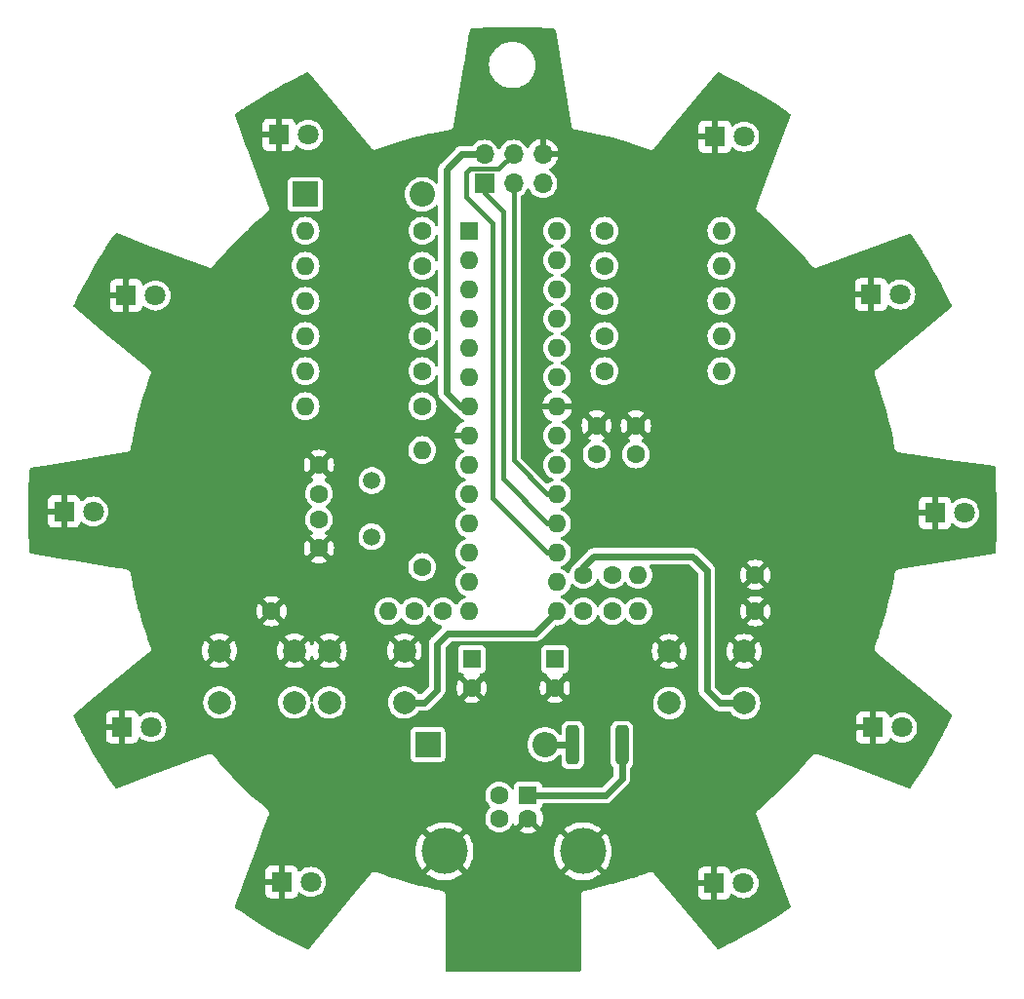
<source format=gbr>
%TF.GenerationSoftware,KiCad,Pcbnew,6.0.11-2627ca5db0~126~ubuntu20.04.1*%
%TF.CreationDate,2023-07-01T13:10:38+02:00*%
%TF.ProjectId,THW_bagde,5448575f-6261-4676-9465-2e6b69636164,rev?*%
%TF.SameCoordinates,Original*%
%TF.FileFunction,Copper,L1,Top*%
%TF.FilePolarity,Positive*%
%FSLAX46Y46*%
G04 Gerber Fmt 4.6, Leading zero omitted, Abs format (unit mm)*
G04 Created by KiCad (PCBNEW 6.0.11-2627ca5db0~126~ubuntu20.04.1) date 2023-07-01 13:10:38*
%MOMM*%
%LPD*%
G01*
G04 APERTURE LIST*
G04 Aperture macros list*
%AMRoundRect*
0 Rectangle with rounded corners*
0 $1 Rounding radius*
0 $2 $3 $4 $5 $6 $7 $8 $9 X,Y pos of 4 corners*
0 Add a 4 corners polygon primitive as box body*
4,1,4,$2,$3,$4,$5,$6,$7,$8,$9,$2,$3,0*
0 Add four circle primitives for the rounded corners*
1,1,$1+$1,$2,$3*
1,1,$1+$1,$4,$5*
1,1,$1+$1,$6,$7*
1,1,$1+$1,$8,$9*
0 Add four rect primitives between the rounded corners*
20,1,$1+$1,$2,$3,$4,$5,0*
20,1,$1+$1,$4,$5,$6,$7,0*
20,1,$1+$1,$6,$7,$8,$9,0*
20,1,$1+$1,$8,$9,$2,$3,0*%
G04 Aperture macros list end*
%TA.AperFunction,ComponentPad*%
%ADD10C,1.600000*%
%TD*%
%TA.AperFunction,ComponentPad*%
%ADD11O,1.600000X1.600000*%
%TD*%
%TA.AperFunction,ComponentPad*%
%ADD12R,1.700000X1.700000*%
%TD*%
%TA.AperFunction,ComponentPad*%
%ADD13O,1.700000X1.700000*%
%TD*%
%TA.AperFunction,ComponentPad*%
%ADD14R,1.800000X1.800000*%
%TD*%
%TA.AperFunction,ComponentPad*%
%ADD15C,1.800000*%
%TD*%
%TA.AperFunction,ComponentPad*%
%ADD16C,1.500000*%
%TD*%
%TA.AperFunction,ComponentPad*%
%ADD17R,1.600000X1.600000*%
%TD*%
%TA.AperFunction,ComponentPad*%
%ADD18R,2.200000X2.200000*%
%TD*%
%TA.AperFunction,ComponentPad*%
%ADD19O,2.200000X2.200000*%
%TD*%
%TA.AperFunction,ComponentPad*%
%ADD20C,4.000000*%
%TD*%
%TA.AperFunction,ComponentPad*%
%ADD21C,2.000000*%
%TD*%
%TA.AperFunction,SMDPad,CuDef*%
%ADD22RoundRect,0.250000X0.312500X1.450000X-0.312500X1.450000X-0.312500X-1.450000X0.312500X-1.450000X0*%
%TD*%
%TA.AperFunction,Conductor*%
%ADD23C,0.609600*%
%TD*%
%TA.AperFunction,Conductor*%
%ADD24C,0.406400*%
%TD*%
G04 APERTURE END LIST*
D10*
%TO.P,R14,1*%
%TO.N,GND*%
X172618400Y-101168200D03*
D11*
%TO.P,R14,2*%
%TO.N,Net-(R14-Pad2)*%
X162458400Y-101168200D03*
%TD*%
D12*
%TO.P,J2,1,Pin_1*%
%TO.N,/MISO*%
X149087600Y-64013000D03*
D13*
%TO.P,J2,2,Pin_2*%
%TO.N,+5V*%
X149087600Y-61473000D03*
%TO.P,J2,3,Pin_3*%
%TO.N,/SCK*%
X151627600Y-64013000D03*
%TO.P,J2,4,Pin_4*%
%TO.N,/MOSI*%
X151627600Y-61473000D03*
%TO.P,J2,5,Pin_5*%
%TO.N,/RES*%
X154167600Y-64013000D03*
%TO.P,J2,6,Pin_6*%
%TO.N,GND*%
X154167600Y-61473000D03*
%TD*%
D14*
%TO.P,D3,1,K*%
%TO.N,GND*%
X112593200Y-92506800D03*
D15*
%TO.P,D3,2,A*%
%TO.N,Net-(D3-Pad2)*%
X115133200Y-92506800D03*
%TD*%
D10*
%TO.P,R1,1*%
%TO.N,/PD0*%
X143730000Y-71158000D03*
D11*
%TO.P,R1,2*%
%TO.N,Net-(D1-Pad2)*%
X133570000Y-71158000D03*
%TD*%
D16*
%TO.P,Y1,1,1*%
%TO.N,Net-(C1-Pad1)*%
X139331200Y-94700000D03*
%TO.P,Y1,2,2*%
%TO.N,Net-(C2-Pad1)*%
X139331200Y-89820000D03*
%TD*%
D10*
%TO.P,R11,1*%
%TO.N,Net-(C1-Pad1)*%
X143700000Y-97330000D03*
D11*
%TO.P,R11,2*%
%TO.N,Net-(C2-Pad1)*%
X143700000Y-87170000D03*
%TD*%
D14*
%TO.P,D9,1,K*%
%TO.N,GND*%
X182675000Y-73650000D03*
D15*
%TO.P,D9,2,A*%
%TO.N,Net-(D9-Pad2)*%
X185215000Y-73650000D03*
%TD*%
D17*
%TO.P,C5,1*%
%TO.N,+5V*%
X148005800Y-105345221D03*
D10*
%TO.P,C5,2*%
%TO.N,GND*%
X148005800Y-107845221D03*
%TD*%
D18*
%TO.P,D12,1,K*%
%TO.N,+5V*%
X144200000Y-112750000D03*
D19*
%TO.P,D12,2,A*%
%TO.N,Net-(D12-Pad2)*%
X154360000Y-112750000D03*
%TD*%
D10*
%TO.P,R10,1*%
%TO.N,/PC4*%
X159512000Y-68122800D03*
D11*
%TO.P,R10,2*%
%TO.N,Net-(D10-Pad2)*%
X169672000Y-68122800D03*
%TD*%
D17*
%TO.P,J1,1,VBUS*%
%TO.N,Net-(F1-Pad1)*%
X152888000Y-117164500D03*
D10*
%TO.P,J1,2,D-*%
%TO.N,unconnected-(J1-Pad2)*%
X150388000Y-117164500D03*
%TO.P,J1,3,D+*%
%TO.N,unconnected-(J1-Pad3)*%
X150388000Y-119164500D03*
%TO.P,J1,4,GND*%
%TO.N,GND*%
X152888000Y-119164500D03*
D20*
%TO.P,J1,5,Shield*%
X157638000Y-122024500D03*
X145638000Y-122024500D03*
%TD*%
D10*
%TO.P,R15,1*%
%TO.N,GND*%
X130606800Y-101168200D03*
D11*
%TO.P,R15,2*%
%TO.N,Net-(C9-Pad2)*%
X140766800Y-101168200D03*
%TD*%
D10*
%TO.P,R13,1*%
%TO.N,GND*%
X172618400Y-98018600D03*
D11*
%TO.P,R13,2*%
%TO.N,Net-(C7-Pad2)*%
X162458400Y-98018600D03*
%TD*%
D10*
%TO.P,R7,1*%
%TO.N,/PC1*%
X159512000Y-77266800D03*
D11*
%TO.P,R7,2*%
%TO.N,Net-(D7-Pad2)*%
X169672000Y-77266800D03*
%TD*%
D10*
%TO.P,C2,1*%
%TO.N,Net-(C2-Pad1)*%
X134733800Y-90960000D03*
%TO.P,C2,2*%
%TO.N,GND*%
X134733800Y-88460000D03*
%TD*%
D21*
%TO.P,SW3,1,1*%
%TO.N,GND*%
X165152000Y-104650000D03*
X171652000Y-104650000D03*
%TO.P,SW3,2,2*%
%TO.N,/PB2*%
X171652000Y-109150000D03*
X165152000Y-109150000D03*
%TD*%
D10*
%TO.P,R8,1*%
%TO.N,/PC2*%
X159512000Y-74218800D03*
D11*
%TO.P,R8,2*%
%TO.N,Net-(D8-Pad2)*%
X169672000Y-74218800D03*
%TD*%
D14*
%TO.P,D1,1,K*%
%TO.N,GND*%
X131262200Y-59791600D03*
D15*
%TO.P,D1,2,A*%
%TO.N,Net-(D1-Pad2)*%
X133802200Y-59791600D03*
%TD*%
D22*
%TO.P,F1,1*%
%TO.N,Net-(F1-Pad1)*%
X161037500Y-112800000D03*
%TO.P,F1,2*%
%TO.N,Net-(D12-Pad2)*%
X156762500Y-112800000D03*
%TD*%
D10*
%TO.P,R2,1*%
%TO.N,/PD1*%
X143730000Y-74206000D03*
D11*
%TO.P,R2,2*%
%TO.N,Net-(D2-Pad2)*%
X133570000Y-74206000D03*
%TD*%
D21*
%TO.P,SW1,1,1*%
%TO.N,GND*%
X126100000Y-104600000D03*
X132600000Y-104600000D03*
%TO.P,SW1,2,2*%
%TO.N,/PB0*%
X132600000Y-109100000D03*
X126100000Y-109100000D03*
%TD*%
D17*
%TO.P,C4,1*%
%TO.N,+5V*%
X155219400Y-105345221D03*
D10*
%TO.P,C4,2*%
%TO.N,GND*%
X155219400Y-107845221D03*
%TD*%
%TO.P,C6,1*%
%TO.N,/PB1*%
X157703200Y-101168200D03*
%TO.P,C6,2*%
%TO.N,Net-(R14-Pad2)*%
X160203200Y-101168200D03*
%TD*%
%TO.P,R6,1*%
%TO.N,/PC0*%
X159512000Y-80314800D03*
D11*
%TO.P,R6,2*%
%TO.N,Net-(D6-Pad2)*%
X169672000Y-80314800D03*
%TD*%
D14*
%TO.P,D8,1,K*%
%TO.N,GND*%
X188209000Y-92633800D03*
D15*
%TO.P,D8,2,A*%
%TO.N,Net-(D8-Pad2)*%
X190749000Y-92633800D03*
%TD*%
D10*
%TO.P,C1,1*%
%TO.N,Net-(C1-Pad1)*%
X134733800Y-93184400D03*
%TO.P,C1,2*%
%TO.N,GND*%
X134733800Y-95684400D03*
%TD*%
D14*
%TO.P,D2,1,K*%
%TO.N,GND*%
X118003400Y-73736200D03*
D15*
%TO.P,D2,2,A*%
%TO.N,Net-(D2-Pad2)*%
X120543400Y-73736200D03*
%TD*%
D10*
%TO.P,C8,1*%
%TO.N,+5V*%
X158850000Y-87550000D03*
%TO.P,C8,2*%
%TO.N,GND*%
X158850000Y-85050000D03*
%TD*%
%TO.P,C3,1*%
%TO.N,+5V*%
X162250000Y-87550000D03*
%TO.P,C3,2*%
%TO.N,GND*%
X162250000Y-85050000D03*
%TD*%
D14*
%TO.P,D6,1,K*%
%TO.N,GND*%
X169057400Y-124790200D03*
D15*
%TO.P,D6,2,A*%
%TO.N,Net-(D6-Pad2)*%
X171597400Y-124790200D03*
%TD*%
D10*
%TO.P,R4,1*%
%TO.N,/PD3*%
X143730000Y-80302000D03*
D11*
%TO.P,R4,2*%
%TO.N,Net-(D4-Pad2)*%
X133570000Y-80302000D03*
%TD*%
D10*
%TO.P,C9,1*%
%TO.N,/PB0*%
X145496600Y-101168200D03*
%TO.P,C9,2*%
%TO.N,Net-(C9-Pad2)*%
X142996600Y-101168200D03*
%TD*%
D14*
%TO.P,D7,1,K*%
%TO.N,GND*%
X182824200Y-111277400D03*
D15*
%TO.P,D7,2,A*%
%TO.N,Net-(D7-Pad2)*%
X185364200Y-111277400D03*
%TD*%
D18*
%TO.P,D11,1,K*%
%TO.N,+5V*%
X133544600Y-64960400D03*
D19*
%TO.P,D11,2,A*%
%TO.N,/RES*%
X143704600Y-64960400D03*
%TD*%
D17*
%TO.P,U1,1,~{RESET}/PC6*%
%TO.N,/RES*%
X147787200Y-68158200D03*
D11*
%TO.P,U1,2,PD0*%
%TO.N,/PD0*%
X147787200Y-70698200D03*
%TO.P,U1,3,PD1*%
%TO.N,/PD1*%
X147787200Y-73238200D03*
%TO.P,U1,4,PD2*%
%TO.N,/PD2*%
X147787200Y-75778200D03*
%TO.P,U1,5,PD3*%
%TO.N,/PD3*%
X147787200Y-78318200D03*
%TO.P,U1,6,PD4*%
%TO.N,/PD4*%
X147787200Y-80858200D03*
%TO.P,U1,7,VCC*%
%TO.N,+5V*%
X147787200Y-83398200D03*
%TO.P,U1,8,GND*%
%TO.N,GND*%
X147787200Y-85938200D03*
%TO.P,U1,9,XTAL1/PB6*%
%TO.N,Net-(C2-Pad1)*%
X147787200Y-88478200D03*
%TO.P,U1,10,XTAL2/PB7*%
%TO.N,Net-(C1-Pad1)*%
X147787200Y-91018200D03*
%TO.P,U1,11,PD5*%
%TO.N,unconnected-(U1-Pad11)*%
X147787200Y-93558200D03*
%TO.P,U1,12,PD6*%
%TO.N,unconnected-(U1-Pad12)*%
X147787200Y-96098200D03*
%TO.P,U1,13,PD7*%
%TO.N,unconnected-(U1-Pad13)*%
X147787200Y-98638200D03*
%TO.P,U1,14,PB0*%
%TO.N,/PB0*%
X147787200Y-101178200D03*
%TO.P,U1,15,PB1*%
%TO.N,/PB1*%
X155407200Y-101178200D03*
%TO.P,U1,16,PB2*%
%TO.N,/PB2*%
X155407200Y-98638200D03*
%TO.P,U1,17,PB3*%
%TO.N,/MOSI*%
X155407200Y-96098200D03*
%TO.P,U1,18,PB4*%
%TO.N,/MISO*%
X155407200Y-93558200D03*
%TO.P,U1,19,PB5*%
%TO.N,/SCK*%
X155407200Y-91018200D03*
%TO.P,U1,20,AVCC*%
%TO.N,+5V*%
X155407200Y-88478200D03*
%TO.P,U1,21,AREF*%
%TO.N,unconnected-(U1-Pad21)*%
X155407200Y-85938200D03*
%TO.P,U1,22,GND*%
%TO.N,GND*%
X155407200Y-83398200D03*
%TO.P,U1,23,PC0*%
%TO.N,/PC0*%
X155407200Y-80858200D03*
%TO.P,U1,24,PC1*%
%TO.N,/PC1*%
X155407200Y-78318200D03*
%TO.P,U1,25,PC2*%
%TO.N,/PC2*%
X155407200Y-75778200D03*
%TO.P,U1,26,PC3*%
%TO.N,/PC3*%
X155407200Y-73238200D03*
%TO.P,U1,27,PC4*%
%TO.N,/PC4*%
X155407200Y-70698200D03*
%TO.P,U1,28,PC5*%
%TO.N,unconnected-(U1-Pad28)*%
X155407200Y-68158200D03*
%TD*%
D10*
%TO.P,R12,1*%
%TO.N,/RES*%
X143730000Y-68110000D03*
D11*
%TO.P,R12,2*%
%TO.N,+5V*%
X133570000Y-68110000D03*
%TD*%
D10*
%TO.P,R3,1*%
%TO.N,/PD2*%
X143730000Y-77254000D03*
D11*
%TO.P,R3,2*%
%TO.N,Net-(D3-Pad2)*%
X133570000Y-77254000D03*
%TD*%
D10*
%TO.P,C7,1*%
%TO.N,/PB2*%
X157703200Y-98018600D03*
%TO.P,C7,2*%
%TO.N,Net-(C7-Pad2)*%
X160203200Y-98018600D03*
%TD*%
D21*
%TO.P,SW2,1,1*%
%TO.N,GND*%
X135650000Y-104600000D03*
X142150000Y-104600000D03*
%TO.P,SW2,2,2*%
%TO.N,/PB1*%
X135650000Y-109100000D03*
X142150000Y-109100000D03*
%TD*%
D14*
%TO.P,D5,1,K*%
%TO.N,GND*%
X131490800Y-124688600D03*
D15*
%TO.P,D5,2,A*%
%TO.N,Net-(D5-Pad2)*%
X134030800Y-124688600D03*
%TD*%
D10*
%TO.P,R9,1*%
%TO.N,/PC3*%
X159512000Y-71170800D03*
D11*
%TO.P,R9,2*%
%TO.N,Net-(D9-Pad2)*%
X169672000Y-71170800D03*
%TD*%
D14*
%TO.P,D4,1,K*%
%TO.N,GND*%
X117647800Y-111226600D03*
D15*
%TO.P,D4,2,A*%
%TO.N,Net-(D4-Pad2)*%
X120187800Y-111226600D03*
%TD*%
D14*
%TO.P,D10,1,K*%
%TO.N,GND*%
X169108200Y-59944000D03*
D15*
%TO.P,D10,2,A*%
%TO.N,Net-(D10-Pad2)*%
X171648200Y-59944000D03*
%TD*%
D10*
%TO.P,R5,1*%
%TO.N,/PD4*%
X143730000Y-83350000D03*
D11*
%TO.P,R5,2*%
%TO.N,Net-(D5-Pad2)*%
X133570000Y-83350000D03*
%TD*%
D23*
%TO.N,+5V*%
X145800000Y-62800000D02*
X145800000Y-82200000D01*
X146998200Y-83398200D02*
X147787200Y-83398200D01*
X147127000Y-61473000D02*
X145800000Y-62800000D01*
X149087600Y-61473000D02*
X147127000Y-61473000D01*
X145800000Y-82200000D02*
X146998200Y-83398200D01*
%TO.N,Net-(F1-Pad1)*%
X161037500Y-112800000D02*
X161037500Y-115746300D01*
X159619300Y-117164500D02*
X152888000Y-117164500D01*
X161037500Y-115746300D02*
X159619300Y-117164500D01*
D24*
%TO.N,/MISO*%
X154569000Y-93558200D02*
X155407200Y-93558200D01*
X150698200Y-89687400D02*
X154569000Y-93558200D01*
X150698200Y-66471800D02*
X150698200Y-89687400D01*
X149087600Y-64861200D02*
X150698200Y-66471800D01*
X149087600Y-64013000D02*
X149087600Y-64861200D01*
%TO.N,/SCK*%
X154569000Y-91018200D02*
X155407200Y-91018200D01*
X151627600Y-88076800D02*
X154569000Y-91018200D01*
X151627600Y-64013000D02*
X151627600Y-88076800D01*
%TO.N,/MOSI*%
X147523200Y-63093600D02*
X147523200Y-65151000D01*
X147523200Y-65151000D02*
X149834600Y-67462400D01*
X149834600Y-91363800D02*
X154569000Y-96098200D01*
X154569000Y-96098200D02*
X155407200Y-96098200D01*
X147857000Y-62759800D02*
X147523200Y-63093600D01*
X149834600Y-67462400D02*
X149834600Y-91363800D01*
X150340800Y-62759800D02*
X147857000Y-62759800D01*
X151627600Y-61473000D02*
X150340800Y-62759800D01*
D23*
%TO.N,Net-(D12-Pad2)*%
X154410000Y-112800000D02*
X156762500Y-112800000D01*
X154360000Y-112750000D02*
X154410000Y-112800000D01*
%TO.N,/PB1*%
X145900000Y-103100000D02*
X153500000Y-103100000D01*
X145000000Y-104000000D02*
X145900000Y-103100000D01*
X153500000Y-103100000D02*
X155407200Y-101192800D01*
X145000000Y-108000000D02*
X145000000Y-104000000D01*
X143900000Y-109100000D02*
X145000000Y-108000000D01*
X142150000Y-109100000D02*
X143900000Y-109100000D01*
X155407200Y-101192800D02*
X155407200Y-101178200D01*
%TO.N,/PB2*%
X158600000Y-96400000D02*
X157703200Y-97296800D01*
X171652000Y-109150000D02*
X169550000Y-109150000D01*
X157703200Y-97296800D02*
X157703200Y-98018600D01*
X168400000Y-108000000D02*
X168400000Y-97600000D01*
X167200000Y-96400000D02*
X158600000Y-96400000D01*
X169550000Y-109150000D02*
X168400000Y-108000000D01*
X168400000Y-97600000D02*
X167200000Y-96400000D01*
%TD*%
%TA.AperFunction,Conductor*%
%TO.N,GND*%
G36*
X151645168Y-50406323D02*
G01*
X152203583Y-50411519D01*
X152205219Y-50411545D01*
X152700895Y-50422593D01*
X152763831Y-50423995D01*
X152765364Y-50424040D01*
X152831253Y-50426322D01*
X153323954Y-50443389D01*
X153325426Y-50443448D01*
X153639829Y-50458020D01*
X153884272Y-50469350D01*
X153885580Y-50469418D01*
X154443214Y-50501443D01*
X154445061Y-50501564D01*
X154958825Y-50538954D01*
X155151849Y-50553002D01*
X155218338Y-50577896D01*
X155260814Y-50634785D01*
X155266952Y-50657740D01*
X156665069Y-58958783D01*
X156666795Y-58982171D01*
X156666509Y-58996806D01*
X156669388Y-59006292D01*
X156669388Y-59006294D01*
X156676283Y-59029016D01*
X156677854Y-59034693D01*
X156678660Y-59039479D01*
X156680237Y-59044175D01*
X156686369Y-59062437D01*
X156687495Y-59065960D01*
X156701058Y-59110657D01*
X156701059Y-59110660D01*
X156703938Y-59120146D01*
X156707425Y-59125149D01*
X156709367Y-59130931D01*
X156715274Y-59138896D01*
X156715275Y-59138898D01*
X156743102Y-59176421D01*
X156745260Y-59179421D01*
X156771977Y-59217748D01*
X156771980Y-59217751D01*
X156777648Y-59225882D01*
X156782512Y-59229563D01*
X156786145Y-59234462D01*
X156831051Y-59266422D01*
X156832275Y-59267293D01*
X156835249Y-59269477D01*
X156872514Y-59297679D01*
X156872518Y-59297681D01*
X156880426Y-59303666D01*
X156886190Y-59305664D01*
X156891158Y-59309200D01*
X156900620Y-59312172D01*
X156900621Y-59312173D01*
X156945180Y-59326171D01*
X156948682Y-59327328D01*
X156966889Y-59333639D01*
X156971574Y-59335263D01*
X156976357Y-59336116D01*
X156982007Y-59337739D01*
X157014127Y-59347830D01*
X157028766Y-59347687D01*
X157052134Y-59349641D01*
X157822826Y-59487186D01*
X157825917Y-59487777D01*
X158635285Y-59653178D01*
X158638307Y-59653835D01*
X159443407Y-59839094D01*
X159446338Y-59839806D01*
X160246984Y-60044577D01*
X160249859Y-60045349D01*
X161045562Y-60269208D01*
X161048353Y-60270029D01*
X161660062Y-60457748D01*
X161838834Y-60512609D01*
X161841615Y-60513498D01*
X162626366Y-60774361D01*
X162629087Y-60775300D01*
X162833106Y-60848336D01*
X163365357Y-61038875D01*
X163365513Y-61038931D01*
X163387237Y-61049137D01*
X163398800Y-61055984D01*
X163431092Y-61063222D01*
X163436517Y-61064566D01*
X163439026Y-61065248D01*
X163443687Y-61066916D01*
X163448548Y-61067834D01*
X163448555Y-61067836D01*
X163466331Y-61071193D01*
X163470498Y-61072054D01*
X163476974Y-61073505D01*
X163514899Y-61082006D01*
X163514901Y-61082006D01*
X163524573Y-61084174D01*
X163531570Y-61083517D01*
X163538481Y-61084822D01*
X163548312Y-61083562D01*
X163548314Y-61083562D01*
X163577373Y-61079837D01*
X163593501Y-61077770D01*
X163597714Y-61077302D01*
X163652901Y-61072118D01*
X163659354Y-61069330D01*
X163666329Y-61068436D01*
X163716486Y-61044723D01*
X163720298Y-61042999D01*
X163771224Y-61020997D01*
X163776501Y-61016350D01*
X163782855Y-61013346D01*
X163823206Y-60975317D01*
X163826353Y-60972450D01*
X163839909Y-60960513D01*
X163839912Y-60960510D01*
X163843623Y-60957242D01*
X163846781Y-60953428D01*
X163848551Y-60951604D01*
X163852558Y-60947653D01*
X163865746Y-60935225D01*
X163869442Y-60931742D01*
X163869443Y-60931741D01*
X163876656Y-60924943D01*
X163883108Y-60913156D01*
X163896594Y-60893286D01*
X163900418Y-60888669D01*
X167700201Y-60888669D01*
X167700571Y-60895490D01*
X167706095Y-60946352D01*
X167709721Y-60961604D01*
X167754876Y-61082054D01*
X167763414Y-61097649D01*
X167839915Y-61199724D01*
X167852476Y-61212285D01*
X167954551Y-61288786D01*
X167970146Y-61297324D01*
X168090594Y-61342478D01*
X168105849Y-61346105D01*
X168156714Y-61351631D01*
X168163528Y-61352000D01*
X168836085Y-61352000D01*
X168851324Y-61347525D01*
X168852529Y-61346135D01*
X168854200Y-61338452D01*
X168854200Y-61333884D01*
X169362200Y-61333884D01*
X169366675Y-61349123D01*
X169368065Y-61350328D01*
X169375748Y-61351999D01*
X170052869Y-61351999D01*
X170059690Y-61351629D01*
X170110552Y-61346105D01*
X170125804Y-61342479D01*
X170246254Y-61297324D01*
X170261849Y-61288786D01*
X170363924Y-61212285D01*
X170376485Y-61199724D01*
X170452986Y-61097649D01*
X170461524Y-61082054D01*
X170506678Y-60961606D01*
X170510307Y-60946345D01*
X170510519Y-60944393D01*
X170511108Y-60942976D01*
X170512132Y-60938669D01*
X170512829Y-60938835D01*
X170537764Y-60878832D01*
X170596129Y-60838409D01*
X170667083Y-60835957D01*
X170724876Y-60868912D01*
X170804932Y-60948968D01*
X170809440Y-60952125D01*
X170809443Y-60952127D01*
X170987745Y-61076975D01*
X170992254Y-61080132D01*
X170997236Y-61082455D01*
X170997241Y-61082458D01*
X171194525Y-61174452D01*
X171199507Y-61176775D01*
X171204815Y-61178197D01*
X171204817Y-61178198D01*
X171415077Y-61234537D01*
X171415079Y-61234537D01*
X171420392Y-61235961D01*
X171648200Y-61255892D01*
X171876008Y-61235961D01*
X171881321Y-61234537D01*
X171881323Y-61234537D01*
X172091583Y-61178198D01*
X172091585Y-61178197D01*
X172096893Y-61176775D01*
X172101875Y-61174452D01*
X172299159Y-61082458D01*
X172299164Y-61082455D01*
X172304146Y-61080132D01*
X172308655Y-61076975D01*
X172486957Y-60952127D01*
X172486960Y-60952125D01*
X172491468Y-60948968D01*
X172653168Y-60787268D01*
X172660521Y-60776768D01*
X172781175Y-60604455D01*
X172781176Y-60604453D01*
X172784332Y-60599946D01*
X172786655Y-60594964D01*
X172786658Y-60594959D01*
X172878652Y-60397675D01*
X172878652Y-60397674D01*
X172880975Y-60392693D01*
X172883441Y-60383492D01*
X172938737Y-60177123D01*
X172938737Y-60177121D01*
X172940161Y-60171808D01*
X172960092Y-59944000D01*
X172940161Y-59716192D01*
X172931944Y-59685525D01*
X172882398Y-59500617D01*
X172882397Y-59500615D01*
X172880975Y-59495307D01*
X172813282Y-59350138D01*
X172786658Y-59293041D01*
X172786655Y-59293036D01*
X172784332Y-59288054D01*
X172781175Y-59283545D01*
X172656327Y-59105243D01*
X172656325Y-59105240D01*
X172653168Y-59100732D01*
X172491468Y-58939032D01*
X172486960Y-58935875D01*
X172486957Y-58935873D01*
X172308655Y-58811025D01*
X172308653Y-58811024D01*
X172304146Y-58807868D01*
X172299164Y-58805545D01*
X172299159Y-58805542D01*
X172101875Y-58713548D01*
X172101874Y-58713548D01*
X172096893Y-58711225D01*
X172091585Y-58709803D01*
X172091583Y-58709802D01*
X171881323Y-58653463D01*
X171881321Y-58653463D01*
X171876008Y-58652039D01*
X171648200Y-58632108D01*
X171420392Y-58652039D01*
X171415079Y-58653463D01*
X171415077Y-58653463D01*
X171204817Y-58709802D01*
X171204815Y-58709803D01*
X171199507Y-58711225D01*
X171194526Y-58713548D01*
X171194525Y-58713548D01*
X170997241Y-58805542D01*
X170997236Y-58805545D01*
X170992254Y-58807868D01*
X170987747Y-58811024D01*
X170987745Y-58811025D01*
X170809443Y-58935873D01*
X170809440Y-58935875D01*
X170804932Y-58939032D01*
X170724875Y-59019089D01*
X170662563Y-59053115D01*
X170591748Y-59048050D01*
X170534912Y-59005503D01*
X170512721Y-58949192D01*
X170512132Y-58949332D01*
X170511152Y-58945208D01*
X170510517Y-58943598D01*
X170510305Y-58941648D01*
X170506679Y-58926396D01*
X170461524Y-58805946D01*
X170452986Y-58790351D01*
X170376485Y-58688276D01*
X170363924Y-58675715D01*
X170261849Y-58599214D01*
X170246254Y-58590676D01*
X170125806Y-58545522D01*
X170110551Y-58541895D01*
X170059686Y-58536369D01*
X170052872Y-58536000D01*
X169380315Y-58536000D01*
X169365076Y-58540475D01*
X169363871Y-58541865D01*
X169362200Y-58549548D01*
X169362200Y-61333884D01*
X168854200Y-61333884D01*
X168854200Y-60216115D01*
X168849725Y-60200876D01*
X168848335Y-60199671D01*
X168840652Y-60198000D01*
X167718316Y-60198000D01*
X167703077Y-60202475D01*
X167701872Y-60203865D01*
X167700201Y-60211548D01*
X167700201Y-60888669D01*
X163900418Y-60888669D01*
X163908566Y-60878832D01*
X164908217Y-59671885D01*
X167700200Y-59671885D01*
X167704675Y-59687124D01*
X167706065Y-59688329D01*
X167713748Y-59690000D01*
X168836085Y-59690000D01*
X168851324Y-59685525D01*
X168852529Y-59684135D01*
X168854200Y-59676452D01*
X168854200Y-58554116D01*
X168849725Y-58538877D01*
X168848335Y-58537672D01*
X168840652Y-58536001D01*
X168163531Y-58536001D01*
X168156710Y-58536371D01*
X168105848Y-58541895D01*
X168090596Y-58545521D01*
X167970146Y-58590676D01*
X167954551Y-58599214D01*
X167852476Y-58675715D01*
X167839915Y-58688276D01*
X167763414Y-58790351D01*
X167754876Y-58805946D01*
X167709722Y-58926394D01*
X167706095Y-58941649D01*
X167700569Y-58992514D01*
X167700200Y-58999328D01*
X167700200Y-59671885D01*
X164908217Y-59671885D01*
X169258324Y-54419706D01*
X169266728Y-54411113D01*
X169266492Y-54410880D01*
X169273073Y-54404201D01*
X169335132Y-54369717D01*
X169405983Y-54374258D01*
X169416338Y-54378565D01*
X170044748Y-54673370D01*
X170047644Y-54674774D01*
X170926108Y-55114599D01*
X170928878Y-55116029D01*
X171756366Y-55556308D01*
X171796449Y-55577635D01*
X171799090Y-55579081D01*
X172563464Y-56009657D01*
X172655755Y-56061645D01*
X172658294Y-56063115D01*
X173503823Y-56565691D01*
X173506249Y-56567170D01*
X174340652Y-57088942D01*
X174342967Y-57090425D01*
X175166125Y-57630505D01*
X175168334Y-57631988D01*
X175641321Y-57956807D01*
X175686152Y-58011859D01*
X175694103Y-58082409D01*
X175688011Y-58104804D01*
X173716311Y-63377645D01*
X172765531Y-65920281D01*
X172743511Y-65979167D01*
X172733298Y-66000257D01*
X172725701Y-66012815D01*
X172723441Y-66022472D01*
X172718032Y-66045580D01*
X172716558Y-66051246D01*
X172714863Y-66055779D01*
X172710009Y-66079629D01*
X172709249Y-66083102D01*
X172696326Y-66138317D01*
X172696836Y-66144363D01*
X172695626Y-66150311D01*
X172696748Y-66160163D01*
X172696748Y-66160168D01*
X172702041Y-66206638D01*
X172702404Y-66210295D01*
X172707170Y-66266753D01*
X172709525Y-66272349D01*
X172710212Y-66278377D01*
X172733717Y-66329960D01*
X172735143Y-66333214D01*
X172757173Y-66385553D01*
X172761143Y-66390148D01*
X172763658Y-66395667D01*
X172770355Y-66402976D01*
X172770356Y-66402978D01*
X172801925Y-66437433D01*
X172804366Y-66440176D01*
X172816103Y-66453760D01*
X172820242Y-66458551D01*
X172823930Y-66461666D01*
X172827997Y-66465890D01*
X172833559Y-66471960D01*
X172850732Y-66490702D01*
X172859360Y-66495583D01*
X172859364Y-66495587D01*
X172863507Y-66497931D01*
X172882744Y-66511319D01*
X173484403Y-67019286D01*
X173486676Y-67021252D01*
X174108585Y-67572248D01*
X174110810Y-67574267D01*
X174271352Y-67723484D01*
X174718675Y-68139252D01*
X174719404Y-68139930D01*
X174721570Y-68141991D01*
X174965816Y-68380111D01*
X175316505Y-68722004D01*
X175318633Y-68724129D01*
X175492130Y-68901544D01*
X175877867Y-69295992D01*
X175899543Y-69318158D01*
X175901619Y-69320332D01*
X176123531Y-69558377D01*
X176468174Y-69928075D01*
X176470204Y-69930306D01*
X177021964Y-70551341D01*
X177023945Y-70553626D01*
X177532279Y-71154211D01*
X177545823Y-71173664D01*
X177547878Y-71177304D01*
X177547880Y-71177307D01*
X177552757Y-71185944D01*
X177577399Y-71208563D01*
X177581684Y-71212687D01*
X177582297Y-71213305D01*
X177585499Y-71217089D01*
X177589252Y-71220323D01*
X177603432Y-71232544D01*
X177606380Y-71235166D01*
X177628711Y-71255664D01*
X177647712Y-71273106D01*
X177653638Y-71275813D01*
X177658574Y-71280067D01*
X177703651Y-71298974D01*
X177710312Y-71301768D01*
X177713921Y-71303349D01*
X177764952Y-71326659D01*
X177771427Y-71327402D01*
X177777436Y-71329923D01*
X177797483Y-71331591D01*
X177833313Y-71334572D01*
X177837239Y-71334960D01*
X177866651Y-71338337D01*
X177893005Y-71341363D01*
X177899394Y-71340069D01*
X177905885Y-71340609D01*
X177960489Y-71327757D01*
X177964323Y-71326918D01*
X177982690Y-71323198D01*
X177982701Y-71323195D01*
X177987554Y-71322212D01*
X177992198Y-71320480D01*
X177993035Y-71320241D01*
X177998796Y-71318741D01*
X178021698Y-71313351D01*
X178021700Y-71313350D01*
X178031350Y-71311079D01*
X178042539Y-71304291D01*
X178043404Y-71303766D01*
X178064739Y-71293430D01*
X178086923Y-71285158D01*
X185948079Y-68353822D01*
X186018893Y-68348763D01*
X186081203Y-68382793D01*
X186096561Y-68401426D01*
X186601715Y-69150399D01*
X186602984Y-69152318D01*
X187122235Y-69953354D01*
X187123568Y-69955455D01*
X187175753Y-70039554D01*
X187623890Y-70761749D01*
X187626453Y-70765880D01*
X187627841Y-70768172D01*
X188112881Y-71588257D01*
X188114315Y-71590745D01*
X188388907Y-72080136D01*
X188579347Y-72419548D01*
X188580103Y-72420896D01*
X188581557Y-72423563D01*
X188745859Y-72733849D01*
X189026564Y-73263962D01*
X189028053Y-73266863D01*
X189450874Y-74117906D01*
X189452368Y-74121020D01*
X189681982Y-74616846D01*
X189692458Y-74687066D01*
X189663307Y-74751802D01*
X189647877Y-74766949D01*
X183157987Y-80125803D01*
X183137915Y-80139357D01*
X183126510Y-80145552D01*
X183119687Y-80152745D01*
X183119685Y-80152747D01*
X183103952Y-80169335D01*
X183100129Y-80173195D01*
X183097424Y-80175812D01*
X183093604Y-80178965D01*
X183090327Y-80182675D01*
X183090322Y-80182680D01*
X183078665Y-80195878D01*
X183075650Y-80199173D01*
X183037807Y-80239069D01*
X183034630Y-80245734D01*
X183029741Y-80251269D01*
X183010109Y-80296525D01*
X183007858Y-80301713D01*
X183006004Y-80305786D01*
X182982344Y-80355419D01*
X182981382Y-80362741D01*
X182978443Y-80369515D01*
X182977501Y-80379384D01*
X182973222Y-80424215D01*
X182972719Y-80428658D01*
X182965548Y-80483213D01*
X182966896Y-80490478D01*
X182966195Y-80497824D01*
X182968350Y-80507506D01*
X182978129Y-80551450D01*
X182979022Y-80555827D01*
X182982245Y-80573190D01*
X182983150Y-80578064D01*
X182984804Y-80582731D01*
X182985791Y-80586412D01*
X182987083Y-80591680D01*
X182994196Y-80623640D01*
X182999236Y-80632179D01*
X183000788Y-80634809D01*
X183011039Y-80656762D01*
X183262490Y-81366321D01*
X183272244Y-81393846D01*
X183273026Y-81396122D01*
X183310370Y-81508383D01*
X183534481Y-82182105D01*
X183535286Y-82184614D01*
X183779974Y-82975004D01*
X183780779Y-82977711D01*
X184007479Y-83772646D01*
X184008271Y-83775555D01*
X184215627Y-84574688D01*
X184216393Y-84577804D01*
X184403127Y-85381076D01*
X184403853Y-85384400D01*
X184568686Y-86191728D01*
X184569355Y-86195263D01*
X184607508Y-86413787D01*
X184686510Y-86866271D01*
X184703840Y-86965532D01*
X184705708Y-86988756D01*
X184705523Y-87003715D01*
X184708472Y-87013187D01*
X184715551Y-87035924D01*
X184717054Y-87041219D01*
X184717858Y-87045824D01*
X184719461Y-87050506D01*
X184719463Y-87050513D01*
X184725817Y-87069070D01*
X184726915Y-87072429D01*
X184740889Y-87117310D01*
X184740891Y-87117315D01*
X184743839Y-87126782D01*
X184747216Y-87131552D01*
X184749112Y-87137090D01*
X184765265Y-87158600D01*
X184783331Y-87182659D01*
X184785400Y-87185496D01*
X184818308Y-87231986D01*
X184822999Y-87235483D01*
X184826510Y-87240159D01*
X184834624Y-87245861D01*
X184873086Y-87272889D01*
X184875954Y-87274965D01*
X184921642Y-87309028D01*
X184927185Y-87310905D01*
X184931968Y-87314266D01*
X184941447Y-87317181D01*
X184941448Y-87317182D01*
X184986391Y-87331005D01*
X184989760Y-87332093D01*
X185008326Y-87338380D01*
X185008328Y-87338381D01*
X185013016Y-87339968D01*
X185017624Y-87340756D01*
X185022881Y-87342229D01*
X185055166Y-87352159D01*
X185065078Y-87352002D01*
X185065082Y-87352003D01*
X185070129Y-87351923D01*
X185093360Y-87353711D01*
X185457333Y-87415970D01*
X186104586Y-87526686D01*
X186106923Y-87527161D01*
X186109570Y-87528010D01*
X186114462Y-87528766D01*
X186114464Y-87528766D01*
X186137016Y-87532249D01*
X186139026Y-87532576D01*
X186166293Y-87537241D01*
X186169067Y-87537275D01*
X186171433Y-87537566D01*
X187203806Y-87697028D01*
X187206312Y-87697495D01*
X187209083Y-87698332D01*
X187236317Y-87702068D01*
X187238405Y-87702373D01*
X187260747Y-87705824D01*
X187260753Y-87705824D01*
X187265645Y-87706580D01*
X187268549Y-87706569D01*
X187271081Y-87706837D01*
X189401019Y-87999026D01*
X189402019Y-87999200D01*
X189403398Y-87999604D01*
X189433022Y-88003421D01*
X189434044Y-88003557D01*
X189459869Y-88007100D01*
X189459877Y-88007101D01*
X189463582Y-88007609D01*
X189465012Y-88007579D01*
X189466031Y-88007674D01*
X192155849Y-88354245D01*
X193372407Y-88510993D01*
X193437414Y-88539536D01*
X193476669Y-88598693D01*
X193482241Y-88631923D01*
X193499645Y-89175077D01*
X193534163Y-90252367D01*
X193534220Y-90254957D01*
X193547483Y-91411722D01*
X193557631Y-92296738D01*
X193557949Y-92324506D01*
X193557952Y-92327019D01*
X193547155Y-93563675D01*
X193539881Y-94396828D01*
X193539835Y-94399327D01*
X193493068Y-96035998D01*
X193471128Y-96103520D01*
X193416166Y-96148461D01*
X193388011Y-96156655D01*
X185092997Y-97551371D01*
X185070224Y-97553101D01*
X185064197Y-97553011D01*
X185064195Y-97553011D01*
X185054280Y-97552863D01*
X185044802Y-97555787D01*
X185044801Y-97555787D01*
X185021862Y-97562863D01*
X185017636Y-97564042D01*
X185013588Y-97564723D01*
X185008907Y-97566293D01*
X185008896Y-97566296D01*
X184989350Y-97572853D01*
X184986426Y-97573795D01*
X184931113Y-97590858D01*
X184926957Y-97593784D01*
X184922127Y-97595404D01*
X184882542Y-97624743D01*
X184875526Y-97629943D01*
X184873096Y-97631699D01*
X184825716Y-97665052D01*
X184822665Y-97669122D01*
X184818574Y-97672154D01*
X184812821Y-97680233D01*
X184784965Y-97719349D01*
X184783148Y-97721836D01*
X184748403Y-97768185D01*
X184746758Y-97773002D01*
X184743807Y-97777146D01*
X184726406Y-97832485D01*
X184725487Y-97835285D01*
X184717225Y-97859477D01*
X184716524Y-97863513D01*
X184715326Y-97867715D01*
X184708119Y-97890637D01*
X184708118Y-97890642D01*
X184705143Y-97900104D01*
X184705278Y-97914242D01*
X184705295Y-97916045D01*
X184703441Y-97938813D01*
X184652103Y-98234292D01*
X184569500Y-98709715D01*
X184568838Y-98713228D01*
X184404931Y-99520148D01*
X184404207Y-99523481D01*
X184277669Y-100070123D01*
X184218373Y-100326283D01*
X184218360Y-100326337D01*
X184217587Y-100329492D01*
X184010920Y-101128009D01*
X184010110Y-101130987D01*
X183894936Y-101534942D01*
X183795621Y-101883277D01*
X183783740Y-101924947D01*
X183782915Y-101927718D01*
X183662816Y-102314642D01*
X183537932Y-102716980D01*
X183537083Y-102719614D01*
X183453924Y-102968113D01*
X183299452Y-103429710D01*
X183274606Y-103503954D01*
X183273784Y-103506329D01*
X183010289Y-104242624D01*
X183000155Y-104264234D01*
X182993167Y-104276067D01*
X182991011Y-104285745D01*
X182991008Y-104285751D01*
X182985931Y-104308535D01*
X182984546Y-104314142D01*
X182984077Y-104315869D01*
X182982412Y-104320522D01*
X182978088Y-104343426D01*
X182977259Y-104347457D01*
X182965133Y-104401875D01*
X182965777Y-104408638D01*
X182964516Y-104415317D01*
X182966105Y-104427706D01*
X182971607Y-104470601D01*
X182972064Y-104474689D01*
X182977348Y-104530188D01*
X182980052Y-104536424D01*
X182980916Y-104543163D01*
X182985154Y-104552126D01*
X182985155Y-104552128D01*
X183004744Y-104593553D01*
X183006440Y-104597296D01*
X183028616Y-104648447D01*
X183033113Y-104653541D01*
X183036018Y-104659684D01*
X183074285Y-104700279D01*
X183076988Y-104703241D01*
X183092460Y-104720768D01*
X183096281Y-104723924D01*
X183097564Y-104725166D01*
X183101598Y-104729253D01*
X183124431Y-104753475D01*
X183136485Y-104760071D01*
X183156242Y-104773462D01*
X189566211Y-110069107D01*
X189647068Y-110135908D01*
X189686845Y-110194716D01*
X189688514Y-110265693D01*
X189680762Y-110286828D01*
X189333062Y-111023400D01*
X189325958Y-111038449D01*
X189324477Y-111041479D01*
X189001187Y-111681166D01*
X188891067Y-111899059D01*
X188889581Y-111901909D01*
X188434095Y-112748782D01*
X188432635Y-112751419D01*
X187956499Y-113587691D01*
X187955101Y-113590083D01*
X187723933Y-113975460D01*
X187459590Y-114416140D01*
X187458182Y-114418431D01*
X186944756Y-115234348D01*
X186943394Y-115236466D01*
X186413338Y-116042620D01*
X186412030Y-116044569D01*
X186316015Y-116184834D01*
X186102314Y-116497021D01*
X186099355Y-116501343D01*
X186044371Y-116546257D01*
X185973833Y-116554314D01*
X185951474Y-116548272D01*
X181095756Y-114742892D01*
X178061455Y-113614724D01*
X178039819Y-113604231D01*
X178036878Y-113602440D01*
X178036877Y-113602439D01*
X178028405Y-113597279D01*
X177996233Y-113589647D01*
X177990849Y-113588242D01*
X177988201Y-113587488D01*
X177983557Y-113585761D01*
X177961046Y-113581224D01*
X177956853Y-113580304D01*
X177912645Y-113569816D01*
X177912644Y-113569816D01*
X177902992Y-113567526D01*
X177895933Y-113568101D01*
X177888989Y-113566701D01*
X177879135Y-113567842D01*
X177879134Y-113567842D01*
X177833984Y-113573070D01*
X177829713Y-113573491D01*
X177784409Y-113577178D01*
X177784406Y-113577179D01*
X177774524Y-113577983D01*
X177767987Y-113580711D01*
X177760950Y-113581526D01*
X177731545Y-113594992D01*
X177710610Y-113604579D01*
X177706676Y-113606300D01*
X177664729Y-113623806D01*
X177664728Y-113623807D01*
X177655574Y-113627627D01*
X177650199Y-113632243D01*
X177643761Y-113635191D01*
X177636463Y-113641902D01*
X177636461Y-113641904D01*
X177625438Y-113652042D01*
X177604415Y-113671377D01*
X177603001Y-113672677D01*
X177599832Y-113675494D01*
X177582386Y-113690476D01*
X177579188Y-113694241D01*
X177577227Y-113696212D01*
X177573194Y-113700090D01*
X177560051Y-113712178D01*
X177548889Y-113722444D01*
X177542779Y-113733289D01*
X177542328Y-113734090D01*
X177528580Y-113753818D01*
X177020035Y-114352489D01*
X177018139Y-114354670D01*
X177013614Y-114359756D01*
X176466070Y-114975126D01*
X176464105Y-114977283D01*
X176244837Y-115212510D01*
X175929952Y-115550313D01*
X175897864Y-115584736D01*
X175895845Y-115586851D01*
X175322797Y-116173501D01*
X175315695Y-116180772D01*
X175313606Y-116182862D01*
X174719634Y-116762897D01*
X174717472Y-116764958D01*
X174109996Y-117330531D01*
X174107802Y-117332526D01*
X173490192Y-117880368D01*
X173487015Y-117883186D01*
X173484710Y-117885181D01*
X172883762Y-118392643D01*
X172864527Y-118406032D01*
X172851772Y-118413249D01*
X172829017Y-118438084D01*
X172824962Y-118442296D01*
X172821253Y-118445428D01*
X172818018Y-118449173D01*
X172818013Y-118449178D01*
X172805410Y-118463768D01*
X172802961Y-118466521D01*
X172771397Y-118500970D01*
X172771396Y-118500972D01*
X172764697Y-118508283D01*
X172762173Y-118513823D01*
X172758191Y-118518432D01*
X172736225Y-118570634D01*
X172734749Y-118574003D01*
X172711250Y-118625572D01*
X172710561Y-118631623D01*
X172708199Y-118637236D01*
X172707365Y-118647120D01*
X172707365Y-118647122D01*
X172703441Y-118693653D01*
X172703078Y-118697323D01*
X172697919Y-118742622D01*
X172696664Y-118753638D01*
X172697879Y-118759607D01*
X172697367Y-118765673D01*
X172699627Y-118775324D01*
X172699627Y-118775328D01*
X172710282Y-118820833D01*
X172711069Y-118824428D01*
X172715900Y-118848170D01*
X172717601Y-118852719D01*
X172719076Y-118858385D01*
X172726753Y-118891172D01*
X172734336Y-118903703D01*
X172744556Y-118924804D01*
X175632920Y-126649192D01*
X175687680Y-126795636D01*
X175692804Y-126866448D01*
X175658830Y-126928788D01*
X175640757Y-126943793D01*
X175028805Y-127362027D01*
X175026514Y-127363556D01*
X174872730Y-127463798D01*
X174351090Y-127803822D01*
X174208161Y-127896988D01*
X174205794Y-127898494D01*
X173514867Y-128327217D01*
X173375928Y-128413429D01*
X173373474Y-128414913D01*
X172532453Y-128910620D01*
X172529915Y-128912077D01*
X171677842Y-129387986D01*
X171675217Y-129389411D01*
X170812292Y-129844885D01*
X170809595Y-129846267D01*
X170061008Y-130218522D01*
X169936138Y-130280617D01*
X169933335Y-130281968D01*
X169416482Y-130523259D01*
X169346296Y-130533951D01*
X169281470Y-130505000D01*
X169266144Y-130489460D01*
X167120154Y-127898497D01*
X165328109Y-125734869D01*
X167649401Y-125734869D01*
X167649771Y-125741690D01*
X167655295Y-125792552D01*
X167658921Y-125807804D01*
X167704076Y-125928254D01*
X167712614Y-125943849D01*
X167789115Y-126045924D01*
X167801676Y-126058485D01*
X167903751Y-126134986D01*
X167919346Y-126143524D01*
X168039794Y-126188678D01*
X168055049Y-126192305D01*
X168105914Y-126197831D01*
X168112728Y-126198200D01*
X168785285Y-126198200D01*
X168800524Y-126193725D01*
X168801729Y-126192335D01*
X168803400Y-126184652D01*
X168803400Y-126180084D01*
X169311400Y-126180084D01*
X169315875Y-126195323D01*
X169317265Y-126196528D01*
X169324948Y-126198199D01*
X170002069Y-126198199D01*
X170008890Y-126197829D01*
X170059752Y-126192305D01*
X170075004Y-126188679D01*
X170195454Y-126143524D01*
X170211049Y-126134986D01*
X170313124Y-126058485D01*
X170325685Y-126045924D01*
X170402186Y-125943849D01*
X170410724Y-125928254D01*
X170455878Y-125807806D01*
X170459507Y-125792545D01*
X170459719Y-125790593D01*
X170460308Y-125789176D01*
X170461332Y-125784869D01*
X170462029Y-125785035D01*
X170486964Y-125725032D01*
X170545329Y-125684609D01*
X170616283Y-125682157D01*
X170674076Y-125715112D01*
X170754132Y-125795168D01*
X170758640Y-125798325D01*
X170758643Y-125798327D01*
X170936407Y-125922798D01*
X170941454Y-125926332D01*
X170946436Y-125928655D01*
X170946441Y-125928658D01*
X171143725Y-126020652D01*
X171148707Y-126022975D01*
X171154015Y-126024397D01*
X171154017Y-126024398D01*
X171364277Y-126080737D01*
X171364279Y-126080737D01*
X171369592Y-126082161D01*
X171597400Y-126102092D01*
X171825208Y-126082161D01*
X171830521Y-126080737D01*
X171830523Y-126080737D01*
X172040783Y-126024398D01*
X172040785Y-126024397D01*
X172046093Y-126022975D01*
X172051075Y-126020652D01*
X172248359Y-125928658D01*
X172248364Y-125928655D01*
X172253346Y-125926332D01*
X172258393Y-125922798D01*
X172436157Y-125798327D01*
X172436160Y-125798325D01*
X172440668Y-125795168D01*
X172602368Y-125633468D01*
X172607667Y-125625901D01*
X172730375Y-125450655D01*
X172730376Y-125450653D01*
X172733532Y-125446146D01*
X172735855Y-125441164D01*
X172735858Y-125441159D01*
X172827852Y-125243875D01*
X172827852Y-125243874D01*
X172830175Y-125238893D01*
X172846831Y-125176734D01*
X172887937Y-125023323D01*
X172887937Y-125023321D01*
X172889361Y-125018008D01*
X172909292Y-124790200D01*
X172889361Y-124562392D01*
X172881572Y-124533324D01*
X172831598Y-124346817D01*
X172831597Y-124346815D01*
X172830175Y-124341507D01*
X172785275Y-124245217D01*
X172735858Y-124139241D01*
X172735855Y-124139236D01*
X172733532Y-124134254D01*
X172729575Y-124128603D01*
X172605527Y-123951443D01*
X172605525Y-123951440D01*
X172602368Y-123946932D01*
X172440668Y-123785232D01*
X172436160Y-123782075D01*
X172436157Y-123782073D01*
X172257855Y-123657225D01*
X172257853Y-123657224D01*
X172253346Y-123654068D01*
X172248364Y-123651745D01*
X172248359Y-123651742D01*
X172051075Y-123559748D01*
X172051074Y-123559748D01*
X172046093Y-123557425D01*
X172040785Y-123556003D01*
X172040783Y-123556002D01*
X171830523Y-123499663D01*
X171830521Y-123499663D01*
X171825208Y-123498239D01*
X171597400Y-123478308D01*
X171369592Y-123498239D01*
X171364279Y-123499663D01*
X171364277Y-123499663D01*
X171154017Y-123556002D01*
X171154015Y-123556003D01*
X171148707Y-123557425D01*
X171143726Y-123559748D01*
X171143725Y-123559748D01*
X170946441Y-123651742D01*
X170946436Y-123651745D01*
X170941454Y-123654068D01*
X170936947Y-123657224D01*
X170936945Y-123657225D01*
X170758643Y-123782073D01*
X170758640Y-123782075D01*
X170754132Y-123785232D01*
X170674075Y-123865289D01*
X170611763Y-123899315D01*
X170540948Y-123894250D01*
X170484112Y-123851703D01*
X170461921Y-123795392D01*
X170461332Y-123795532D01*
X170460352Y-123791408D01*
X170459717Y-123789798D01*
X170459505Y-123787848D01*
X170455879Y-123772596D01*
X170410724Y-123652146D01*
X170402186Y-123636551D01*
X170325685Y-123534476D01*
X170313124Y-123521915D01*
X170211049Y-123445414D01*
X170195454Y-123436876D01*
X170075006Y-123391722D01*
X170059751Y-123388095D01*
X170008886Y-123382569D01*
X170002072Y-123382200D01*
X169329515Y-123382200D01*
X169314276Y-123386675D01*
X169313071Y-123388065D01*
X169311400Y-123395748D01*
X169311400Y-126180084D01*
X168803400Y-126180084D01*
X168803400Y-125062315D01*
X168798925Y-125047076D01*
X168797535Y-125045871D01*
X168789852Y-125044200D01*
X167667516Y-125044200D01*
X167652277Y-125048675D01*
X167651072Y-125050065D01*
X167649401Y-125057748D01*
X167649401Y-125734869D01*
X165328109Y-125734869D01*
X164320296Y-124518085D01*
X167649400Y-124518085D01*
X167653875Y-124533324D01*
X167655265Y-124534529D01*
X167662948Y-124536200D01*
X168785285Y-124536200D01*
X168800524Y-124531725D01*
X168801729Y-124530335D01*
X168803400Y-124522652D01*
X168803400Y-123400316D01*
X168798925Y-123385077D01*
X168797535Y-123383872D01*
X168789852Y-123382201D01*
X168112731Y-123382201D01*
X168105910Y-123382571D01*
X168055048Y-123388095D01*
X168039796Y-123391721D01*
X167919346Y-123436876D01*
X167903751Y-123445414D01*
X167801676Y-123521915D01*
X167789115Y-123534476D01*
X167712614Y-123636551D01*
X167704076Y-123652146D01*
X167658922Y-123772594D01*
X167655295Y-123787849D01*
X167649769Y-123838714D01*
X167649400Y-123845528D01*
X167649400Y-124518085D01*
X164320296Y-124518085D01*
X163895927Y-124005722D01*
X163882680Y-123986285D01*
X163880476Y-123982295D01*
X163880475Y-123982294D01*
X163875679Y-123973613D01*
X163851135Y-123950661D01*
X163846779Y-123946384D01*
X163843629Y-123942581D01*
X163825596Y-123926701D01*
X163822807Y-123924171D01*
X163788778Y-123892350D01*
X163781535Y-123885577D01*
X163775901Y-123882940D01*
X163771229Y-123878826D01*
X163719356Y-123856415D01*
X163715927Y-123854872D01*
X163705178Y-123849841D01*
X163664794Y-123830941D01*
X163658618Y-123830174D01*
X163652906Y-123827706D01*
X163643035Y-123826779D01*
X163643032Y-123826778D01*
X163596666Y-123822423D01*
X163592919Y-123822014D01*
X163546724Y-123816276D01*
X163546722Y-123816276D01*
X163536883Y-123815054D01*
X163530773Y-123816233D01*
X163524578Y-123815651D01*
X163469419Y-123828015D01*
X163465776Y-123828774D01*
X163442160Y-123833330D01*
X163437509Y-123835015D01*
X163431595Y-123836492D01*
X163423345Y-123838341D01*
X163398805Y-123843842D01*
X163388675Y-123849841D01*
X163386345Y-123851221D01*
X163365072Y-123861266D01*
X163017026Y-123987395D01*
X162628792Y-124128087D01*
X162625966Y-124129074D01*
X162310684Y-124234925D01*
X161993225Y-124341507D01*
X161842248Y-124392195D01*
X161839369Y-124393123D01*
X161049675Y-124637255D01*
X161046724Y-124638128D01*
X160251571Y-124862828D01*
X160248557Y-124863639D01*
X160077599Y-124907407D01*
X159448284Y-125068521D01*
X159445272Y-125069252D01*
X159064513Y-125156594D01*
X158637487Y-125254549D01*
X158635710Y-125254944D01*
X157815230Y-125430714D01*
X157808548Y-125431958D01*
X157780624Y-125436381D01*
X157759094Y-125439791D01*
X157726173Y-125456565D01*
X157714321Y-125461853D01*
X157689095Y-125471582D01*
X157689091Y-125471585D01*
X157679844Y-125475151D01*
X157672151Y-125481401D01*
X157668778Y-125483356D01*
X157656265Y-125491497D01*
X157653092Y-125493803D01*
X157644249Y-125498308D01*
X157618128Y-125524429D01*
X157608484Y-125533127D01*
X157579805Y-125556427D01*
X157574417Y-125564753D01*
X157571813Y-125567654D01*
X157562428Y-125579262D01*
X157560124Y-125582433D01*
X157553108Y-125589449D01*
X157542853Y-125609575D01*
X157536333Y-125622371D01*
X157529850Y-125633619D01*
X157515166Y-125656310D01*
X157515163Y-125656316D01*
X157509778Y-125664638D01*
X157507227Y-125674219D01*
X157505647Y-125677783D01*
X157500296Y-125691755D01*
X157499093Y-125695459D01*
X157494591Y-125704294D01*
X157489749Y-125734869D01*
X157488812Y-125740782D01*
X157486121Y-125753490D01*
X157476616Y-125789192D01*
X157478661Y-125827058D01*
X157479317Y-125839197D01*
X157479500Y-125845993D01*
X157479500Y-132359900D01*
X157459498Y-132428021D01*
X157405842Y-132474514D01*
X157353500Y-132485900D01*
X145871700Y-132485900D01*
X145803579Y-132465898D01*
X145757086Y-132412242D01*
X145745700Y-132359900D01*
X145745700Y-125898824D01*
X145745939Y-125891068D01*
X145748286Y-125853020D01*
X145748286Y-125853017D01*
X145748896Y-125843121D01*
X145739150Y-125805359D01*
X145736707Y-125793598D01*
X145736542Y-125792552D01*
X145730609Y-125755094D01*
X145726108Y-125746261D01*
X145723310Y-125737650D01*
X145722772Y-125736228D01*
X145719162Y-125727915D01*
X145716685Y-125718317D01*
X145698024Y-125688993D01*
X145695762Y-125685438D01*
X145689796Y-125674995D01*
X145679499Y-125654787D01*
X145672092Y-125640249D01*
X145665081Y-125633238D01*
X145659750Y-125625901D01*
X145658822Y-125624744D01*
X145652812Y-125617944D01*
X145647486Y-125609575D01*
X145617413Y-125584759D01*
X145608513Y-125576670D01*
X145580951Y-125549108D01*
X145572118Y-125544607D01*
X145564786Y-125539280D01*
X145563520Y-125538449D01*
X145555715Y-125533846D01*
X145548070Y-125527538D01*
X145511804Y-125513231D01*
X145500842Y-125508289D01*
X145474942Y-125495093D01*
X145474941Y-125495093D01*
X145466106Y-125490591D01*
X145456316Y-125489040D01*
X145456315Y-125489040D01*
X145418672Y-125483078D01*
X145411051Y-125481629D01*
X145077582Y-125407526D01*
X144980479Y-125385948D01*
X144975482Y-125384729D01*
X144523512Y-125264723D01*
X144518150Y-125263171D01*
X144515476Y-125262332D01*
X144510887Y-125260486D01*
X144506070Y-125259381D01*
X144506066Y-125259380D01*
X144488497Y-125255351D01*
X144484351Y-125254326D01*
X144462182Y-125248439D01*
X144457257Y-125247933D01*
X144454537Y-125247435D01*
X144449064Y-125246307D01*
X143935481Y-125128517D01*
X143668298Y-125067238D01*
X143665248Y-125066499D01*
X143454195Y-125012528D01*
X142865044Y-124861868D01*
X142862132Y-124861085D01*
X142066997Y-124636802D01*
X142064114Y-124635951D01*
X141274528Y-124392426D01*
X141271664Y-124391506D01*
X141138195Y-124346817D01*
X140804014Y-124234925D01*
X140487867Y-124129071D01*
X140485055Y-124128092D01*
X140048864Y-123970487D01*
X144056721Y-123970487D01*
X144065548Y-123982105D01*
X144288281Y-124143930D01*
X144294961Y-124148170D01*
X144564572Y-124296390D01*
X144571707Y-124299747D01*
X144857770Y-124413008D01*
X144865296Y-124415453D01*
X145163279Y-124491962D01*
X145171050Y-124493445D01*
X145476278Y-124532003D01*
X145484169Y-124532500D01*
X145791831Y-124532500D01*
X145799722Y-124532003D01*
X146104950Y-124493445D01*
X146112721Y-124491962D01*
X146410704Y-124415453D01*
X146418230Y-124413008D01*
X146704293Y-124299747D01*
X146711428Y-124296390D01*
X146981039Y-124148170D01*
X146987719Y-124143930D01*
X147210823Y-123981836D01*
X147219246Y-123970913D01*
X147219017Y-123970487D01*
X156056721Y-123970487D01*
X156065548Y-123982105D01*
X156288281Y-124143930D01*
X156294961Y-124148170D01*
X156564572Y-124296390D01*
X156571707Y-124299747D01*
X156857770Y-124413008D01*
X156865296Y-124415453D01*
X157163279Y-124491962D01*
X157171050Y-124493445D01*
X157476278Y-124532003D01*
X157484169Y-124532500D01*
X157791831Y-124532500D01*
X157799722Y-124532003D01*
X158104950Y-124493445D01*
X158112721Y-124491962D01*
X158410704Y-124415453D01*
X158418230Y-124413008D01*
X158704293Y-124299747D01*
X158711428Y-124296390D01*
X158981039Y-124148170D01*
X158987719Y-124143930D01*
X159210823Y-123981836D01*
X159219246Y-123970913D01*
X159212342Y-123958052D01*
X157650812Y-122396522D01*
X157636868Y-122388908D01*
X157635035Y-122389039D01*
X157628420Y-122393290D01*
X156063334Y-123958376D01*
X156056721Y-123970487D01*
X147219017Y-123970487D01*
X147212342Y-123958052D01*
X145650812Y-122396522D01*
X145636868Y-122388908D01*
X145635035Y-122389039D01*
X145628420Y-122393290D01*
X144063334Y-123958376D01*
X144056721Y-123970487D01*
X140048864Y-123970487D01*
X139748989Y-123862136D01*
X139727623Y-123852062D01*
X139723871Y-123849841D01*
X139715338Y-123844790D01*
X139682653Y-123837470D01*
X139676812Y-123836015D01*
X139676332Y-123835883D01*
X139671681Y-123834203D01*
X139648258Y-123829707D01*
X139644475Y-123828921D01*
X139599233Y-123818789D01*
X139599232Y-123818789D01*
X139589560Y-123816623D01*
X139583211Y-123817221D01*
X139576941Y-123816017D01*
X139567098Y-123817249D01*
X139560739Y-123818045D01*
X139521100Y-123823007D01*
X139517268Y-123823427D01*
X139502052Y-123824859D01*
X139471103Y-123827772D01*
X139471102Y-123827772D01*
X139461234Y-123828701D01*
X139455378Y-123831232D01*
X139449045Y-123832025D01*
X139440071Y-123836235D01*
X139440068Y-123836236D01*
X139398079Y-123855935D01*
X139394574Y-123857515D01*
X139342921Y-123879843D01*
X139338133Y-123884061D01*
X139332356Y-123886771D01*
X139325120Y-123893550D01*
X139325116Y-123893553D01*
X139291272Y-123925261D01*
X139288416Y-123927856D01*
X139270532Y-123943611D01*
X139267375Y-123947424D01*
X139267057Y-123947752D01*
X139262765Y-123951971D01*
X139238295Y-123974897D01*
X139233507Y-123983584D01*
X139231406Y-123987395D01*
X139218111Y-124006926D01*
X137449117Y-126143524D01*
X134023817Y-130280617D01*
X133849930Y-130490638D01*
X133791081Y-130530353D01*
X133720102Y-130531946D01*
X133699491Y-130524415D01*
X133048809Y-130220046D01*
X133045667Y-130218522D01*
X132171659Y-129779767D01*
X132168740Y-129778255D01*
X131305695Y-129316433D01*
X131302996Y-129314945D01*
X130450811Y-128831761D01*
X130448325Y-128830314D01*
X129606390Y-128327199D01*
X129604139Y-128325821D01*
X128772291Y-127804473D01*
X128770210Y-127803141D01*
X127948005Y-127265094D01*
X127946115Y-127263832D01*
X127475323Y-126943477D01*
X127430257Y-126888618D01*
X127422004Y-126818103D01*
X127428164Y-126795242D01*
X127438992Y-126766238D01*
X127861927Y-125633269D01*
X130082801Y-125633269D01*
X130083171Y-125640090D01*
X130088695Y-125690952D01*
X130092321Y-125706204D01*
X130137476Y-125826654D01*
X130146014Y-125842249D01*
X130222515Y-125944324D01*
X130235076Y-125956885D01*
X130337151Y-126033386D01*
X130352746Y-126041924D01*
X130473194Y-126087078D01*
X130488449Y-126090705D01*
X130539314Y-126096231D01*
X130546128Y-126096600D01*
X131218685Y-126096600D01*
X131233924Y-126092125D01*
X131235129Y-126090735D01*
X131236800Y-126083052D01*
X131236800Y-126078484D01*
X131744800Y-126078484D01*
X131749275Y-126093723D01*
X131750665Y-126094928D01*
X131758348Y-126096599D01*
X132435469Y-126096599D01*
X132442290Y-126096229D01*
X132493152Y-126090705D01*
X132508404Y-126087079D01*
X132628854Y-126041924D01*
X132644449Y-126033386D01*
X132746524Y-125956885D01*
X132759085Y-125944324D01*
X132835586Y-125842249D01*
X132844124Y-125826654D01*
X132889278Y-125706206D01*
X132892907Y-125690945D01*
X132893119Y-125688993D01*
X132893708Y-125687576D01*
X132894732Y-125683269D01*
X132895429Y-125683435D01*
X132920364Y-125623432D01*
X132978729Y-125583009D01*
X133049683Y-125580557D01*
X133107476Y-125613512D01*
X133187532Y-125693568D01*
X133192040Y-125696725D01*
X133192043Y-125696727D01*
X133347215Y-125805379D01*
X133374854Y-125824732D01*
X133379836Y-125827055D01*
X133379841Y-125827058D01*
X133577125Y-125919052D01*
X133582107Y-125921375D01*
X133587415Y-125922797D01*
X133587417Y-125922798D01*
X133797677Y-125979137D01*
X133797679Y-125979137D01*
X133802992Y-125980561D01*
X134030800Y-126000492D01*
X134258608Y-125980561D01*
X134263921Y-125979137D01*
X134263923Y-125979137D01*
X134474183Y-125922798D01*
X134474185Y-125922797D01*
X134479493Y-125921375D01*
X134484475Y-125919052D01*
X134681759Y-125827058D01*
X134681764Y-125827055D01*
X134686746Y-125824732D01*
X134714385Y-125805379D01*
X134869557Y-125696727D01*
X134869560Y-125696725D01*
X134874068Y-125693568D01*
X135035768Y-125531868D01*
X135050366Y-125511021D01*
X135163775Y-125349055D01*
X135163776Y-125349053D01*
X135166932Y-125344546D01*
X135169255Y-125339564D01*
X135169258Y-125339559D01*
X135261252Y-125142275D01*
X135261252Y-125142274D01*
X135263575Y-125137293D01*
X135281805Y-125069260D01*
X135321337Y-124921723D01*
X135321337Y-124921721D01*
X135322761Y-124916408D01*
X135342692Y-124688600D01*
X135322761Y-124460792D01*
X135314544Y-124430125D01*
X135264998Y-124245217D01*
X135264997Y-124245215D01*
X135263575Y-124239907D01*
X135220798Y-124148170D01*
X135169258Y-124037641D01*
X135169255Y-124037636D01*
X135166932Y-124032654D01*
X135141708Y-123996630D01*
X135038927Y-123849843D01*
X135038925Y-123849840D01*
X135035768Y-123845332D01*
X134874068Y-123683632D01*
X134869560Y-123680475D01*
X134869557Y-123680473D01*
X134691255Y-123555625D01*
X134691253Y-123555624D01*
X134686746Y-123552468D01*
X134681764Y-123550145D01*
X134681759Y-123550142D01*
X134484475Y-123458148D01*
X134484474Y-123458148D01*
X134479493Y-123455825D01*
X134474185Y-123454403D01*
X134474183Y-123454402D01*
X134263923Y-123398063D01*
X134263921Y-123398063D01*
X134258608Y-123396639D01*
X134030800Y-123376708D01*
X133802992Y-123396639D01*
X133797679Y-123398063D01*
X133797677Y-123398063D01*
X133587417Y-123454402D01*
X133587415Y-123454403D01*
X133582107Y-123455825D01*
X133577126Y-123458148D01*
X133577125Y-123458148D01*
X133379841Y-123550142D01*
X133379836Y-123550145D01*
X133374854Y-123552468D01*
X133370347Y-123555624D01*
X133370345Y-123555625D01*
X133192043Y-123680473D01*
X133192040Y-123680475D01*
X133187532Y-123683632D01*
X133107475Y-123763689D01*
X133045163Y-123797715D01*
X132974348Y-123792650D01*
X132917512Y-123750103D01*
X132895321Y-123693792D01*
X132894732Y-123693932D01*
X132893752Y-123689808D01*
X132893117Y-123688198D01*
X132892905Y-123686248D01*
X132889279Y-123670996D01*
X132844124Y-123550546D01*
X132835586Y-123534951D01*
X132759085Y-123432876D01*
X132746524Y-123420315D01*
X132644449Y-123343814D01*
X132628854Y-123335276D01*
X132508406Y-123290122D01*
X132493151Y-123286495D01*
X132442286Y-123280969D01*
X132435472Y-123280600D01*
X131762915Y-123280600D01*
X131747676Y-123285075D01*
X131746471Y-123286465D01*
X131744800Y-123294148D01*
X131744800Y-126078484D01*
X131236800Y-126078484D01*
X131236800Y-124960715D01*
X131232325Y-124945476D01*
X131230935Y-124944271D01*
X131223252Y-124942600D01*
X130100916Y-124942600D01*
X130085677Y-124947075D01*
X130084472Y-124948465D01*
X130082801Y-124956148D01*
X130082801Y-125633269D01*
X127861927Y-125633269D01*
X128316150Y-124416485D01*
X130082800Y-124416485D01*
X130087275Y-124431724D01*
X130088665Y-124432929D01*
X130096348Y-124434600D01*
X131218685Y-124434600D01*
X131233924Y-124430125D01*
X131235129Y-124428735D01*
X131236800Y-124421052D01*
X131236800Y-123298716D01*
X131232325Y-123283477D01*
X131230935Y-123282272D01*
X131223252Y-123280601D01*
X130546131Y-123280601D01*
X130539310Y-123280971D01*
X130488448Y-123286495D01*
X130473196Y-123290121D01*
X130352746Y-123335276D01*
X130337151Y-123343814D01*
X130235076Y-123420315D01*
X130222515Y-123432876D01*
X130146014Y-123534951D01*
X130137476Y-123550546D01*
X130092322Y-123670994D01*
X130088695Y-123686249D01*
X130083169Y-123737114D01*
X130082800Y-123743928D01*
X130082800Y-124416485D01*
X128316150Y-124416485D01*
X129207596Y-122028458D01*
X143125290Y-122028458D01*
X143144607Y-122335494D01*
X143145600Y-122343355D01*
X143203246Y-122645546D01*
X143205217Y-122653223D01*
X143300284Y-122945809D01*
X143303199Y-122953172D01*
X143434189Y-123231541D01*
X143438001Y-123238474D01*
X143602851Y-123498236D01*
X143607495Y-123504629D01*
X143682497Y-123595290D01*
X143695014Y-123603745D01*
X143705752Y-123597538D01*
X145265978Y-122037312D01*
X145272356Y-122025632D01*
X146002408Y-122025632D01*
X146002539Y-122027465D01*
X146006790Y-122034080D01*
X147569145Y-123596435D01*
X147582407Y-123603677D01*
X147592512Y-123596488D01*
X147668505Y-123504629D01*
X147673149Y-123498236D01*
X147837999Y-123238474D01*
X147841811Y-123231541D01*
X147972801Y-122953172D01*
X147975716Y-122945809D01*
X148070783Y-122653223D01*
X148072754Y-122645546D01*
X148130400Y-122343355D01*
X148131393Y-122335494D01*
X148150710Y-122028458D01*
X155125290Y-122028458D01*
X155144607Y-122335494D01*
X155145600Y-122343355D01*
X155203246Y-122645546D01*
X155205217Y-122653223D01*
X155300284Y-122945809D01*
X155303199Y-122953172D01*
X155434189Y-123231541D01*
X155438001Y-123238474D01*
X155602851Y-123498236D01*
X155607495Y-123504629D01*
X155682497Y-123595290D01*
X155695014Y-123603745D01*
X155705752Y-123597538D01*
X157265978Y-122037312D01*
X157272356Y-122025632D01*
X158002408Y-122025632D01*
X158002539Y-122027465D01*
X158006790Y-122034080D01*
X159569145Y-123596435D01*
X159582407Y-123603677D01*
X159592512Y-123596488D01*
X159668505Y-123504629D01*
X159673149Y-123498236D01*
X159837999Y-123238474D01*
X159841811Y-123231541D01*
X159972801Y-122953172D01*
X159975716Y-122945809D01*
X160070783Y-122653223D01*
X160072754Y-122645546D01*
X160130400Y-122343355D01*
X160131393Y-122335494D01*
X160150710Y-122028458D01*
X160150710Y-122020542D01*
X160131393Y-121713506D01*
X160130400Y-121705645D01*
X160072754Y-121403454D01*
X160070783Y-121395777D01*
X159975716Y-121103191D01*
X159972801Y-121095828D01*
X159841811Y-120817459D01*
X159837999Y-120810526D01*
X159673149Y-120550764D01*
X159668505Y-120544371D01*
X159593503Y-120453710D01*
X159580986Y-120445255D01*
X159570248Y-120451462D01*
X158010022Y-122011688D01*
X158002408Y-122025632D01*
X157272356Y-122025632D01*
X157273592Y-122023368D01*
X157273461Y-122021535D01*
X157269210Y-122014920D01*
X155706855Y-120452565D01*
X155693593Y-120445323D01*
X155683488Y-120452512D01*
X155607495Y-120544371D01*
X155602851Y-120550764D01*
X155438001Y-120810526D01*
X155434189Y-120817459D01*
X155303199Y-121095828D01*
X155300284Y-121103191D01*
X155205217Y-121395777D01*
X155203246Y-121403454D01*
X155145600Y-121705645D01*
X155144607Y-121713506D01*
X155125290Y-122020542D01*
X155125290Y-122028458D01*
X148150710Y-122028458D01*
X148150710Y-122020542D01*
X148131393Y-121713506D01*
X148130400Y-121705645D01*
X148072754Y-121403454D01*
X148070783Y-121395777D01*
X147975716Y-121103191D01*
X147972801Y-121095828D01*
X147841811Y-120817459D01*
X147837999Y-120810526D01*
X147673149Y-120550764D01*
X147668505Y-120544371D01*
X147593503Y-120453710D01*
X147580986Y-120445255D01*
X147570248Y-120451462D01*
X146010022Y-122011688D01*
X146002408Y-122025632D01*
X145272356Y-122025632D01*
X145273592Y-122023368D01*
X145273461Y-122021535D01*
X145269210Y-122014920D01*
X143706855Y-120452565D01*
X143693593Y-120445323D01*
X143683488Y-120452512D01*
X143607495Y-120544371D01*
X143602851Y-120550764D01*
X143438001Y-120810526D01*
X143434189Y-120817459D01*
X143303199Y-121095828D01*
X143300284Y-121103191D01*
X143205217Y-121395777D01*
X143203246Y-121403454D01*
X143145600Y-121705645D01*
X143144607Y-121713506D01*
X143125290Y-122020542D01*
X143125290Y-122028458D01*
X129207596Y-122028458D01*
X129935666Y-120078087D01*
X144056754Y-120078087D01*
X144063658Y-120090948D01*
X145625188Y-121652478D01*
X145639132Y-121660092D01*
X145640965Y-121659961D01*
X145647580Y-121655710D01*
X147212666Y-120090624D01*
X147219279Y-120078513D01*
X147210452Y-120066895D01*
X146987719Y-119905070D01*
X146981039Y-119900830D01*
X146711428Y-119752610D01*
X146704293Y-119749253D01*
X146418230Y-119635992D01*
X146410704Y-119633547D01*
X146112721Y-119557038D01*
X146104950Y-119555555D01*
X145799722Y-119516997D01*
X145791831Y-119516500D01*
X145484169Y-119516500D01*
X145476278Y-119516997D01*
X145171050Y-119555555D01*
X145163279Y-119557038D01*
X144865296Y-119633547D01*
X144857770Y-119635992D01*
X144571707Y-119749253D01*
X144564572Y-119752610D01*
X144294961Y-119900830D01*
X144288281Y-119905070D01*
X144065177Y-120067164D01*
X144056754Y-120078087D01*
X129935666Y-120078087D01*
X130276706Y-119164500D01*
X149176490Y-119164500D01*
X149194896Y-119374877D01*
X149196320Y-119380190D01*
X149196320Y-119380192D01*
X149243706Y-119557038D01*
X149249553Y-119578861D01*
X149251875Y-119583841D01*
X149251876Y-119583843D01*
X149329009Y-119749253D01*
X149338802Y-119770255D01*
X149459929Y-119943244D01*
X149609256Y-120092571D01*
X149782245Y-120213698D01*
X149787223Y-120216019D01*
X149787226Y-120216021D01*
X149963954Y-120298431D01*
X149973639Y-120302947D01*
X149978947Y-120304369D01*
X149978949Y-120304370D01*
X150172308Y-120356180D01*
X150172310Y-120356180D01*
X150177623Y-120357604D01*
X150388000Y-120376010D01*
X150598377Y-120357604D01*
X150603690Y-120356180D01*
X150603692Y-120356180D01*
X150797051Y-120304370D01*
X150797053Y-120304369D01*
X150802361Y-120302947D01*
X150812046Y-120298431D01*
X150914701Y-120250562D01*
X152166493Y-120250562D01*
X152175789Y-120262577D01*
X152226994Y-120298431D01*
X152236489Y-120303914D01*
X152433947Y-120395990D01*
X152444239Y-120399736D01*
X152654688Y-120456125D01*
X152665481Y-120458028D01*
X152882525Y-120477017D01*
X152893475Y-120477017D01*
X153110519Y-120458028D01*
X153121312Y-120456125D01*
X153331761Y-120399736D01*
X153342053Y-120395990D01*
X153539511Y-120303914D01*
X153549006Y-120298431D01*
X153601048Y-120261991D01*
X153609424Y-120251512D01*
X153602356Y-120238066D01*
X153442377Y-120078087D01*
X156056754Y-120078087D01*
X156063658Y-120090948D01*
X157625188Y-121652478D01*
X157639132Y-121660092D01*
X157640965Y-121659961D01*
X157647580Y-121655710D01*
X159212666Y-120090624D01*
X159219279Y-120078513D01*
X159210452Y-120066895D01*
X158987719Y-119905070D01*
X158981039Y-119900830D01*
X158711428Y-119752610D01*
X158704293Y-119749253D01*
X158418230Y-119635992D01*
X158410704Y-119633547D01*
X158112721Y-119557038D01*
X158104950Y-119555555D01*
X157799722Y-119516997D01*
X157791831Y-119516500D01*
X157484169Y-119516500D01*
X157476278Y-119516997D01*
X157171050Y-119555555D01*
X157163279Y-119557038D01*
X156865296Y-119633547D01*
X156857770Y-119635992D01*
X156571707Y-119749253D01*
X156564572Y-119752610D01*
X156294961Y-119900830D01*
X156288281Y-119905070D01*
X156065177Y-120067164D01*
X156056754Y-120078087D01*
X153442377Y-120078087D01*
X152900812Y-119536522D01*
X152886868Y-119528908D01*
X152885035Y-119529039D01*
X152878420Y-119533290D01*
X152172923Y-120238787D01*
X152166493Y-120250562D01*
X150914701Y-120250562D01*
X150988774Y-120216021D01*
X150988777Y-120216019D01*
X150993755Y-120213698D01*
X151166744Y-120092571D01*
X151316071Y-119943244D01*
X151437198Y-119770255D01*
X151446992Y-119749253D01*
X151468029Y-119704138D01*
X151514946Y-119650853D01*
X151583224Y-119631392D01*
X151651184Y-119651934D01*
X151696419Y-119704138D01*
X151748586Y-119816011D01*
X151754069Y-119825506D01*
X151790509Y-119877548D01*
X151800988Y-119885924D01*
X151814434Y-119878856D01*
X152798905Y-118894385D01*
X152861217Y-118860359D01*
X152932032Y-118865424D01*
X152977095Y-118894385D01*
X153962287Y-119879577D01*
X153974062Y-119886007D01*
X153986077Y-119876711D01*
X154021931Y-119825506D01*
X154027414Y-119816011D01*
X154119490Y-119618553D01*
X154123236Y-119608261D01*
X154179625Y-119397812D01*
X154181528Y-119387019D01*
X154200517Y-119169975D01*
X154200517Y-119159025D01*
X154181528Y-118941981D01*
X154179625Y-118931188D01*
X154123236Y-118720739D01*
X154119490Y-118710447D01*
X154027414Y-118512989D01*
X154021931Y-118503494D01*
X153960059Y-118415132D01*
X153937371Y-118347858D01*
X153954656Y-118278998D01*
X153974177Y-118253766D01*
X154021292Y-118206651D01*
X154079809Y-118091806D01*
X154094900Y-117996524D01*
X154094900Y-117992164D01*
X154120123Y-117925977D01*
X154177260Y-117883835D01*
X154220453Y-117876200D01*
X159590270Y-117876200D01*
X159598840Y-117876492D01*
X159649246Y-117879929D01*
X159649250Y-117879929D01*
X159656821Y-117880445D01*
X159664297Y-117879140D01*
X159664300Y-117879140D01*
X159720083Y-117869404D01*
X159726608Y-117868441D01*
X159782767Y-117861645D01*
X159782768Y-117861645D01*
X159790311Y-117860732D01*
X159797419Y-117858046D01*
X159799719Y-117857481D01*
X159816780Y-117852814D01*
X159819034Y-117852134D01*
X159826515Y-117850828D01*
X159885305Y-117825021D01*
X159891402Y-117822533D01*
X159944347Y-117802527D01*
X159944350Y-117802526D01*
X159951449Y-117799843D01*
X159957704Y-117795544D01*
X159959795Y-117794451D01*
X159975257Y-117785845D01*
X159977291Y-117784642D01*
X159984246Y-117781589D01*
X159990271Y-117776966D01*
X159990276Y-117776963D01*
X160035174Y-117742512D01*
X160040509Y-117738636D01*
X160087147Y-117706582D01*
X160087153Y-117706577D01*
X160093412Y-117702275D01*
X160135064Y-117655526D01*
X160140044Y-117650251D01*
X161520216Y-116270080D01*
X161526482Y-116264226D01*
X161564554Y-116231014D01*
X161570281Y-116226018D01*
X161607197Y-116173491D01*
X161611123Y-116168206D01*
X161646044Y-116123669D01*
X161646046Y-116123666D01*
X161650734Y-116117687D01*
X161653859Y-116110765D01*
X161655071Y-116108765D01*
X161663851Y-116093370D01*
X161664959Y-116091304D01*
X161669330Y-116085084D01*
X161672090Y-116078004D01*
X161672093Y-116077999D01*
X161692651Y-116025270D01*
X161695207Y-116019188D01*
X161716786Y-115971396D01*
X161721620Y-115960690D01*
X161723004Y-115953222D01*
X161723712Y-115950963D01*
X161728562Y-115933934D01*
X161729143Y-115931670D01*
X161731903Y-115924592D01*
X161740286Y-115860921D01*
X161741312Y-115854446D01*
X161753012Y-115791316D01*
X161749409Y-115728823D01*
X161749200Y-115721571D01*
X161749200Y-114831987D01*
X161769202Y-114763866D01*
X161786105Y-114742892D01*
X161873178Y-114655819D01*
X161877214Y-114648995D01*
X161877216Y-114648992D01*
X161953628Y-114519786D01*
X161957665Y-114512960D01*
X162003969Y-114353579D01*
X162004473Y-114347174D01*
X162004474Y-114347169D01*
X162006707Y-114318794D01*
X162006707Y-114318787D01*
X162006900Y-114316338D01*
X162006900Y-112222069D01*
X181416201Y-112222069D01*
X181416571Y-112228890D01*
X181422095Y-112279752D01*
X181425721Y-112295004D01*
X181470876Y-112415454D01*
X181479414Y-112431049D01*
X181555915Y-112533124D01*
X181568476Y-112545685D01*
X181670551Y-112622186D01*
X181686146Y-112630724D01*
X181806594Y-112675878D01*
X181821849Y-112679505D01*
X181872714Y-112685031D01*
X181879528Y-112685400D01*
X182552085Y-112685400D01*
X182567324Y-112680925D01*
X182568529Y-112679535D01*
X182570200Y-112671852D01*
X182570200Y-112667284D01*
X183078200Y-112667284D01*
X183082675Y-112682523D01*
X183084065Y-112683728D01*
X183091748Y-112685399D01*
X183768869Y-112685399D01*
X183775690Y-112685029D01*
X183826552Y-112679505D01*
X183841804Y-112675879D01*
X183962254Y-112630724D01*
X183977849Y-112622186D01*
X184079924Y-112545685D01*
X184092485Y-112533124D01*
X184168986Y-112431049D01*
X184177524Y-112415454D01*
X184222678Y-112295006D01*
X184226307Y-112279745D01*
X184226519Y-112277793D01*
X184227108Y-112276376D01*
X184228132Y-112272069D01*
X184228829Y-112272235D01*
X184253764Y-112212232D01*
X184312129Y-112171809D01*
X184383083Y-112169357D01*
X184440876Y-112202312D01*
X184520932Y-112282368D01*
X184525440Y-112285525D01*
X184525443Y-112285527D01*
X184703745Y-112410375D01*
X184708254Y-112413532D01*
X184713236Y-112415855D01*
X184713241Y-112415858D01*
X184882717Y-112494885D01*
X184915507Y-112510175D01*
X184920815Y-112511597D01*
X184920817Y-112511598D01*
X185131077Y-112567937D01*
X185131079Y-112567937D01*
X185136392Y-112569361D01*
X185364200Y-112589292D01*
X185592008Y-112569361D01*
X185597321Y-112567937D01*
X185597323Y-112567937D01*
X185807583Y-112511598D01*
X185807585Y-112511597D01*
X185812893Y-112510175D01*
X185845683Y-112494885D01*
X186015159Y-112415858D01*
X186015164Y-112415855D01*
X186020146Y-112413532D01*
X186024655Y-112410375D01*
X186202957Y-112285527D01*
X186202960Y-112285525D01*
X186207468Y-112282368D01*
X186369168Y-112120668D01*
X186391833Y-112088300D01*
X186497175Y-111937855D01*
X186497176Y-111937853D01*
X186500332Y-111933346D01*
X186502655Y-111928364D01*
X186502658Y-111928359D01*
X186594652Y-111731075D01*
X186594652Y-111731074D01*
X186596975Y-111726093D01*
X186647572Y-111537265D01*
X186654737Y-111510523D01*
X186654737Y-111510521D01*
X186656161Y-111505208D01*
X186676092Y-111277400D01*
X186656161Y-111049592D01*
X186654737Y-111044277D01*
X186598398Y-110834017D01*
X186598397Y-110834015D01*
X186596975Y-110828707D01*
X186558582Y-110746372D01*
X186502658Y-110626441D01*
X186502655Y-110626436D01*
X186500332Y-110621454D01*
X186497175Y-110616945D01*
X186372327Y-110438643D01*
X186372325Y-110438640D01*
X186369168Y-110434132D01*
X186207468Y-110272432D01*
X186202960Y-110269275D01*
X186202957Y-110269273D01*
X186024655Y-110144425D01*
X186024653Y-110144424D01*
X186020146Y-110141268D01*
X186015164Y-110138945D01*
X186015159Y-110138942D01*
X185817875Y-110046948D01*
X185817874Y-110046948D01*
X185812893Y-110044625D01*
X185807585Y-110043203D01*
X185807583Y-110043202D01*
X185597323Y-109986863D01*
X185597321Y-109986863D01*
X185592008Y-109985439D01*
X185364200Y-109965508D01*
X185136392Y-109985439D01*
X185131079Y-109986863D01*
X185131077Y-109986863D01*
X184920817Y-110043202D01*
X184920815Y-110043203D01*
X184915507Y-110044625D01*
X184910526Y-110046948D01*
X184910525Y-110046948D01*
X184713241Y-110138942D01*
X184713236Y-110138945D01*
X184708254Y-110141268D01*
X184703747Y-110144424D01*
X184703745Y-110144425D01*
X184525443Y-110269273D01*
X184525440Y-110269275D01*
X184520932Y-110272432D01*
X184440875Y-110352489D01*
X184378563Y-110386515D01*
X184307748Y-110381450D01*
X184250912Y-110338903D01*
X184228721Y-110282592D01*
X184228132Y-110282732D01*
X184227152Y-110278608D01*
X184226517Y-110276998D01*
X184226305Y-110275048D01*
X184222679Y-110259796D01*
X184177524Y-110139346D01*
X184168986Y-110123751D01*
X184092485Y-110021676D01*
X184079924Y-110009115D01*
X183977849Y-109932614D01*
X183962254Y-109924076D01*
X183841806Y-109878922D01*
X183826551Y-109875295D01*
X183775686Y-109869769D01*
X183768872Y-109869400D01*
X183096315Y-109869400D01*
X183081076Y-109873875D01*
X183079871Y-109875265D01*
X183078200Y-109882948D01*
X183078200Y-112667284D01*
X182570200Y-112667284D01*
X182570200Y-111549515D01*
X182565725Y-111534276D01*
X182564335Y-111533071D01*
X182556652Y-111531400D01*
X181434316Y-111531400D01*
X181419077Y-111535875D01*
X181417872Y-111537265D01*
X181416201Y-111544948D01*
X181416201Y-112222069D01*
X162006900Y-112222069D01*
X162006900Y-111283662D01*
X162006407Y-111277400D01*
X162004474Y-111252831D01*
X162004473Y-111252826D01*
X162003969Y-111246421D01*
X161957665Y-111087040D01*
X161930730Y-111041495D01*
X161909315Y-111005285D01*
X181416200Y-111005285D01*
X181420675Y-111020524D01*
X181422065Y-111021729D01*
X181429748Y-111023400D01*
X182552085Y-111023400D01*
X182567324Y-111018925D01*
X182568529Y-111017535D01*
X182570200Y-111009852D01*
X182570200Y-109887516D01*
X182565725Y-109872277D01*
X182564335Y-109871072D01*
X182556652Y-109869401D01*
X181879531Y-109869401D01*
X181872710Y-109869771D01*
X181821848Y-109875295D01*
X181806596Y-109878921D01*
X181686146Y-109924076D01*
X181670551Y-109932614D01*
X181568476Y-110009115D01*
X181555915Y-110021676D01*
X181479414Y-110123751D01*
X181470876Y-110139346D01*
X181425722Y-110259794D01*
X181422095Y-110275049D01*
X181416569Y-110325914D01*
X181416200Y-110332728D01*
X181416200Y-111005285D01*
X161909315Y-111005285D01*
X161877216Y-110951008D01*
X161877214Y-110951005D01*
X161873178Y-110944181D01*
X161755819Y-110826822D01*
X161748995Y-110822786D01*
X161748992Y-110822784D01*
X161619786Y-110746372D01*
X161619787Y-110746372D01*
X161612960Y-110742335D01*
X161605349Y-110740124D01*
X161605347Y-110740123D01*
X161553317Y-110725007D01*
X161453579Y-110696031D01*
X161447174Y-110695527D01*
X161447169Y-110695526D01*
X161418794Y-110693293D01*
X161418787Y-110693293D01*
X161416338Y-110693100D01*
X160658662Y-110693100D01*
X160656213Y-110693293D01*
X160656206Y-110693293D01*
X160627831Y-110695526D01*
X160627826Y-110695527D01*
X160621421Y-110696031D01*
X160521683Y-110725007D01*
X160469653Y-110740123D01*
X160469651Y-110740124D01*
X160462040Y-110742335D01*
X160455213Y-110746372D01*
X160455214Y-110746372D01*
X160326008Y-110822784D01*
X160326005Y-110822786D01*
X160319181Y-110826822D01*
X160201822Y-110944181D01*
X160197786Y-110951005D01*
X160197784Y-110951008D01*
X160144270Y-111041495D01*
X160117335Y-111087040D01*
X160071031Y-111246421D01*
X160070527Y-111252826D01*
X160070526Y-111252831D01*
X160068593Y-111277400D01*
X160068100Y-111283662D01*
X160068100Y-114316338D01*
X160068293Y-114318787D01*
X160068293Y-114318794D01*
X160070526Y-114347169D01*
X160070527Y-114347174D01*
X160071031Y-114353579D01*
X160117335Y-114512960D01*
X160121372Y-114519786D01*
X160197784Y-114648992D01*
X160197786Y-114648995D01*
X160201822Y-114655819D01*
X160288895Y-114742892D01*
X160322921Y-114805204D01*
X160325800Y-114831987D01*
X160325800Y-115399314D01*
X160305798Y-115467435D01*
X160288895Y-115488409D01*
X159361409Y-116415895D01*
X159299097Y-116449921D01*
X159272314Y-116452800D01*
X154220453Y-116452800D01*
X154152332Y-116432798D01*
X154105839Y-116379142D01*
X154094900Y-116336909D01*
X154094900Y-116332476D01*
X154088224Y-116290320D01*
X154081360Y-116246985D01*
X154081359Y-116246983D01*
X154079809Y-116237194D01*
X154021292Y-116122349D01*
X153930151Y-116031208D01*
X153815306Y-115972691D01*
X153805517Y-115971141D01*
X153805515Y-115971140D01*
X153777128Y-115966644D01*
X153720024Y-115957600D01*
X152055976Y-115957600D01*
X151998872Y-115966644D01*
X151970485Y-115971140D01*
X151970483Y-115971141D01*
X151960694Y-115972691D01*
X151845849Y-116031208D01*
X151754708Y-116122349D01*
X151696191Y-116237194D01*
X151694641Y-116246983D01*
X151694640Y-116246985D01*
X151691464Y-116267042D01*
X151681100Y-116332476D01*
X151681100Y-116513445D01*
X151661098Y-116581566D01*
X151607442Y-116628059D01*
X151537168Y-116638163D01*
X151472588Y-116608669D01*
X151440904Y-116566693D01*
X151439521Y-116563726D01*
X151437198Y-116558745D01*
X151316071Y-116385756D01*
X151166744Y-116236429D01*
X150993755Y-116115302D01*
X150988777Y-116112981D01*
X150988774Y-116112979D01*
X150807343Y-116028376D01*
X150807341Y-116028375D01*
X150802361Y-116026053D01*
X150797053Y-116024631D01*
X150797051Y-116024630D01*
X150603692Y-115972820D01*
X150603690Y-115972820D01*
X150598377Y-115971396D01*
X150388000Y-115952990D01*
X150177623Y-115971396D01*
X150172310Y-115972820D01*
X150172308Y-115972820D01*
X149978949Y-116024630D01*
X149978947Y-116024631D01*
X149973639Y-116026053D01*
X149968659Y-116028375D01*
X149968657Y-116028376D01*
X149787226Y-116112979D01*
X149787223Y-116112981D01*
X149782245Y-116115302D01*
X149609256Y-116236429D01*
X149459929Y-116385756D01*
X149338802Y-116558745D01*
X149336481Y-116563723D01*
X149336479Y-116563726D01*
X149253769Y-116741098D01*
X149249553Y-116750139D01*
X149248131Y-116755447D01*
X149248130Y-116755449D01*
X149246117Y-116762962D01*
X149194896Y-116954123D01*
X149176490Y-117164500D01*
X149194896Y-117374877D01*
X149196320Y-117380190D01*
X149196320Y-117380192D01*
X149220800Y-117471551D01*
X149249553Y-117578861D01*
X149251875Y-117583841D01*
X149251876Y-117583843D01*
X149335096Y-117762307D01*
X149338802Y-117770255D01*
X149459929Y-117943244D01*
X149592090Y-118075405D01*
X149626116Y-118137717D01*
X149621051Y-118208532D01*
X149592090Y-118253595D01*
X149459929Y-118385756D01*
X149338802Y-118558745D01*
X149336481Y-118563723D01*
X149336479Y-118563726D01*
X149255054Y-118738342D01*
X149249553Y-118750139D01*
X149248131Y-118755447D01*
X149248130Y-118755449D01*
X149208406Y-118903703D01*
X149194896Y-118954123D01*
X149176490Y-119164500D01*
X130276706Y-119164500D01*
X130355239Y-118954123D01*
X130367973Y-118920012D01*
X130378339Y-118898643D01*
X130380457Y-118895158D01*
X130380458Y-118895155D01*
X130385608Y-118886681D01*
X130393292Y-118854146D01*
X130394770Y-118848484D01*
X130395085Y-118847383D01*
X130396820Y-118842735D01*
X130401504Y-118819651D01*
X130402360Y-118815751D01*
X130412956Y-118770885D01*
X130412956Y-118770883D01*
X130415234Y-118761238D01*
X130414692Y-118754659D01*
X130416004Y-118748192D01*
X130409636Y-118692553D01*
X130409246Y-118688586D01*
X130404646Y-118632780D01*
X130402097Y-118626691D01*
X130401347Y-118620135D01*
X130378103Y-118569202D01*
X130376501Y-118565537D01*
X130358712Y-118523034D01*
X130358712Y-118523033D01*
X130354881Y-118513881D01*
X130350573Y-118508875D01*
X130347835Y-118502875D01*
X130340171Y-118494519D01*
X130309988Y-118461614D01*
X130307334Y-118458627D01*
X130295181Y-118444504D01*
X130291957Y-118440757D01*
X130288186Y-118437560D01*
X130287362Y-118436742D01*
X130283291Y-118432508D01*
X130260708Y-118407889D01*
X130252076Y-118403011D01*
X130252072Y-118403008D01*
X130248521Y-118401001D01*
X130229037Y-118387419D01*
X129630889Y-117880368D01*
X129628823Y-117878578D01*
X129296049Y-117583843D01*
X129008349Y-117329029D01*
X129006272Y-117327147D01*
X128398926Y-116763962D01*
X128396797Y-116761940D01*
X127803631Y-116184822D01*
X127801396Y-116182593D01*
X127800683Y-116181863D01*
X127223476Y-115591259D01*
X127221204Y-115588871D01*
X127219346Y-115586866D01*
X126679083Y-115004071D01*
X126659674Y-114983134D01*
X126657345Y-114980552D01*
X126113048Y-114359900D01*
X126110694Y-114357136D01*
X126108657Y-114354673D01*
X125717660Y-113882024D01*
X142693100Y-113882024D01*
X142708191Y-113977306D01*
X142766708Y-114092151D01*
X142857849Y-114183292D01*
X142972694Y-114241809D01*
X142982483Y-114243359D01*
X142982485Y-114243360D01*
X143010872Y-114247856D01*
X143067976Y-114256900D01*
X145332024Y-114256900D01*
X145389128Y-114247856D01*
X145417515Y-114243360D01*
X145417517Y-114243359D01*
X145427306Y-114241809D01*
X145542151Y-114183292D01*
X145633292Y-114092151D01*
X145691809Y-113977306D01*
X145706900Y-113882024D01*
X145706900Y-112750000D01*
X152848440Y-112750000D01*
X152867050Y-112986460D01*
X152922421Y-113217098D01*
X152924314Y-113221669D01*
X152924315Y-113221671D01*
X152978143Y-113351622D01*
X153013190Y-113436234D01*
X153137122Y-113638473D01*
X153140329Y-113642228D01*
X153140332Y-113642232D01*
X153236900Y-113755297D01*
X153291166Y-113818834D01*
X153294922Y-113822042D01*
X153467768Y-113969668D01*
X153467772Y-113969671D01*
X153471527Y-113972878D01*
X153673766Y-114096810D01*
X153678336Y-114098703D01*
X153678340Y-114098705D01*
X153865626Y-114176281D01*
X153892902Y-114187579D01*
X153972665Y-114206728D01*
X154118727Y-114241795D01*
X154118733Y-114241796D01*
X154123540Y-114242950D01*
X154360000Y-114261560D01*
X154596460Y-114242950D01*
X154601267Y-114241796D01*
X154601273Y-114241795D01*
X154747335Y-114206728D01*
X154827098Y-114187579D01*
X154854374Y-114176281D01*
X155041660Y-114098705D01*
X155041664Y-114098703D01*
X155046234Y-114096810D01*
X155248473Y-113972878D01*
X155252228Y-113969671D01*
X155252232Y-113969668D01*
X155425078Y-113822042D01*
X155428834Y-113818834D01*
X155503782Y-113731082D01*
X155571289Y-113652042D01*
X155630740Y-113613233D01*
X155701735Y-113612727D01*
X155761733Y-113650683D01*
X155791686Y-113715052D01*
X155793100Y-113733873D01*
X155793100Y-114316338D01*
X155793293Y-114318787D01*
X155793293Y-114318794D01*
X155795526Y-114347169D01*
X155795527Y-114347174D01*
X155796031Y-114353579D01*
X155842335Y-114512960D01*
X155846372Y-114519786D01*
X155922784Y-114648992D01*
X155922786Y-114648995D01*
X155926822Y-114655819D01*
X156044181Y-114773178D01*
X156051005Y-114777214D01*
X156051008Y-114777216D01*
X156123217Y-114819920D01*
X156187040Y-114857665D01*
X156194651Y-114859876D01*
X156194653Y-114859877D01*
X156246683Y-114874993D01*
X156346421Y-114903969D01*
X156352826Y-114904473D01*
X156352831Y-114904474D01*
X156381206Y-114906707D01*
X156381213Y-114906707D01*
X156383662Y-114906900D01*
X157141338Y-114906900D01*
X157143787Y-114906707D01*
X157143794Y-114906707D01*
X157172169Y-114904474D01*
X157172174Y-114904473D01*
X157178579Y-114903969D01*
X157278317Y-114874993D01*
X157330347Y-114859877D01*
X157330349Y-114859876D01*
X157337960Y-114857665D01*
X157401783Y-114819920D01*
X157473992Y-114777216D01*
X157473995Y-114777214D01*
X157480819Y-114773178D01*
X157598178Y-114655819D01*
X157602214Y-114648995D01*
X157602216Y-114648992D01*
X157678628Y-114519786D01*
X157682665Y-114512960D01*
X157728969Y-114353579D01*
X157729473Y-114347174D01*
X157729474Y-114347169D01*
X157731707Y-114318794D01*
X157731707Y-114318787D01*
X157731900Y-114316338D01*
X157731900Y-111283662D01*
X157731407Y-111277400D01*
X157729474Y-111252831D01*
X157729473Y-111252826D01*
X157728969Y-111246421D01*
X157682665Y-111087040D01*
X157655730Y-111041495D01*
X157602216Y-110951008D01*
X157602214Y-110951005D01*
X157598178Y-110944181D01*
X157480819Y-110826822D01*
X157473995Y-110822786D01*
X157473992Y-110822784D01*
X157344786Y-110746372D01*
X157344787Y-110746372D01*
X157337960Y-110742335D01*
X157330349Y-110740124D01*
X157330347Y-110740123D01*
X157278317Y-110725007D01*
X157178579Y-110696031D01*
X157172174Y-110695527D01*
X157172169Y-110695526D01*
X157143794Y-110693293D01*
X157143787Y-110693293D01*
X157141338Y-110693100D01*
X156383662Y-110693100D01*
X156381213Y-110693293D01*
X156381206Y-110693293D01*
X156352831Y-110695526D01*
X156352826Y-110695527D01*
X156346421Y-110696031D01*
X156246683Y-110725007D01*
X156194653Y-110740123D01*
X156194651Y-110740124D01*
X156187040Y-110742335D01*
X156180213Y-110746372D01*
X156180214Y-110746372D01*
X156051008Y-110822784D01*
X156051005Y-110822786D01*
X156044181Y-110826822D01*
X155926822Y-110944181D01*
X155922786Y-110951005D01*
X155922784Y-110951008D01*
X155869270Y-111041495D01*
X155842335Y-111087040D01*
X155796031Y-111246421D01*
X155795527Y-111252826D01*
X155795526Y-111252831D01*
X155793593Y-111277400D01*
X155793100Y-111283662D01*
X155793100Y-111766127D01*
X155773098Y-111834248D01*
X155719442Y-111880741D01*
X155649168Y-111890845D01*
X155584588Y-111861351D01*
X155571289Y-111847958D01*
X155432042Y-111684922D01*
X155428834Y-111681166D01*
X155421958Y-111675293D01*
X155252232Y-111530332D01*
X155252228Y-111530329D01*
X155248473Y-111527122D01*
X155046234Y-111403190D01*
X155041664Y-111401297D01*
X155041660Y-111401295D01*
X154831671Y-111314315D01*
X154831669Y-111314314D01*
X154827098Y-111312421D01*
X154707308Y-111283662D01*
X154601273Y-111258205D01*
X154601267Y-111258204D01*
X154596460Y-111257050D01*
X154360000Y-111238440D01*
X154123540Y-111257050D01*
X154118733Y-111258204D01*
X154118727Y-111258205D01*
X154012692Y-111283662D01*
X153892902Y-111312421D01*
X153888331Y-111314314D01*
X153888329Y-111314315D01*
X153678340Y-111401295D01*
X153678336Y-111401297D01*
X153673766Y-111403190D01*
X153471527Y-111527122D01*
X153467772Y-111530329D01*
X153467768Y-111530332D01*
X153298042Y-111675293D01*
X153291166Y-111681166D01*
X153287958Y-111684922D01*
X153140332Y-111857768D01*
X153140329Y-111857772D01*
X153137122Y-111861527D01*
X153013190Y-112063766D01*
X153011297Y-112068336D01*
X153011295Y-112068340D01*
X152938450Y-112244204D01*
X152922421Y-112282902D01*
X152904014Y-112359575D01*
X152868416Y-112507852D01*
X152867050Y-112513540D01*
X152848440Y-112750000D01*
X145706900Y-112750000D01*
X145706900Y-111617976D01*
X145693897Y-111535875D01*
X145693360Y-111532485D01*
X145693359Y-111532483D01*
X145691809Y-111522694D01*
X145633292Y-111407849D01*
X145542151Y-111316708D01*
X145427306Y-111258191D01*
X145417517Y-111256641D01*
X145417515Y-111256640D01*
X145389128Y-111252144D01*
X145332024Y-111243100D01*
X143067976Y-111243100D01*
X143010872Y-111252144D01*
X142982485Y-111256640D01*
X142982483Y-111256641D01*
X142972694Y-111258191D01*
X142857849Y-111316708D01*
X142766708Y-111407849D01*
X142708191Y-111522694D01*
X142706641Y-111532483D01*
X142706640Y-111532485D01*
X142706103Y-111535875D01*
X142693100Y-111617976D01*
X142693100Y-113882024D01*
X125717660Y-113882024D01*
X125610113Y-113752018D01*
X125597400Y-113733511D01*
X125594037Y-113727536D01*
X125594036Y-113727534D01*
X125589172Y-113718894D01*
X125568741Y-113700090D01*
X125564169Y-113695882D01*
X125561621Y-113693399D01*
X125559316Y-113690613D01*
X125555614Y-113687349D01*
X125555609Y-113687344D01*
X125539540Y-113673177D01*
X125537543Y-113671377D01*
X125501273Y-113637997D01*
X125501267Y-113637992D01*
X125494331Y-113631609D01*
X125490291Y-113629757D01*
X125486954Y-113626815D01*
X125478302Y-113623071D01*
X125478293Y-113623066D01*
X125433002Y-113603466D01*
X125430544Y-113602372D01*
X125377160Y-113577903D01*
X125372742Y-113577390D01*
X125368661Y-113575624D01*
X125359288Y-113574738D01*
X125359284Y-113574737D01*
X125310165Y-113570093D01*
X125307491Y-113569811D01*
X125258491Y-113564120D01*
X125258486Y-113564120D01*
X125249127Y-113563033D01*
X125244766Y-113563910D01*
X125240341Y-113563492D01*
X125190029Y-113574737D01*
X125183049Y-113576297D01*
X125180422Y-113576855D01*
X125154552Y-113582060D01*
X125151155Y-113583321D01*
X125147704Y-113584197D01*
X125114551Y-113591607D01*
X125106018Y-113596653D01*
X125106016Y-113596654D01*
X125103554Y-113598110D01*
X125100110Y-113600147D01*
X125079849Y-113609805D01*
X120261680Y-115399314D01*
X117168136Y-116548282D01*
X117097314Y-116553249D01*
X117035049Y-116519138D01*
X117020260Y-116501289D01*
X116549716Y-115813183D01*
X116548158Y-115810849D01*
X116022437Y-115004071D01*
X116020917Y-115001680D01*
X115594440Y-114313869D01*
X115513571Y-114183446D01*
X115512093Y-114181001D01*
X115388873Y-113971807D01*
X115261343Y-113755297D01*
X115023568Y-113351622D01*
X115022128Y-113349113D01*
X114648167Y-112679535D01*
X114552815Y-112508805D01*
X114551425Y-112506248D01*
X114503448Y-112415454D01*
X114374415Y-112171269D01*
X116239801Y-112171269D01*
X116240171Y-112178090D01*
X116245695Y-112228952D01*
X116249321Y-112244204D01*
X116294476Y-112364654D01*
X116303014Y-112380249D01*
X116379515Y-112482324D01*
X116392076Y-112494885D01*
X116494151Y-112571386D01*
X116509746Y-112579924D01*
X116630194Y-112625078D01*
X116645449Y-112628705D01*
X116696314Y-112634231D01*
X116703128Y-112634600D01*
X117375685Y-112634600D01*
X117390924Y-112630125D01*
X117392129Y-112628735D01*
X117393800Y-112621052D01*
X117393800Y-112616484D01*
X117901800Y-112616484D01*
X117906275Y-112631723D01*
X117907665Y-112632928D01*
X117915348Y-112634599D01*
X118592469Y-112634599D01*
X118599290Y-112634229D01*
X118650152Y-112628705D01*
X118665404Y-112625079D01*
X118785854Y-112579924D01*
X118801449Y-112571386D01*
X118903524Y-112494885D01*
X118916085Y-112482324D01*
X118992586Y-112380249D01*
X119001124Y-112364654D01*
X119046278Y-112244206D01*
X119049907Y-112228945D01*
X119050119Y-112226993D01*
X119050708Y-112225576D01*
X119051732Y-112221269D01*
X119052429Y-112221435D01*
X119077364Y-112161432D01*
X119135729Y-112121009D01*
X119206683Y-112118557D01*
X119264476Y-112151512D01*
X119344532Y-112231568D01*
X119349040Y-112234725D01*
X119349043Y-112234727D01*
X119449465Y-112305043D01*
X119531854Y-112362732D01*
X119536836Y-112365055D01*
X119536841Y-112365058D01*
X119678361Y-112431049D01*
X119739107Y-112459375D01*
X119744415Y-112460797D01*
X119744417Y-112460798D01*
X119954677Y-112517137D01*
X119954679Y-112517137D01*
X119959992Y-112518561D01*
X120187800Y-112538492D01*
X120415608Y-112518561D01*
X120420921Y-112517137D01*
X120420923Y-112517137D01*
X120631183Y-112460798D01*
X120631185Y-112460797D01*
X120636493Y-112459375D01*
X120697239Y-112431049D01*
X120838759Y-112365058D01*
X120838764Y-112365055D01*
X120843746Y-112362732D01*
X120926135Y-112305043D01*
X121026557Y-112234727D01*
X121026560Y-112234725D01*
X121031068Y-112231568D01*
X121192768Y-112069868D01*
X121206529Y-112050216D01*
X121320775Y-111887055D01*
X121320776Y-111887053D01*
X121323932Y-111882546D01*
X121326255Y-111877564D01*
X121326258Y-111877559D01*
X121418252Y-111680275D01*
X121418252Y-111680274D01*
X121420575Y-111675293D01*
X121437244Y-111613086D01*
X121478337Y-111459723D01*
X121478337Y-111459721D01*
X121479761Y-111454408D01*
X121499692Y-111226600D01*
X121479761Y-110998792D01*
X121471544Y-110968125D01*
X121421998Y-110783217D01*
X121421997Y-110783215D01*
X121420575Y-110777907D01*
X121382396Y-110696031D01*
X121326258Y-110575641D01*
X121326255Y-110575636D01*
X121323932Y-110570654D01*
X121320775Y-110566145D01*
X121195927Y-110387843D01*
X121195925Y-110387840D01*
X121192768Y-110383332D01*
X121031068Y-110221632D01*
X121026560Y-110218475D01*
X121026557Y-110218473D01*
X120848255Y-110093625D01*
X120848253Y-110093624D01*
X120843746Y-110090468D01*
X120838764Y-110088145D01*
X120838759Y-110088142D01*
X120641475Y-109996148D01*
X120641474Y-109996148D01*
X120636493Y-109993825D01*
X120631185Y-109992403D01*
X120631183Y-109992402D01*
X120420923Y-109936063D01*
X120420921Y-109936063D01*
X120415608Y-109934639D01*
X120187800Y-109914708D01*
X119959992Y-109934639D01*
X119954679Y-109936063D01*
X119954677Y-109936063D01*
X119744417Y-109992402D01*
X119744415Y-109992403D01*
X119739107Y-109993825D01*
X119734126Y-109996148D01*
X119734125Y-109996148D01*
X119536841Y-110088142D01*
X119536836Y-110088145D01*
X119531854Y-110090468D01*
X119527347Y-110093624D01*
X119527345Y-110093625D01*
X119349043Y-110218473D01*
X119349040Y-110218475D01*
X119344532Y-110221632D01*
X119264475Y-110301689D01*
X119202163Y-110335715D01*
X119131348Y-110330650D01*
X119074512Y-110288103D01*
X119052321Y-110231792D01*
X119051732Y-110231932D01*
X119050752Y-110227808D01*
X119050117Y-110226198D01*
X119049905Y-110224248D01*
X119046279Y-110208996D01*
X119001124Y-110088546D01*
X118992586Y-110072951D01*
X118916085Y-109970876D01*
X118903524Y-109958315D01*
X118801449Y-109881814D01*
X118785854Y-109873276D01*
X118665406Y-109828122D01*
X118650151Y-109824495D01*
X118599286Y-109818969D01*
X118592472Y-109818600D01*
X117919915Y-109818600D01*
X117904676Y-109823075D01*
X117903471Y-109824465D01*
X117901800Y-109832148D01*
X117901800Y-112616484D01*
X117393800Y-112616484D01*
X117393800Y-111498715D01*
X117389325Y-111483476D01*
X117387935Y-111482271D01*
X117380252Y-111480600D01*
X116257916Y-111480600D01*
X116242677Y-111485075D01*
X116241472Y-111486465D01*
X116239801Y-111494148D01*
X116239801Y-112171269D01*
X114374415Y-112171269D01*
X114101780Y-111655329D01*
X114100436Y-111652710D01*
X114041368Y-111534276D01*
X113978312Y-111407849D01*
X113752199Y-110954485D01*
X116239800Y-110954485D01*
X116244275Y-110969724D01*
X116245665Y-110970929D01*
X116253348Y-110972600D01*
X117375685Y-110972600D01*
X117390924Y-110968125D01*
X117392129Y-110966735D01*
X117393800Y-110959052D01*
X117393800Y-109836716D01*
X117389325Y-109821477D01*
X117387935Y-109820272D01*
X117380252Y-109818601D01*
X116703131Y-109818601D01*
X116696310Y-109818971D01*
X116645448Y-109824495D01*
X116630196Y-109828121D01*
X116509746Y-109873276D01*
X116494151Y-109881814D01*
X116392076Y-109958315D01*
X116379515Y-109970876D01*
X116303014Y-110072951D01*
X116294476Y-110088546D01*
X116249322Y-110208994D01*
X116245695Y-110224249D01*
X116240169Y-110275114D01*
X116239800Y-110281928D01*
X116239800Y-110954485D01*
X113752199Y-110954485D01*
X113670965Y-110791609D01*
X113669661Y-110788915D01*
X113440942Y-110301689D01*
X113433666Y-110286188D01*
X113422825Y-110216025D01*
X113451639Y-110151138D01*
X113467486Y-110135498D01*
X114762988Y-109065509D01*
X124688699Y-109065509D01*
X124688996Y-109070661D01*
X124688996Y-109070665D01*
X124697354Y-109215610D01*
X124702017Y-109296474D01*
X124703154Y-109301520D01*
X124703155Y-109301526D01*
X124723816Y-109393203D01*
X124752878Y-109522162D01*
X124754820Y-109526944D01*
X124754821Y-109526948D01*
X124833857Y-109721590D01*
X124839917Y-109736514D01*
X124960796Y-109933771D01*
X124964180Y-109937677D01*
X124964181Y-109937679D01*
X124988702Y-109965987D01*
X125112270Y-110108637D01*
X125290270Y-110256415D01*
X125294722Y-110259017D01*
X125294727Y-110259020D01*
X125454680Y-110352489D01*
X125490015Y-110373137D01*
X125706142Y-110455668D01*
X125711208Y-110456699D01*
X125711209Y-110456699D01*
X125811662Y-110477136D01*
X125932847Y-110501791D01*
X126066687Y-110506699D01*
X126158877Y-110510080D01*
X126158881Y-110510080D01*
X126164040Y-110510269D01*
X126214358Y-110503823D01*
X126388394Y-110481528D01*
X126388395Y-110481528D01*
X126393514Y-110480872D01*
X126615105Y-110414392D01*
X126822862Y-110312613D01*
X126827900Y-110309020D01*
X127007004Y-110181266D01*
X127011207Y-110178268D01*
X127175080Y-110014965D01*
X127185084Y-110001043D01*
X127307064Y-109831292D01*
X127307068Y-109831286D01*
X127310082Y-109827091D01*
X127412586Y-109619690D01*
X127440763Y-109526948D01*
X127478336Y-109403284D01*
X127478337Y-109403278D01*
X127479840Y-109398332D01*
X127503017Y-109222283D01*
X127509600Y-109172283D01*
X127509600Y-109172279D01*
X127510037Y-109168962D01*
X127511343Y-109115509D01*
X127511640Y-109103365D01*
X127511640Y-109103361D01*
X127511722Y-109100000D01*
X127508886Y-109065509D01*
X131188699Y-109065509D01*
X131188996Y-109070661D01*
X131188996Y-109070665D01*
X131197354Y-109215610D01*
X131202017Y-109296474D01*
X131203154Y-109301520D01*
X131203155Y-109301526D01*
X131223816Y-109393203D01*
X131252878Y-109522162D01*
X131254820Y-109526944D01*
X131254821Y-109526948D01*
X131333857Y-109721590D01*
X131339917Y-109736514D01*
X131460796Y-109933771D01*
X131464180Y-109937677D01*
X131464181Y-109937679D01*
X131488702Y-109965987D01*
X131612270Y-110108637D01*
X131790270Y-110256415D01*
X131794722Y-110259017D01*
X131794727Y-110259020D01*
X131954680Y-110352489D01*
X131990015Y-110373137D01*
X132206142Y-110455668D01*
X132211208Y-110456699D01*
X132211209Y-110456699D01*
X132311662Y-110477136D01*
X132432847Y-110501791D01*
X132566687Y-110506699D01*
X132658877Y-110510080D01*
X132658881Y-110510080D01*
X132664040Y-110510269D01*
X132714358Y-110503823D01*
X132888394Y-110481528D01*
X132888395Y-110481528D01*
X132893514Y-110480872D01*
X133115105Y-110414392D01*
X133322862Y-110312613D01*
X133327900Y-110309020D01*
X133507004Y-110181266D01*
X133511207Y-110178268D01*
X133675080Y-110014965D01*
X133685084Y-110001043D01*
X133807064Y-109831292D01*
X133807068Y-109831286D01*
X133810082Y-109827091D01*
X133912586Y-109619690D01*
X133940763Y-109526948D01*
X133978336Y-109403284D01*
X133978337Y-109403278D01*
X133979840Y-109398332D01*
X133999220Y-109251129D01*
X134027941Y-109186203D01*
X134087206Y-109147111D01*
X134158198Y-109146266D01*
X134218377Y-109183936D01*
X134248636Y-109248161D01*
X134249932Y-109260321D01*
X134252017Y-109296474D01*
X134253154Y-109301520D01*
X134253155Y-109301526D01*
X134273816Y-109393203D01*
X134302878Y-109522162D01*
X134304820Y-109526944D01*
X134304821Y-109526948D01*
X134383857Y-109721590D01*
X134389917Y-109736514D01*
X134510796Y-109933771D01*
X134514180Y-109937677D01*
X134514181Y-109937679D01*
X134538702Y-109965987D01*
X134662270Y-110108637D01*
X134840270Y-110256415D01*
X134844722Y-110259017D01*
X134844727Y-110259020D01*
X135004680Y-110352489D01*
X135040015Y-110373137D01*
X135256142Y-110455668D01*
X135261208Y-110456699D01*
X135261209Y-110456699D01*
X135361662Y-110477136D01*
X135482847Y-110501791D01*
X135616687Y-110506699D01*
X135708877Y-110510080D01*
X135708881Y-110510080D01*
X135714040Y-110510269D01*
X135764358Y-110503823D01*
X135938394Y-110481528D01*
X135938395Y-110481528D01*
X135943514Y-110480872D01*
X136165105Y-110414392D01*
X136372862Y-110312613D01*
X136377900Y-110309020D01*
X136557004Y-110181266D01*
X136561207Y-110178268D01*
X136725080Y-110014965D01*
X136735084Y-110001043D01*
X136857064Y-109831292D01*
X136857068Y-109831286D01*
X136860082Y-109827091D01*
X136962586Y-109619690D01*
X136990763Y-109526948D01*
X137028336Y-109403284D01*
X137028337Y-109403278D01*
X137029840Y-109398332D01*
X137053017Y-109222283D01*
X137059600Y-109172283D01*
X137059600Y-109172279D01*
X137060037Y-109168962D01*
X137061343Y-109115509D01*
X137061640Y-109103365D01*
X137061640Y-109103361D01*
X137061722Y-109100000D01*
X137042766Y-108869429D01*
X136986406Y-108645050D01*
X136894155Y-108432890D01*
X136768493Y-108238645D01*
X136752722Y-108221312D01*
X136616270Y-108071354D01*
X136616268Y-108071352D01*
X136612792Y-108067532D01*
X136608741Y-108064333D01*
X136608737Y-108064329D01*
X136435289Y-107927348D01*
X136435284Y-107927345D01*
X136431235Y-107924147D01*
X136426719Y-107921654D01*
X136426716Y-107921652D01*
X136233221Y-107814837D01*
X136233217Y-107814835D01*
X136228697Y-107812340D01*
X136223828Y-107810616D01*
X136223824Y-107810614D01*
X136015493Y-107736840D01*
X136015489Y-107736839D01*
X136010618Y-107735114D01*
X136005525Y-107734207D01*
X136005522Y-107734206D01*
X135787944Y-107695449D01*
X135787938Y-107695448D01*
X135782855Y-107694543D01*
X135708261Y-107693632D01*
X135556693Y-107691780D01*
X135556691Y-107691780D01*
X135551523Y-107691717D01*
X135398445Y-107715141D01*
X135327945Y-107725929D01*
X135327942Y-107725930D01*
X135322836Y-107726711D01*
X135276733Y-107741780D01*
X135107845Y-107796981D01*
X135107840Y-107796983D01*
X135102936Y-107798586D01*
X135098362Y-107800967D01*
X135098355Y-107800970D01*
X134902314Y-107903022D01*
X134897727Y-107905410D01*
X134893588Y-107908517D01*
X134893589Y-107908517D01*
X134721887Y-108037435D01*
X134712721Y-108044317D01*
X134709149Y-108048055D01*
X134557053Y-108207215D01*
X134552886Y-108211575D01*
X134549972Y-108215847D01*
X134549971Y-108215848D01*
X134546244Y-108221312D01*
X134422515Y-108402691D01*
X134389644Y-108473505D01*
X134349357Y-108560298D01*
X134325109Y-108612535D01*
X134263283Y-108835470D01*
X134262734Y-108840607D01*
X134250454Y-108955512D01*
X134223326Y-109021122D01*
X134165033Y-109061650D01*
X134094084Y-109064229D01*
X134033003Y-109028040D01*
X134001183Y-108964573D01*
X133999591Y-108952447D01*
X133996883Y-108919508D01*
X133992766Y-108869429D01*
X133936406Y-108645050D01*
X133844155Y-108432890D01*
X133718493Y-108238645D01*
X133702722Y-108221312D01*
X133566270Y-108071354D01*
X133566268Y-108071352D01*
X133562792Y-108067532D01*
X133558741Y-108064333D01*
X133558737Y-108064329D01*
X133385289Y-107927348D01*
X133385284Y-107927345D01*
X133381235Y-107924147D01*
X133376719Y-107921654D01*
X133376716Y-107921652D01*
X133183221Y-107814837D01*
X133183217Y-107814835D01*
X133178697Y-107812340D01*
X133173828Y-107810616D01*
X133173824Y-107810614D01*
X132965493Y-107736840D01*
X132965489Y-107736839D01*
X132960618Y-107735114D01*
X132955525Y-107734207D01*
X132955522Y-107734206D01*
X132737944Y-107695449D01*
X132737938Y-107695448D01*
X132732855Y-107694543D01*
X132658261Y-107693632D01*
X132506693Y-107691780D01*
X132506691Y-107691780D01*
X132501523Y-107691717D01*
X132348445Y-107715141D01*
X132277945Y-107725929D01*
X132277942Y-107725930D01*
X132272836Y-107726711D01*
X132226733Y-107741780D01*
X132057845Y-107796981D01*
X132057840Y-107796983D01*
X132052936Y-107798586D01*
X132048362Y-107800967D01*
X132048355Y-107800970D01*
X131852314Y-107903022D01*
X131847727Y-107905410D01*
X131843588Y-107908517D01*
X131843589Y-107908517D01*
X131671887Y-108037435D01*
X131662721Y-108044317D01*
X131659149Y-108048055D01*
X131507053Y-108207215D01*
X131502886Y-108211575D01*
X131499972Y-108215847D01*
X131499971Y-108215848D01*
X131496244Y-108221312D01*
X131372515Y-108402691D01*
X131339644Y-108473505D01*
X131299357Y-108560298D01*
X131275109Y-108612535D01*
X131213283Y-108835470D01*
X131188699Y-109065509D01*
X127508886Y-109065509D01*
X127492766Y-108869429D01*
X127436406Y-108645050D01*
X127344155Y-108432890D01*
X127218493Y-108238645D01*
X127202722Y-108221312D01*
X127066270Y-108071354D01*
X127066268Y-108071352D01*
X127062792Y-108067532D01*
X127058741Y-108064333D01*
X127058737Y-108064329D01*
X126885289Y-107927348D01*
X126885284Y-107927345D01*
X126881235Y-107924147D01*
X126876719Y-107921654D01*
X126876716Y-107921652D01*
X126683221Y-107814837D01*
X126683217Y-107814835D01*
X126678697Y-107812340D01*
X126673828Y-107810616D01*
X126673824Y-107810614D01*
X126465493Y-107736840D01*
X126465489Y-107736839D01*
X126460618Y-107735114D01*
X126455525Y-107734207D01*
X126455522Y-107734206D01*
X126237944Y-107695449D01*
X126237938Y-107695448D01*
X126232855Y-107694543D01*
X126158261Y-107693632D01*
X126006693Y-107691780D01*
X126006691Y-107691780D01*
X126001523Y-107691717D01*
X125848445Y-107715141D01*
X125777945Y-107725929D01*
X125777942Y-107725930D01*
X125772836Y-107726711D01*
X125726733Y-107741780D01*
X125557845Y-107796981D01*
X125557840Y-107796983D01*
X125552936Y-107798586D01*
X125548362Y-107800967D01*
X125548355Y-107800970D01*
X125352314Y-107903022D01*
X125347727Y-107905410D01*
X125343588Y-107908517D01*
X125343589Y-107908517D01*
X125171887Y-108037435D01*
X125162721Y-108044317D01*
X125159149Y-108048055D01*
X125007053Y-108207215D01*
X125002886Y-108211575D01*
X124999972Y-108215847D01*
X124999971Y-108215848D01*
X124996244Y-108221312D01*
X124872515Y-108402691D01*
X124839644Y-108473505D01*
X124799357Y-108560298D01*
X124775109Y-108612535D01*
X124713283Y-108835470D01*
X124688699Y-109065509D01*
X114762988Y-109065509D01*
X118677186Y-105832670D01*
X125232160Y-105832670D01*
X125237887Y-105840320D01*
X125409042Y-105945205D01*
X125417837Y-105949687D01*
X125627988Y-106036734D01*
X125637373Y-106039783D01*
X125858554Y-106092885D01*
X125868301Y-106094428D01*
X126095070Y-106112275D01*
X126104930Y-106112275D01*
X126331699Y-106094428D01*
X126341446Y-106092885D01*
X126562627Y-106039783D01*
X126572012Y-106036734D01*
X126782163Y-105949687D01*
X126790958Y-105945205D01*
X126958445Y-105842568D01*
X126967400Y-105832670D01*
X131732160Y-105832670D01*
X131737887Y-105840320D01*
X131909042Y-105945205D01*
X131917837Y-105949687D01*
X132127988Y-106036734D01*
X132137373Y-106039783D01*
X132358554Y-106092885D01*
X132368301Y-106094428D01*
X132595070Y-106112275D01*
X132604930Y-106112275D01*
X132831699Y-106094428D01*
X132841446Y-106092885D01*
X133062627Y-106039783D01*
X133072012Y-106036734D01*
X133282163Y-105949687D01*
X133290958Y-105945205D01*
X133458445Y-105842568D01*
X133467400Y-105832670D01*
X134782160Y-105832670D01*
X134787887Y-105840320D01*
X134959042Y-105945205D01*
X134967837Y-105949687D01*
X135177988Y-106036734D01*
X135187373Y-106039783D01*
X135408554Y-106092885D01*
X135418301Y-106094428D01*
X135645070Y-106112275D01*
X135654930Y-106112275D01*
X135881699Y-106094428D01*
X135891446Y-106092885D01*
X136112627Y-106039783D01*
X136122012Y-106036734D01*
X136332163Y-105949687D01*
X136340958Y-105945205D01*
X136508445Y-105842568D01*
X136517400Y-105832670D01*
X141282160Y-105832670D01*
X141287887Y-105840320D01*
X141459042Y-105945205D01*
X141467837Y-105949687D01*
X141677988Y-106036734D01*
X141687373Y-106039783D01*
X141908554Y-106092885D01*
X141918301Y-106094428D01*
X142145070Y-106112275D01*
X142154930Y-106112275D01*
X142381699Y-106094428D01*
X142391446Y-106092885D01*
X142612627Y-106039783D01*
X142622012Y-106036734D01*
X142832163Y-105949687D01*
X142840958Y-105945205D01*
X143008445Y-105842568D01*
X143017907Y-105832110D01*
X143014124Y-105823334D01*
X142162812Y-104972022D01*
X142148868Y-104964408D01*
X142147035Y-104964539D01*
X142140420Y-104968790D01*
X141288920Y-105820290D01*
X141282160Y-105832670D01*
X136517400Y-105832670D01*
X136517907Y-105832110D01*
X136514124Y-105823334D01*
X135662812Y-104972022D01*
X135648868Y-104964408D01*
X135647035Y-104964539D01*
X135640420Y-104968790D01*
X134788920Y-105820290D01*
X134782160Y-105832670D01*
X133467400Y-105832670D01*
X133467907Y-105832110D01*
X133464124Y-105823334D01*
X132612812Y-104972022D01*
X132598868Y-104964408D01*
X132597035Y-104964539D01*
X132590420Y-104968790D01*
X131738920Y-105820290D01*
X131732160Y-105832670D01*
X126967400Y-105832670D01*
X126967907Y-105832110D01*
X126964124Y-105823334D01*
X126112812Y-104972022D01*
X126098868Y-104964408D01*
X126097035Y-104964539D01*
X126090420Y-104968790D01*
X125238920Y-105820290D01*
X125232160Y-105832670D01*
X118677186Y-105832670D01*
X119958889Y-104774078D01*
X119978389Y-104760833D01*
X119982283Y-104758691D01*
X119982285Y-104758689D01*
X119990976Y-104753908D01*
X120013926Y-104729454D01*
X120018190Y-104725125D01*
X120018373Y-104724948D01*
X120022187Y-104721798D01*
X120038056Y-104703826D01*
X120040601Y-104701030D01*
X120079182Y-104659922D01*
X120081866Y-104654214D01*
X120086041Y-104649486D01*
X120090437Y-104639349D01*
X120105364Y-104604930D01*
X124587725Y-104604930D01*
X124605572Y-104831699D01*
X124607115Y-104841446D01*
X124660217Y-105062627D01*
X124663266Y-105072012D01*
X124750313Y-105282163D01*
X124754795Y-105290958D01*
X124857432Y-105458445D01*
X124867890Y-105467907D01*
X124876666Y-105464124D01*
X125727978Y-104612812D01*
X125734356Y-104601132D01*
X126464408Y-104601132D01*
X126464539Y-104602965D01*
X126468790Y-104609580D01*
X127320290Y-105461080D01*
X127332670Y-105467840D01*
X127340320Y-105462113D01*
X127445205Y-105290958D01*
X127449687Y-105282163D01*
X127536734Y-105072012D01*
X127539783Y-105062627D01*
X127592885Y-104841446D01*
X127594428Y-104831699D01*
X127612275Y-104604930D01*
X131087725Y-104604930D01*
X131105572Y-104831699D01*
X131107115Y-104841446D01*
X131160217Y-105062627D01*
X131163266Y-105072012D01*
X131250313Y-105282163D01*
X131254795Y-105290958D01*
X131357432Y-105458445D01*
X131367890Y-105467907D01*
X131376666Y-105464124D01*
X132227978Y-104612812D01*
X132234356Y-104601132D01*
X132964408Y-104601132D01*
X132964539Y-104602965D01*
X132968790Y-104609580D01*
X133820290Y-105461080D01*
X133832670Y-105467840D01*
X133840320Y-105462113D01*
X133945205Y-105290958D01*
X133949687Y-105282163D01*
X134008591Y-105139955D01*
X134053139Y-105084674D01*
X134120503Y-105062253D01*
X134189294Y-105079811D01*
X134237672Y-105131773D01*
X134241409Y-105139955D01*
X134300313Y-105282163D01*
X134304795Y-105290958D01*
X134407432Y-105458445D01*
X134417890Y-105467907D01*
X134426666Y-105464124D01*
X135277978Y-104612812D01*
X135284356Y-104601132D01*
X136014408Y-104601132D01*
X136014539Y-104602965D01*
X136018790Y-104609580D01*
X136870290Y-105461080D01*
X136882670Y-105467840D01*
X136890320Y-105462113D01*
X136995205Y-105290958D01*
X136999687Y-105282163D01*
X137086734Y-105072012D01*
X137089783Y-105062627D01*
X137142885Y-104841446D01*
X137144428Y-104831699D01*
X137162275Y-104604930D01*
X140637725Y-104604930D01*
X140655572Y-104831699D01*
X140657115Y-104841446D01*
X140710217Y-105062627D01*
X140713266Y-105072012D01*
X140800313Y-105282163D01*
X140804795Y-105290958D01*
X140907432Y-105458445D01*
X140917890Y-105467907D01*
X140926666Y-105464124D01*
X141777978Y-104612812D01*
X141784356Y-104601132D01*
X142514408Y-104601132D01*
X142514539Y-104602965D01*
X142518790Y-104609580D01*
X143370290Y-105461080D01*
X143382670Y-105467840D01*
X143390320Y-105462113D01*
X143495205Y-105290958D01*
X143499687Y-105282163D01*
X143586734Y-105072012D01*
X143589783Y-105062627D01*
X143642885Y-104841446D01*
X143644428Y-104831699D01*
X143662275Y-104604930D01*
X143662275Y-104595070D01*
X143644428Y-104368301D01*
X143642885Y-104358554D01*
X143589783Y-104137373D01*
X143586734Y-104127988D01*
X143499687Y-103917837D01*
X143495205Y-103909042D01*
X143392568Y-103741555D01*
X143382110Y-103732093D01*
X143373334Y-103735876D01*
X142522022Y-104587188D01*
X142514408Y-104601132D01*
X141784356Y-104601132D01*
X141785592Y-104598868D01*
X141785461Y-104597035D01*
X141781210Y-104590420D01*
X140929710Y-103738920D01*
X140917330Y-103732160D01*
X140909680Y-103737887D01*
X140804795Y-103909042D01*
X140800313Y-103917837D01*
X140713266Y-104127988D01*
X140710217Y-104137373D01*
X140657115Y-104358554D01*
X140655572Y-104368301D01*
X140637725Y-104595070D01*
X140637725Y-104604930D01*
X137162275Y-104604930D01*
X137162275Y-104595070D01*
X137144428Y-104368301D01*
X137142885Y-104358554D01*
X137089783Y-104137373D01*
X137086734Y-104127988D01*
X136999687Y-103917837D01*
X136995205Y-103909042D01*
X136892568Y-103741555D01*
X136882110Y-103732093D01*
X136873334Y-103735876D01*
X136022022Y-104587188D01*
X136014408Y-104601132D01*
X135284356Y-104601132D01*
X135285592Y-104598868D01*
X135285461Y-104597035D01*
X135281210Y-104590420D01*
X134429710Y-103738920D01*
X134417330Y-103732160D01*
X134409680Y-103737887D01*
X134304795Y-103909042D01*
X134300313Y-103917837D01*
X134241409Y-104060045D01*
X134196861Y-104115326D01*
X134129497Y-104137747D01*
X134060706Y-104120189D01*
X134012328Y-104068227D01*
X134008591Y-104060045D01*
X133949687Y-103917837D01*
X133945205Y-103909042D01*
X133842568Y-103741555D01*
X133832110Y-103732093D01*
X133823334Y-103735876D01*
X132972022Y-104587188D01*
X132964408Y-104601132D01*
X132234356Y-104601132D01*
X132235592Y-104598868D01*
X132235461Y-104597035D01*
X132231210Y-104590420D01*
X131379710Y-103738920D01*
X131367330Y-103732160D01*
X131359680Y-103737887D01*
X131254795Y-103909042D01*
X131250313Y-103917837D01*
X131163266Y-104127988D01*
X131160217Y-104137373D01*
X131107115Y-104358554D01*
X131105572Y-104368301D01*
X131087725Y-104595070D01*
X131087725Y-104604930D01*
X127612275Y-104604930D01*
X127612275Y-104595070D01*
X127594428Y-104368301D01*
X127592885Y-104358554D01*
X127539783Y-104137373D01*
X127536734Y-104127988D01*
X127449687Y-103917837D01*
X127445205Y-103909042D01*
X127342568Y-103741555D01*
X127332110Y-103732093D01*
X127323334Y-103735876D01*
X126472022Y-104587188D01*
X126464408Y-104601132D01*
X125734356Y-104601132D01*
X125735592Y-104598868D01*
X125735461Y-104597035D01*
X125731210Y-104590420D01*
X124879710Y-103738920D01*
X124867330Y-103732160D01*
X124859680Y-103737887D01*
X124754795Y-103909042D01*
X124750313Y-103917837D01*
X124663266Y-104127988D01*
X124660217Y-104137373D01*
X124607115Y-104358554D01*
X124605572Y-104368301D01*
X124587725Y-104595070D01*
X124587725Y-104604930D01*
X120105364Y-104604930D01*
X120108468Y-104597774D01*
X120110040Y-104594294D01*
X120129808Y-104552250D01*
X120134026Y-104543280D01*
X120134815Y-104537022D01*
X120137325Y-104531234D01*
X120142676Y-104475102D01*
X120143095Y-104471317D01*
X120143186Y-104470601D01*
X120150143Y-104415397D01*
X120148959Y-104409202D01*
X120149558Y-104402923D01*
X120137303Y-104347891D01*
X120136543Y-104344223D01*
X120132038Y-104320642D01*
X120130357Y-104315977D01*
X120130295Y-104315751D01*
X120128842Y-104309896D01*
X120121541Y-104277111D01*
X120114235Y-104264734D01*
X120104203Y-104243400D01*
X119948857Y-103812318D01*
X119839088Y-103507711D01*
X119838109Y-103504888D01*
X119837798Y-103503954D01*
X119792409Y-103367890D01*
X125232093Y-103367890D01*
X125235876Y-103376666D01*
X126087188Y-104227978D01*
X126101132Y-104235592D01*
X126102965Y-104235461D01*
X126109580Y-104231210D01*
X126961080Y-103379710D01*
X126967534Y-103367890D01*
X131732093Y-103367890D01*
X131735876Y-103376666D01*
X132587188Y-104227978D01*
X132601132Y-104235592D01*
X132602965Y-104235461D01*
X132609580Y-104231210D01*
X133461080Y-103379710D01*
X133467534Y-103367890D01*
X134782093Y-103367890D01*
X134785876Y-103376666D01*
X135637188Y-104227978D01*
X135651132Y-104235592D01*
X135652965Y-104235461D01*
X135659580Y-104231210D01*
X136511080Y-103379710D01*
X136517534Y-103367890D01*
X141282093Y-103367890D01*
X141285876Y-103376666D01*
X142137188Y-104227978D01*
X142151132Y-104235592D01*
X142152965Y-104235461D01*
X142159580Y-104231210D01*
X143011080Y-103379710D01*
X143017840Y-103367330D01*
X143012113Y-103359680D01*
X142840958Y-103254795D01*
X142832163Y-103250313D01*
X142622012Y-103163266D01*
X142612627Y-103160217D01*
X142391446Y-103107115D01*
X142381699Y-103105572D01*
X142154930Y-103087725D01*
X142145070Y-103087725D01*
X141918301Y-103105572D01*
X141908554Y-103107115D01*
X141687373Y-103160217D01*
X141677988Y-103163266D01*
X141467837Y-103250313D01*
X141459042Y-103254795D01*
X141291555Y-103357432D01*
X141282093Y-103367890D01*
X136517534Y-103367890D01*
X136517840Y-103367330D01*
X136512113Y-103359680D01*
X136340958Y-103254795D01*
X136332163Y-103250313D01*
X136122012Y-103163266D01*
X136112627Y-103160217D01*
X135891446Y-103107115D01*
X135881699Y-103105572D01*
X135654930Y-103087725D01*
X135645070Y-103087725D01*
X135418301Y-103105572D01*
X135408554Y-103107115D01*
X135187373Y-103160217D01*
X135177988Y-103163266D01*
X134967837Y-103250313D01*
X134959042Y-103254795D01*
X134791555Y-103357432D01*
X134782093Y-103367890D01*
X133467534Y-103367890D01*
X133467840Y-103367330D01*
X133462113Y-103359680D01*
X133290958Y-103254795D01*
X133282163Y-103250313D01*
X133072012Y-103163266D01*
X133062627Y-103160217D01*
X132841446Y-103107115D01*
X132831699Y-103105572D01*
X132604930Y-103087725D01*
X132595070Y-103087725D01*
X132368301Y-103105572D01*
X132358554Y-103107115D01*
X132137373Y-103160217D01*
X132127988Y-103163266D01*
X131917837Y-103250313D01*
X131909042Y-103254795D01*
X131741555Y-103357432D01*
X131732093Y-103367890D01*
X126967534Y-103367890D01*
X126967840Y-103367330D01*
X126962113Y-103359680D01*
X126790958Y-103254795D01*
X126782163Y-103250313D01*
X126572012Y-103163266D01*
X126562627Y-103160217D01*
X126341446Y-103107115D01*
X126331699Y-103105572D01*
X126104930Y-103087725D01*
X126095070Y-103087725D01*
X125868301Y-103105572D01*
X125858554Y-103107115D01*
X125637373Y-103160217D01*
X125627988Y-103163266D01*
X125417837Y-103250313D01*
X125409042Y-103254795D01*
X125241555Y-103357432D01*
X125232093Y-103367890D01*
X119792409Y-103367890D01*
X119576846Y-102721682D01*
X119575929Y-102718820D01*
X119575364Y-102716980D01*
X119433193Y-102254262D01*
X129885293Y-102254262D01*
X129894589Y-102266277D01*
X129945794Y-102302131D01*
X129955289Y-102307614D01*
X130152747Y-102399690D01*
X130163039Y-102403436D01*
X130373488Y-102459825D01*
X130384281Y-102461728D01*
X130601325Y-102480717D01*
X130612275Y-102480717D01*
X130829319Y-102461728D01*
X130840112Y-102459825D01*
X131050561Y-102403436D01*
X131060853Y-102399690D01*
X131258311Y-102307614D01*
X131267806Y-102302131D01*
X131319848Y-102265691D01*
X131328224Y-102255212D01*
X131321156Y-102241766D01*
X130619612Y-101540222D01*
X130605668Y-101532608D01*
X130603835Y-101532739D01*
X130597220Y-101536990D01*
X129891723Y-102242487D01*
X129885293Y-102254262D01*
X119433193Y-102254262D01*
X119333442Y-101929609D01*
X119332601Y-101926751D01*
X119120749Y-101173675D01*
X129294283Y-101173675D01*
X129313272Y-101390719D01*
X129315175Y-101401512D01*
X129371564Y-101611961D01*
X129375310Y-101622253D01*
X129467386Y-101819711D01*
X129472869Y-101829206D01*
X129509309Y-101881248D01*
X129519788Y-101889624D01*
X129533234Y-101882556D01*
X130234778Y-101181012D01*
X130241156Y-101169332D01*
X130971208Y-101169332D01*
X130971339Y-101171165D01*
X130975590Y-101177780D01*
X131681087Y-101883277D01*
X131692862Y-101889707D01*
X131704877Y-101880411D01*
X131740731Y-101829206D01*
X131746214Y-101819711D01*
X131838290Y-101622253D01*
X131842036Y-101611961D01*
X131898425Y-101401512D01*
X131900328Y-101390719D01*
X131919317Y-101173675D01*
X131919317Y-101168200D01*
X139555290Y-101168200D01*
X139573696Y-101378577D01*
X139575120Y-101383890D01*
X139575120Y-101383892D01*
X139620140Y-101551908D01*
X139628353Y-101582561D01*
X139630675Y-101587541D01*
X139630676Y-101587543D01*
X139642063Y-101611961D01*
X139717602Y-101773955D01*
X139838729Y-101946944D01*
X139988056Y-102096271D01*
X140161045Y-102217398D01*
X140166023Y-102219719D01*
X140166026Y-102219721D01*
X140342754Y-102302131D01*
X140352439Y-102306647D01*
X140357747Y-102308069D01*
X140357749Y-102308070D01*
X140551108Y-102359880D01*
X140551110Y-102359880D01*
X140556423Y-102361304D01*
X140766800Y-102379710D01*
X140977177Y-102361304D01*
X140982490Y-102359880D01*
X140982492Y-102359880D01*
X141175851Y-102308070D01*
X141175853Y-102308069D01*
X141181161Y-102306647D01*
X141190846Y-102302131D01*
X141367574Y-102219721D01*
X141367577Y-102219719D01*
X141372555Y-102217398D01*
X141545544Y-102096271D01*
X141694871Y-101946944D01*
X141778487Y-101827527D01*
X141833944Y-101783198D01*
X141904563Y-101775889D01*
X141967923Y-101807919D01*
X141984913Y-101827527D01*
X142068529Y-101946944D01*
X142217856Y-102096271D01*
X142390845Y-102217398D01*
X142395823Y-102219719D01*
X142395826Y-102219721D01*
X142572554Y-102302131D01*
X142582239Y-102306647D01*
X142587547Y-102308069D01*
X142587549Y-102308070D01*
X142780908Y-102359880D01*
X142780910Y-102359880D01*
X142786223Y-102361304D01*
X142996600Y-102379710D01*
X143206977Y-102361304D01*
X143212290Y-102359880D01*
X143212292Y-102359880D01*
X143405651Y-102308070D01*
X143405653Y-102308069D01*
X143410961Y-102306647D01*
X143420646Y-102302131D01*
X143597374Y-102219721D01*
X143597377Y-102219719D01*
X143602355Y-102217398D01*
X143775344Y-102096271D01*
X143924671Y-101946944D01*
X144045798Y-101773955D01*
X144121338Y-101611961D01*
X144132405Y-101588227D01*
X144179323Y-101534942D01*
X144247600Y-101515481D01*
X144315560Y-101536023D01*
X144360795Y-101588227D01*
X144371863Y-101611961D01*
X144447402Y-101773955D01*
X144568529Y-101946944D01*
X144717856Y-102096271D01*
X144890845Y-102217398D01*
X144895823Y-102219719D01*
X144895826Y-102219721D01*
X145072554Y-102302131D01*
X145082239Y-102306647D01*
X145087547Y-102308069D01*
X145087549Y-102308070D01*
X145280908Y-102359880D01*
X145280910Y-102359880D01*
X145286223Y-102361304D01*
X145291707Y-102361784D01*
X145291714Y-102361785D01*
X145331745Y-102365288D01*
X145397863Y-102391151D01*
X145439502Y-102448655D01*
X145443442Y-102519542D01*
X145414840Y-102574625D01*
X145384228Y-102608983D01*
X145379264Y-102614240D01*
X144517284Y-103476220D01*
X144511018Y-103482074D01*
X144483214Y-103506329D01*
X144467219Y-103520282D01*
X144462853Y-103526495D01*
X144430309Y-103572801D01*
X144426375Y-103578098D01*
X144391454Y-103622634D01*
X144391450Y-103622640D01*
X144386767Y-103628613D01*
X144383642Y-103635534D01*
X144382428Y-103637539D01*
X144373659Y-103652912D01*
X144372541Y-103654996D01*
X144368170Y-103661216D01*
X144365410Y-103668295D01*
X144365409Y-103668297D01*
X144344852Y-103721024D01*
X144342300Y-103727097D01*
X144315880Y-103785609D01*
X144314496Y-103793077D01*
X144313788Y-103795336D01*
X144308951Y-103812318D01*
X144308358Y-103814627D01*
X144305597Y-103821708D01*
X144304606Y-103829237D01*
X144304605Y-103829240D01*
X144297217Y-103885356D01*
X144296185Y-103891870D01*
X144285872Y-103947515D01*
X144284488Y-103954983D01*
X144284925Y-103962563D01*
X144284925Y-103962564D01*
X144288091Y-104017470D01*
X144288300Y-104024723D01*
X144288300Y-107653014D01*
X144268298Y-107721135D01*
X144251395Y-107742110D01*
X143642108Y-108351396D01*
X143579796Y-108385421D01*
X143553013Y-108388300D01*
X143433864Y-108388300D01*
X143365743Y-108368298D01*
X143328072Y-108330740D01*
X143271303Y-108242988D01*
X143271301Y-108242985D01*
X143268493Y-108238645D01*
X143252722Y-108221312D01*
X143116270Y-108071354D01*
X143116268Y-108071352D01*
X143112792Y-108067532D01*
X143108741Y-108064333D01*
X143108737Y-108064329D01*
X142935289Y-107927348D01*
X142935284Y-107927345D01*
X142931235Y-107924147D01*
X142926719Y-107921654D01*
X142926716Y-107921652D01*
X142733221Y-107814837D01*
X142733217Y-107814835D01*
X142728697Y-107812340D01*
X142723828Y-107810616D01*
X142723824Y-107810614D01*
X142515493Y-107736840D01*
X142515489Y-107736839D01*
X142510618Y-107735114D01*
X142505525Y-107734207D01*
X142505522Y-107734206D01*
X142287944Y-107695449D01*
X142287938Y-107695448D01*
X142282855Y-107694543D01*
X142208261Y-107693632D01*
X142056693Y-107691780D01*
X142056691Y-107691780D01*
X142051523Y-107691717D01*
X141898445Y-107715141D01*
X141827945Y-107725929D01*
X141827942Y-107725930D01*
X141822836Y-107726711D01*
X141776733Y-107741780D01*
X141607845Y-107796981D01*
X141607840Y-107796983D01*
X141602936Y-107798586D01*
X141598362Y-107800967D01*
X141598355Y-107800970D01*
X141402314Y-107903022D01*
X141397727Y-107905410D01*
X141393588Y-107908517D01*
X141393589Y-107908517D01*
X141221887Y-108037435D01*
X141212721Y-108044317D01*
X141209149Y-108048055D01*
X141057053Y-108207215D01*
X141052886Y-108211575D01*
X141049972Y-108215847D01*
X141049971Y-108215848D01*
X141046244Y-108221312D01*
X140922515Y-108402691D01*
X140889644Y-108473505D01*
X140849357Y-108560298D01*
X140825109Y-108612535D01*
X140763283Y-108835470D01*
X140738699Y-109065509D01*
X140738996Y-109070661D01*
X140738996Y-109070665D01*
X140747354Y-109215610D01*
X140752017Y-109296474D01*
X140753154Y-109301520D01*
X140753155Y-109301526D01*
X140773816Y-109393203D01*
X140802878Y-109522162D01*
X140804820Y-109526944D01*
X140804821Y-109526948D01*
X140883857Y-109721590D01*
X140889917Y-109736514D01*
X141010796Y-109933771D01*
X141014180Y-109937677D01*
X141014181Y-109937679D01*
X141038702Y-109965987D01*
X141162270Y-110108637D01*
X141340270Y-110256415D01*
X141344722Y-110259017D01*
X141344727Y-110259020D01*
X141504680Y-110352489D01*
X141540015Y-110373137D01*
X141756142Y-110455668D01*
X141761208Y-110456699D01*
X141761209Y-110456699D01*
X141861662Y-110477136D01*
X141982847Y-110501791D01*
X142116687Y-110506699D01*
X142208877Y-110510080D01*
X142208881Y-110510080D01*
X142214040Y-110510269D01*
X142264358Y-110503823D01*
X142438394Y-110481528D01*
X142438395Y-110481528D01*
X142443514Y-110480872D01*
X142665105Y-110414392D01*
X142872862Y-110312613D01*
X142877900Y-110309020D01*
X143057004Y-110181266D01*
X143061207Y-110178268D01*
X143225080Y-110014965D01*
X143333435Y-109864174D01*
X143389429Y-109820526D01*
X143435757Y-109811700D01*
X143870970Y-109811700D01*
X143879540Y-109811992D01*
X143929946Y-109815429D01*
X143929950Y-109815429D01*
X143937521Y-109815945D01*
X143944997Y-109814640D01*
X143945000Y-109814640D01*
X144000783Y-109804904D01*
X144007308Y-109803941D01*
X144063467Y-109797145D01*
X144063468Y-109797145D01*
X144071011Y-109796232D01*
X144078119Y-109793546D01*
X144080419Y-109792981D01*
X144097480Y-109788314D01*
X144099734Y-109787634D01*
X144107215Y-109786328D01*
X144166005Y-109760521D01*
X144172102Y-109758033D01*
X144225047Y-109738027D01*
X144225050Y-109738026D01*
X144232149Y-109735343D01*
X144238404Y-109731044D01*
X144240495Y-109729951D01*
X144255957Y-109721345D01*
X144257991Y-109720142D01*
X144264946Y-109717089D01*
X144270971Y-109712466D01*
X144270976Y-109712463D01*
X144315874Y-109678012D01*
X144321209Y-109674136D01*
X144367847Y-109642082D01*
X144367853Y-109642077D01*
X144374112Y-109637775D01*
X144415764Y-109591026D01*
X144420744Y-109585751D01*
X145075213Y-108931283D01*
X147284293Y-108931283D01*
X147293589Y-108943298D01*
X147344794Y-108979152D01*
X147354289Y-108984635D01*
X147551747Y-109076711D01*
X147562039Y-109080457D01*
X147772488Y-109136846D01*
X147783281Y-109138749D01*
X148000325Y-109157738D01*
X148011275Y-109157738D01*
X148228319Y-109138749D01*
X148239112Y-109136846D01*
X148449561Y-109080457D01*
X148459853Y-109076711D01*
X148657311Y-108984635D01*
X148666806Y-108979152D01*
X148718848Y-108942712D01*
X148727224Y-108932233D01*
X148726725Y-108931283D01*
X154497893Y-108931283D01*
X154507189Y-108943298D01*
X154558394Y-108979152D01*
X154567889Y-108984635D01*
X154765347Y-109076711D01*
X154775639Y-109080457D01*
X154986088Y-109136846D01*
X154996881Y-109138749D01*
X155213925Y-109157738D01*
X155224875Y-109157738D01*
X155441919Y-109138749D01*
X155452712Y-109136846D01*
X155532344Y-109115509D01*
X163740699Y-109115509D01*
X163740996Y-109120661D01*
X163740996Y-109120665D01*
X163744775Y-109186203D01*
X163754017Y-109346474D01*
X163755154Y-109351520D01*
X163755155Y-109351526D01*
X163775816Y-109443203D01*
X163804878Y-109572162D01*
X163806820Y-109576944D01*
X163806821Y-109576948D01*
X163884231Y-109767586D01*
X163891917Y-109786514D01*
X164012796Y-109983771D01*
X164016180Y-109987677D01*
X164016181Y-109987679D01*
X164039817Y-110014965D01*
X164164270Y-110158637D01*
X164342270Y-110306415D01*
X164346722Y-110309017D01*
X164346727Y-110309020D01*
X164515310Y-110407532D01*
X164542015Y-110423137D01*
X164758142Y-110505668D01*
X164763208Y-110506699D01*
X164763209Y-110506699D01*
X164864337Y-110527273D01*
X164984847Y-110551791D01*
X165120495Y-110556765D01*
X165210877Y-110560080D01*
X165210881Y-110560080D01*
X165216040Y-110560269D01*
X165221161Y-110559613D01*
X165440394Y-110531528D01*
X165440395Y-110531528D01*
X165445514Y-110530872D01*
X165667105Y-110464392D01*
X165874862Y-110362613D01*
X165888508Y-110352880D01*
X166059004Y-110231266D01*
X166063207Y-110228268D01*
X166227080Y-110064965D01*
X166250723Y-110032062D01*
X166359064Y-109881292D01*
X166359068Y-109881286D01*
X166362082Y-109877091D01*
X166464586Y-109669690D01*
X166492763Y-109576948D01*
X166530336Y-109453284D01*
X166530337Y-109453278D01*
X166531840Y-109448332D01*
X166562037Y-109218962D01*
X166562119Y-109215610D01*
X166563640Y-109153365D01*
X166563640Y-109153361D01*
X166563722Y-109150000D01*
X166544766Y-108919429D01*
X166488406Y-108695050D01*
X166396155Y-108482890D01*
X166270493Y-108288645D01*
X166258893Y-108275896D01*
X166118270Y-108121354D01*
X166118268Y-108121352D01*
X166114792Y-108117532D01*
X166110741Y-108114333D01*
X166110737Y-108114329D01*
X165937289Y-107977348D01*
X165937284Y-107977345D01*
X165933235Y-107974147D01*
X165928719Y-107971654D01*
X165928716Y-107971652D01*
X165735221Y-107864837D01*
X165735217Y-107864835D01*
X165730697Y-107862340D01*
X165725828Y-107860616D01*
X165725824Y-107860614D01*
X165517493Y-107786840D01*
X165517489Y-107786839D01*
X165512618Y-107785114D01*
X165507525Y-107784207D01*
X165507522Y-107784206D01*
X165289944Y-107745449D01*
X165289938Y-107745448D01*
X165284855Y-107744543D01*
X165210261Y-107743632D01*
X165058693Y-107741780D01*
X165058691Y-107741780D01*
X165053523Y-107741717D01*
X164900445Y-107765141D01*
X164829945Y-107775929D01*
X164829942Y-107775930D01*
X164824836Y-107776711D01*
X164799127Y-107785114D01*
X164609845Y-107846981D01*
X164609840Y-107846983D01*
X164604936Y-107848586D01*
X164600362Y-107850967D01*
X164600355Y-107850970D01*
X164459783Y-107924147D01*
X164399727Y-107955410D01*
X164395588Y-107958517D01*
X164395589Y-107958517D01*
X164245305Y-108071354D01*
X164214721Y-108094317D01*
X164202307Y-108107308D01*
X164080455Y-108234819D01*
X164054886Y-108261575D01*
X163924515Y-108452691D01*
X163827109Y-108662535D01*
X163765283Y-108885470D01*
X163740699Y-109115509D01*
X155532344Y-109115509D01*
X155663161Y-109080457D01*
X155673453Y-109076711D01*
X155870911Y-108984635D01*
X155880406Y-108979152D01*
X155932448Y-108942712D01*
X155940824Y-108932233D01*
X155933756Y-108918787D01*
X155232212Y-108217243D01*
X155218268Y-108209629D01*
X155216435Y-108209760D01*
X155209820Y-108214011D01*
X154504323Y-108919508D01*
X154497893Y-108931283D01*
X148726725Y-108931283D01*
X148720156Y-108918787D01*
X148018612Y-108217243D01*
X148004668Y-108209629D01*
X148002835Y-108209760D01*
X147996220Y-108214011D01*
X147290723Y-108919508D01*
X147284293Y-108931283D01*
X145075213Y-108931283D01*
X145482716Y-108523780D01*
X145488982Y-108517926D01*
X145527059Y-108484710D01*
X145527061Y-108484708D01*
X145532781Y-108479718D01*
X145569691Y-108427199D01*
X145573625Y-108421902D01*
X145608546Y-108377366D01*
X145608550Y-108377360D01*
X145613233Y-108371387D01*
X145616358Y-108364466D01*
X145617572Y-108362461D01*
X145626342Y-108347087D01*
X145627460Y-108345001D01*
X145631830Y-108338784D01*
X145655149Y-108278974D01*
X145657705Y-108272892D01*
X145660819Y-108265995D01*
X145684120Y-108214390D01*
X145685504Y-108206921D01*
X145686212Y-108204663D01*
X145691062Y-108187634D01*
X145691643Y-108185370D01*
X145694403Y-108178292D01*
X145702786Y-108114621D01*
X145703812Y-108108146D01*
X145715512Y-108045016D01*
X145711909Y-107982529D01*
X145711700Y-107975277D01*
X145711700Y-107850696D01*
X146693283Y-107850696D01*
X146712272Y-108067740D01*
X146714175Y-108078533D01*
X146770564Y-108288982D01*
X146774310Y-108299274D01*
X146866386Y-108496732D01*
X146871869Y-108506227D01*
X146908309Y-108558269D01*
X146918788Y-108566645D01*
X146932234Y-108559577D01*
X147633778Y-107858033D01*
X147640156Y-107846353D01*
X148370208Y-107846353D01*
X148370339Y-107848186D01*
X148374590Y-107854801D01*
X149080087Y-108560298D01*
X149091862Y-108566728D01*
X149103877Y-108557432D01*
X149139731Y-108506227D01*
X149145214Y-108496732D01*
X149237290Y-108299274D01*
X149241036Y-108288982D01*
X149297425Y-108078533D01*
X149299328Y-108067740D01*
X149318317Y-107850696D01*
X153906883Y-107850696D01*
X153925872Y-108067740D01*
X153927775Y-108078533D01*
X153984164Y-108288982D01*
X153987910Y-108299274D01*
X154079986Y-108496732D01*
X154085469Y-108506227D01*
X154121909Y-108558269D01*
X154132388Y-108566645D01*
X154145834Y-108559577D01*
X154847378Y-107858033D01*
X154853756Y-107846353D01*
X155583808Y-107846353D01*
X155583939Y-107848186D01*
X155588190Y-107854801D01*
X156293687Y-108560298D01*
X156305462Y-108566728D01*
X156317477Y-108557432D01*
X156353331Y-108506227D01*
X156358814Y-108496732D01*
X156450890Y-108299274D01*
X156454636Y-108288982D01*
X156511025Y-108078533D01*
X156512928Y-108067740D01*
X156531917Y-107850696D01*
X156531917Y-107839746D01*
X156512928Y-107622702D01*
X156511025Y-107611909D01*
X156454636Y-107401460D01*
X156450890Y-107391168D01*
X156358814Y-107193710D01*
X156353331Y-107184215D01*
X156316891Y-107132173D01*
X156306412Y-107123797D01*
X156292966Y-107130865D01*
X155591422Y-107832409D01*
X155583808Y-107846353D01*
X154853756Y-107846353D01*
X154854992Y-107844089D01*
X154854861Y-107842256D01*
X154850610Y-107835641D01*
X154145113Y-107130144D01*
X154133338Y-107123714D01*
X154121323Y-107133010D01*
X154085469Y-107184215D01*
X154079986Y-107193710D01*
X153987910Y-107391168D01*
X153984164Y-107401460D01*
X153927775Y-107611909D01*
X153925872Y-107622702D01*
X153906883Y-107839746D01*
X153906883Y-107850696D01*
X149318317Y-107850696D01*
X149318317Y-107839746D01*
X149299328Y-107622702D01*
X149297425Y-107611909D01*
X149241036Y-107401460D01*
X149237290Y-107391168D01*
X149145214Y-107193710D01*
X149139731Y-107184215D01*
X149103291Y-107132173D01*
X149092812Y-107123797D01*
X149079366Y-107130865D01*
X148377822Y-107832409D01*
X148370208Y-107846353D01*
X147640156Y-107846353D01*
X147641392Y-107844089D01*
X147641261Y-107842256D01*
X147637010Y-107835641D01*
X146931513Y-107130144D01*
X146919738Y-107123714D01*
X146907723Y-107133010D01*
X146871869Y-107184215D01*
X146866386Y-107193710D01*
X146774310Y-107391168D01*
X146770564Y-107401460D01*
X146714175Y-107611909D01*
X146712272Y-107622702D01*
X146693283Y-107839746D01*
X146693283Y-107850696D01*
X145711700Y-107850696D01*
X145711700Y-106177245D01*
X146798900Y-106177245D01*
X146813991Y-106272527D01*
X146872508Y-106387372D01*
X146963649Y-106478513D01*
X147078494Y-106537030D01*
X147088283Y-106538580D01*
X147088285Y-106538581D01*
X147116672Y-106543077D01*
X147173776Y-106552121D01*
X147187086Y-106552121D01*
X147255207Y-106572123D01*
X147301700Y-106625779D01*
X147311804Y-106696053D01*
X147285509Y-106756790D01*
X147284376Y-106758208D01*
X147291444Y-106771655D01*
X147992988Y-107473199D01*
X148006932Y-107480813D01*
X148008765Y-107480682D01*
X148015380Y-107476431D01*
X148720877Y-106770934D01*
X148727307Y-106759159D01*
X148724260Y-106755220D01*
X148698397Y-106689102D01*
X148712387Y-106619497D01*
X148761786Y-106568505D01*
X148823918Y-106552121D01*
X148837824Y-106552121D01*
X148894928Y-106543077D01*
X148923315Y-106538581D01*
X148923317Y-106538580D01*
X148933106Y-106537030D01*
X149047951Y-106478513D01*
X149139092Y-106387372D01*
X149197609Y-106272527D01*
X149212700Y-106177245D01*
X154012500Y-106177245D01*
X154027591Y-106272527D01*
X154086108Y-106387372D01*
X154177249Y-106478513D01*
X154292094Y-106537030D01*
X154301883Y-106538580D01*
X154301885Y-106538581D01*
X154330272Y-106543077D01*
X154387376Y-106552121D01*
X154400686Y-106552121D01*
X154468807Y-106572123D01*
X154515300Y-106625779D01*
X154525404Y-106696053D01*
X154499109Y-106756790D01*
X154497976Y-106758208D01*
X154505044Y-106771655D01*
X155206588Y-107473199D01*
X155220532Y-107480813D01*
X155222365Y-107480682D01*
X155228980Y-107476431D01*
X155934477Y-106770934D01*
X155940907Y-106759159D01*
X155937860Y-106755220D01*
X155911997Y-106689102D01*
X155925987Y-106619497D01*
X155975386Y-106568505D01*
X156037518Y-106552121D01*
X156051424Y-106552121D01*
X156108528Y-106543077D01*
X156136915Y-106538581D01*
X156136917Y-106538580D01*
X156146706Y-106537030D01*
X156261551Y-106478513D01*
X156352692Y-106387372D01*
X156411209Y-106272527D01*
X156426300Y-106177245D01*
X156426300Y-105882670D01*
X164284160Y-105882670D01*
X164289887Y-105890320D01*
X164461042Y-105995205D01*
X164469837Y-105999687D01*
X164679988Y-106086734D01*
X164689373Y-106089783D01*
X164910554Y-106142885D01*
X164920301Y-106144428D01*
X165147070Y-106162275D01*
X165156930Y-106162275D01*
X165383699Y-106144428D01*
X165393446Y-106142885D01*
X165614627Y-106089783D01*
X165624012Y-106086734D01*
X165834163Y-105999687D01*
X165842958Y-105995205D01*
X166010445Y-105892568D01*
X166019907Y-105882110D01*
X166016124Y-105873334D01*
X165164812Y-105022022D01*
X165150868Y-105014408D01*
X165149035Y-105014539D01*
X165142420Y-105018790D01*
X164290920Y-105870290D01*
X164284160Y-105882670D01*
X156426300Y-105882670D01*
X156426300Y-104654930D01*
X163639725Y-104654930D01*
X163657572Y-104881699D01*
X163659115Y-104891446D01*
X163712217Y-105112627D01*
X163715266Y-105122012D01*
X163802313Y-105332163D01*
X163806795Y-105340958D01*
X163909432Y-105508445D01*
X163919890Y-105517907D01*
X163928666Y-105514124D01*
X164779978Y-104662812D01*
X164786356Y-104651132D01*
X165516408Y-104651132D01*
X165516539Y-104652965D01*
X165520790Y-104659580D01*
X166372290Y-105511080D01*
X166384670Y-105517840D01*
X166392320Y-105512113D01*
X166497205Y-105340958D01*
X166501687Y-105332163D01*
X166588734Y-105122012D01*
X166591783Y-105112627D01*
X166644885Y-104891446D01*
X166646428Y-104881699D01*
X166664275Y-104654930D01*
X166664275Y-104645070D01*
X166646428Y-104418301D01*
X166644885Y-104408554D01*
X166591783Y-104187373D01*
X166588734Y-104177988D01*
X166501687Y-103967837D01*
X166497205Y-103959042D01*
X166394568Y-103791555D01*
X166384110Y-103782093D01*
X166375334Y-103785876D01*
X165524022Y-104637188D01*
X165516408Y-104651132D01*
X164786356Y-104651132D01*
X164787592Y-104648868D01*
X164787461Y-104647035D01*
X164783210Y-104640420D01*
X163931710Y-103788920D01*
X163919330Y-103782160D01*
X163911680Y-103787887D01*
X163806795Y-103959042D01*
X163802313Y-103967837D01*
X163715266Y-104177988D01*
X163712217Y-104187373D01*
X163659115Y-104408554D01*
X163657572Y-104418301D01*
X163639725Y-104645070D01*
X163639725Y-104654930D01*
X156426300Y-104654930D01*
X156426300Y-104513197D01*
X156411209Y-104417915D01*
X156352692Y-104303070D01*
X156261551Y-104211929D01*
X156146706Y-104153412D01*
X156136917Y-104151862D01*
X156136915Y-104151861D01*
X156108528Y-104147365D01*
X156051424Y-104138321D01*
X154387376Y-104138321D01*
X154330272Y-104147365D01*
X154301885Y-104151861D01*
X154301883Y-104151862D01*
X154292094Y-104153412D01*
X154177249Y-104211929D01*
X154086108Y-104303070D01*
X154027591Y-104417915D01*
X154012500Y-104513197D01*
X154012500Y-106177245D01*
X149212700Y-106177245D01*
X149212700Y-104513197D01*
X149197609Y-104417915D01*
X149139092Y-104303070D01*
X149047951Y-104211929D01*
X148933106Y-104153412D01*
X148923317Y-104151862D01*
X148923315Y-104151861D01*
X148894928Y-104147365D01*
X148837824Y-104138321D01*
X147173776Y-104138321D01*
X147116672Y-104147365D01*
X147088285Y-104151861D01*
X147088283Y-104151862D01*
X147078494Y-104153412D01*
X146963649Y-104211929D01*
X146872508Y-104303070D01*
X146813991Y-104417915D01*
X146798900Y-104513197D01*
X146798900Y-106177245D01*
X145711700Y-106177245D01*
X145711700Y-104346986D01*
X145731702Y-104278865D01*
X145748605Y-104257890D01*
X146157892Y-103848604D01*
X146220204Y-103814579D01*
X146246987Y-103811700D01*
X153470970Y-103811700D01*
X153479540Y-103811992D01*
X153529946Y-103815429D01*
X153529950Y-103815429D01*
X153537521Y-103815945D01*
X153544997Y-103814640D01*
X153545000Y-103814640D01*
X153600783Y-103804904D01*
X153607308Y-103803941D01*
X153663467Y-103797145D01*
X153663468Y-103797145D01*
X153671011Y-103796232D01*
X153678119Y-103793546D01*
X153680419Y-103792981D01*
X153697480Y-103788314D01*
X153699734Y-103787634D01*
X153707215Y-103786328D01*
X153766005Y-103760521D01*
X153772102Y-103758033D01*
X153825047Y-103738027D01*
X153825050Y-103738026D01*
X153832149Y-103735343D01*
X153838404Y-103731044D01*
X153840495Y-103729951D01*
X153855958Y-103721344D01*
X153857989Y-103720143D01*
X153864946Y-103717089D01*
X153870971Y-103712466D01*
X153870976Y-103712463D01*
X153915874Y-103678012D01*
X153921209Y-103674136D01*
X153967847Y-103642082D01*
X153967853Y-103642077D01*
X153974112Y-103637775D01*
X154015764Y-103591026D01*
X154020744Y-103585751D01*
X154188605Y-103417890D01*
X164284093Y-103417890D01*
X164287876Y-103426666D01*
X165139188Y-104277978D01*
X165153132Y-104285592D01*
X165154965Y-104285461D01*
X165161580Y-104281210D01*
X166013080Y-103429710D01*
X166019840Y-103417330D01*
X166014113Y-103409680D01*
X165842958Y-103304795D01*
X165834163Y-103300313D01*
X165624012Y-103213266D01*
X165614627Y-103210217D01*
X165393446Y-103157115D01*
X165383699Y-103155572D01*
X165156930Y-103137725D01*
X165147070Y-103137725D01*
X164920301Y-103155572D01*
X164910554Y-103157115D01*
X164689373Y-103210217D01*
X164679988Y-103213266D01*
X164469837Y-103300313D01*
X164461042Y-103304795D01*
X164293555Y-103407432D01*
X164284093Y-103417890D01*
X154188605Y-103417890D01*
X155190558Y-102415938D01*
X155252870Y-102381912D01*
X155290634Y-102379512D01*
X155401724Y-102389231D01*
X155401725Y-102389231D01*
X155407200Y-102389710D01*
X155617577Y-102371304D01*
X155622890Y-102369880D01*
X155622892Y-102369880D01*
X155816251Y-102318070D01*
X155816253Y-102318069D01*
X155821561Y-102316647D01*
X155826543Y-102314324D01*
X156007974Y-102229721D01*
X156007977Y-102229719D01*
X156012955Y-102227398D01*
X156185944Y-102106271D01*
X156335271Y-101956944D01*
X156438589Y-101809389D01*
X156455488Y-101785255D01*
X156510945Y-101740926D01*
X156581564Y-101733617D01*
X156644924Y-101765647D01*
X156661914Y-101785255D01*
X156678813Y-101809389D01*
X156775129Y-101946944D01*
X156924456Y-102096271D01*
X157097445Y-102217398D01*
X157102423Y-102219719D01*
X157102426Y-102219721D01*
X157279154Y-102302131D01*
X157288839Y-102306647D01*
X157294147Y-102308069D01*
X157294149Y-102308070D01*
X157487508Y-102359880D01*
X157487510Y-102359880D01*
X157492823Y-102361304D01*
X157703200Y-102379710D01*
X157913577Y-102361304D01*
X157918890Y-102359880D01*
X157918892Y-102359880D01*
X158112251Y-102308070D01*
X158112253Y-102308069D01*
X158117561Y-102306647D01*
X158127246Y-102302131D01*
X158303974Y-102219721D01*
X158303977Y-102219719D01*
X158308955Y-102217398D01*
X158481944Y-102096271D01*
X158631271Y-101946944D01*
X158752398Y-101773955D01*
X158827938Y-101611961D01*
X158839005Y-101588227D01*
X158885923Y-101534942D01*
X158954200Y-101515481D01*
X159022160Y-101536023D01*
X159067395Y-101588227D01*
X159078463Y-101611961D01*
X159154002Y-101773955D01*
X159275129Y-101946944D01*
X159424456Y-102096271D01*
X159597445Y-102217398D01*
X159602423Y-102219719D01*
X159602426Y-102219721D01*
X159779154Y-102302131D01*
X159788839Y-102306647D01*
X159794147Y-102308069D01*
X159794149Y-102308070D01*
X159987508Y-102359880D01*
X159987510Y-102359880D01*
X159992823Y-102361304D01*
X160203200Y-102379710D01*
X160413577Y-102361304D01*
X160418890Y-102359880D01*
X160418892Y-102359880D01*
X160612251Y-102308070D01*
X160612253Y-102308069D01*
X160617561Y-102306647D01*
X160627246Y-102302131D01*
X160803974Y-102219721D01*
X160803977Y-102219719D01*
X160808955Y-102217398D01*
X160981944Y-102096271D01*
X161131271Y-101946944D01*
X161227588Y-101809387D01*
X161283043Y-101765060D01*
X161353663Y-101757751D01*
X161417023Y-101789781D01*
X161434008Y-101809382D01*
X161530329Y-101946944D01*
X161679656Y-102096271D01*
X161852645Y-102217398D01*
X161857623Y-102219719D01*
X161857626Y-102219721D01*
X162034354Y-102302131D01*
X162044039Y-102306647D01*
X162049347Y-102308069D01*
X162049349Y-102308070D01*
X162242708Y-102359880D01*
X162242710Y-102359880D01*
X162248023Y-102361304D01*
X162458400Y-102379710D01*
X162668777Y-102361304D01*
X162674090Y-102359880D01*
X162674092Y-102359880D01*
X162867451Y-102308070D01*
X162867453Y-102308069D01*
X162872761Y-102306647D01*
X162882446Y-102302131D01*
X163059174Y-102219721D01*
X163059177Y-102219719D01*
X163064155Y-102217398D01*
X163237144Y-102096271D01*
X163386471Y-101946944D01*
X163507598Y-101773955D01*
X163583138Y-101611961D01*
X163594524Y-101587543D01*
X163594525Y-101587541D01*
X163596847Y-101582561D01*
X163605061Y-101551908D01*
X163650080Y-101383892D01*
X163650080Y-101383890D01*
X163651504Y-101378577D01*
X163669910Y-101168200D01*
X163651504Y-100957823D01*
X163610197Y-100803661D01*
X163598270Y-100759149D01*
X163598269Y-100759147D01*
X163596847Y-100753839D01*
X163586000Y-100730578D01*
X163509921Y-100567426D01*
X163509919Y-100567423D01*
X163507598Y-100562445D01*
X163386471Y-100389456D01*
X163237144Y-100240129D01*
X163064155Y-100119002D01*
X163059177Y-100116681D01*
X163059174Y-100116679D01*
X162877743Y-100032076D01*
X162877741Y-100032075D01*
X162872761Y-100029753D01*
X162867453Y-100028331D01*
X162867451Y-100028330D01*
X162674092Y-99976520D01*
X162674090Y-99976520D01*
X162668777Y-99975096D01*
X162458400Y-99956690D01*
X162248023Y-99975096D01*
X162242710Y-99976520D01*
X162242708Y-99976520D01*
X162049349Y-100028330D01*
X162049347Y-100028331D01*
X162044039Y-100029753D01*
X162039059Y-100032075D01*
X162039057Y-100032076D01*
X161857626Y-100116679D01*
X161857623Y-100116681D01*
X161852645Y-100119002D01*
X161679656Y-100240129D01*
X161530329Y-100389456D01*
X161434012Y-100527013D01*
X161378557Y-100571340D01*
X161307937Y-100578649D01*
X161244577Y-100546619D01*
X161227592Y-100527018D01*
X161131271Y-100389456D01*
X160981944Y-100240129D01*
X160808955Y-100119002D01*
X160803977Y-100116681D01*
X160803974Y-100116679D01*
X160622543Y-100032076D01*
X160622541Y-100032075D01*
X160617561Y-100029753D01*
X160612253Y-100028331D01*
X160612251Y-100028330D01*
X160418892Y-99976520D01*
X160418890Y-99976520D01*
X160413577Y-99975096D01*
X160203200Y-99956690D01*
X159992823Y-99975096D01*
X159987510Y-99976520D01*
X159987508Y-99976520D01*
X159794149Y-100028330D01*
X159794147Y-100028331D01*
X159788839Y-100029753D01*
X159783859Y-100032075D01*
X159783857Y-100032076D01*
X159602426Y-100116679D01*
X159602423Y-100116681D01*
X159597445Y-100119002D01*
X159424456Y-100240129D01*
X159275129Y-100389456D01*
X159154002Y-100562445D01*
X159151681Y-100567423D01*
X159151679Y-100567426D01*
X159067395Y-100748173D01*
X159020477Y-100801458D01*
X158952200Y-100820919D01*
X158884240Y-100800377D01*
X158839005Y-100748173D01*
X158754721Y-100567426D01*
X158754719Y-100567423D01*
X158752398Y-100562445D01*
X158631271Y-100389456D01*
X158481944Y-100240129D01*
X158308955Y-100119002D01*
X158303977Y-100116681D01*
X158303974Y-100116679D01*
X158122543Y-100032076D01*
X158122541Y-100032075D01*
X158117561Y-100029753D01*
X158112253Y-100028331D01*
X158112251Y-100028330D01*
X157918892Y-99976520D01*
X157918890Y-99976520D01*
X157913577Y-99975096D01*
X157703200Y-99956690D01*
X157492823Y-99975096D01*
X157487510Y-99976520D01*
X157487508Y-99976520D01*
X157294149Y-100028330D01*
X157294147Y-100028331D01*
X157288839Y-100029753D01*
X157283859Y-100032075D01*
X157283857Y-100032076D01*
X157102426Y-100116679D01*
X157102423Y-100116681D01*
X157097445Y-100119002D01*
X156924456Y-100240129D01*
X156775129Y-100389456D01*
X156729129Y-100455152D01*
X156654912Y-100561145D01*
X156599455Y-100605474D01*
X156528836Y-100612783D01*
X156465476Y-100580753D01*
X156448486Y-100561145D01*
X156374269Y-100455152D01*
X156335271Y-100399456D01*
X156185944Y-100250129D01*
X156012955Y-100129002D01*
X156007977Y-100126681D01*
X156007974Y-100126679D01*
X155826543Y-100042076D01*
X155826541Y-100042075D01*
X155821561Y-100039753D01*
X155816253Y-100038331D01*
X155816251Y-100038330D01*
X155784815Y-100029907D01*
X155724192Y-99992955D01*
X155693171Y-99929095D01*
X155701599Y-99858600D01*
X155746802Y-99803853D01*
X155784815Y-99786493D01*
X155816251Y-99778070D01*
X155816253Y-99778069D01*
X155821561Y-99776647D01*
X155930568Y-99725816D01*
X156007974Y-99689721D01*
X156007977Y-99689719D01*
X156012955Y-99687398D01*
X156185944Y-99566271D01*
X156335271Y-99416944D01*
X156456398Y-99243955D01*
X156463078Y-99229631D01*
X156543324Y-99057543D01*
X156543325Y-99057541D01*
X156545647Y-99052561D01*
X156588266Y-98893504D01*
X156591592Y-98881093D01*
X156628544Y-98820470D01*
X156692405Y-98789449D01*
X156762899Y-98797877D01*
X156802394Y-98824609D01*
X156924456Y-98946671D01*
X157097445Y-99067798D01*
X157102423Y-99070119D01*
X157102426Y-99070121D01*
X157279154Y-99152531D01*
X157288839Y-99157047D01*
X157294147Y-99158469D01*
X157294149Y-99158470D01*
X157487508Y-99210280D01*
X157487510Y-99210280D01*
X157492823Y-99211704D01*
X157703200Y-99230110D01*
X157913577Y-99211704D01*
X157918890Y-99210280D01*
X157918892Y-99210280D01*
X158112251Y-99158470D01*
X158112253Y-99158469D01*
X158117561Y-99157047D01*
X158127246Y-99152531D01*
X158303974Y-99070121D01*
X158303977Y-99070119D01*
X158308955Y-99067798D01*
X158481944Y-98946671D01*
X158631271Y-98797344D01*
X158752398Y-98624355D01*
X158791030Y-98541510D01*
X158839005Y-98438627D01*
X158885923Y-98385342D01*
X158954200Y-98365881D01*
X159022160Y-98386423D01*
X159067395Y-98438627D01*
X159115371Y-98541510D01*
X159154002Y-98624355D01*
X159275129Y-98797344D01*
X159424456Y-98946671D01*
X159597445Y-99067798D01*
X159602423Y-99070119D01*
X159602426Y-99070121D01*
X159779154Y-99152531D01*
X159788839Y-99157047D01*
X159794147Y-99158469D01*
X159794149Y-99158470D01*
X159987508Y-99210280D01*
X159987510Y-99210280D01*
X159992823Y-99211704D01*
X160203200Y-99230110D01*
X160413577Y-99211704D01*
X160418890Y-99210280D01*
X160418892Y-99210280D01*
X160612251Y-99158470D01*
X160612253Y-99158469D01*
X160617561Y-99157047D01*
X160627246Y-99152531D01*
X160803974Y-99070121D01*
X160803977Y-99070119D01*
X160808955Y-99067798D01*
X160981944Y-98946671D01*
X161131271Y-98797344D01*
X161227588Y-98659787D01*
X161283043Y-98615460D01*
X161353663Y-98608151D01*
X161417023Y-98640181D01*
X161434008Y-98659782D01*
X161530329Y-98797344D01*
X161679656Y-98946671D01*
X161852645Y-99067798D01*
X161857623Y-99070119D01*
X161857626Y-99070121D01*
X162034354Y-99152531D01*
X162044039Y-99157047D01*
X162049347Y-99158469D01*
X162049349Y-99158470D01*
X162242708Y-99210280D01*
X162242710Y-99210280D01*
X162248023Y-99211704D01*
X162458400Y-99230110D01*
X162668777Y-99211704D01*
X162674090Y-99210280D01*
X162674092Y-99210280D01*
X162867451Y-99158470D01*
X162867453Y-99158469D01*
X162872761Y-99157047D01*
X162882446Y-99152531D01*
X163059174Y-99070121D01*
X163059177Y-99070119D01*
X163064155Y-99067798D01*
X163237144Y-98946671D01*
X163386471Y-98797344D01*
X163507598Y-98624355D01*
X163546230Y-98541510D01*
X163594524Y-98437943D01*
X163594525Y-98437941D01*
X163596847Y-98432961D01*
X163609607Y-98385342D01*
X163650080Y-98234292D01*
X163650080Y-98234290D01*
X163651504Y-98228977D01*
X163669910Y-98018600D01*
X163651504Y-97808223D01*
X163643177Y-97777146D01*
X163598270Y-97609549D01*
X163598269Y-97609547D01*
X163596847Y-97604239D01*
X163592711Y-97595370D01*
X163509921Y-97417826D01*
X163509919Y-97417823D01*
X163507598Y-97412845D01*
X163435563Y-97309968D01*
X163412877Y-97242696D01*
X163430162Y-97173836D01*
X163481932Y-97125252D01*
X163538778Y-97111700D01*
X166853014Y-97111700D01*
X166921135Y-97131702D01*
X166942110Y-97148605D01*
X167651396Y-97857892D01*
X167685421Y-97920204D01*
X167688300Y-97946987D01*
X167688300Y-107970970D01*
X167688008Y-107979540D01*
X167684055Y-108037521D01*
X167685360Y-108044997D01*
X167685360Y-108045000D01*
X167695096Y-108100783D01*
X167696059Y-108107308D01*
X167696551Y-108111372D01*
X167703768Y-108171011D01*
X167706454Y-108178119D01*
X167707019Y-108180419D01*
X167711686Y-108197480D01*
X167712366Y-108199734D01*
X167713672Y-108207215D01*
X167737535Y-108261575D01*
X167739475Y-108265995D01*
X167741967Y-108272102D01*
X167752235Y-108299274D01*
X167764657Y-108332149D01*
X167768956Y-108338404D01*
X167770049Y-108340495D01*
X167778655Y-108355957D01*
X167779858Y-108357991D01*
X167782911Y-108364946D01*
X167787534Y-108370971D01*
X167787537Y-108370976D01*
X167821988Y-108415874D01*
X167825864Y-108421209D01*
X167857921Y-108467852D01*
X167857928Y-108467860D01*
X167862225Y-108474112D01*
X167867892Y-108479161D01*
X167908979Y-108515768D01*
X167914255Y-108520750D01*
X169026220Y-109632716D01*
X169032074Y-109638982D01*
X169062911Y-109674331D01*
X169070282Y-109682781D01*
X169076493Y-109687146D01*
X169076494Y-109687147D01*
X169122807Y-109719695D01*
X169128099Y-109723626D01*
X169178613Y-109763234D01*
X169185540Y-109766362D01*
X169187535Y-109767570D01*
X169202930Y-109776351D01*
X169204996Y-109777459D01*
X169211216Y-109781830D01*
X169218296Y-109784590D01*
X169218301Y-109784593D01*
X169271030Y-109805151D01*
X169277112Y-109807707D01*
X169335610Y-109834120D01*
X169343078Y-109835504D01*
X169345337Y-109836212D01*
X169362366Y-109841062D01*
X169364630Y-109841643D01*
X169371708Y-109844403D01*
X169435379Y-109852786D01*
X169441854Y-109853812D01*
X169504984Y-109865512D01*
X169512564Y-109865075D01*
X169512565Y-109865075D01*
X169567477Y-109861909D01*
X169574729Y-109861700D01*
X170367427Y-109861700D01*
X170435548Y-109881702D01*
X170474860Y-109921865D01*
X170512796Y-109983771D01*
X170516180Y-109987677D01*
X170516181Y-109987679D01*
X170539817Y-110014965D01*
X170664270Y-110158637D01*
X170842270Y-110306415D01*
X170846722Y-110309017D01*
X170846727Y-110309020D01*
X171015310Y-110407532D01*
X171042015Y-110423137D01*
X171258142Y-110505668D01*
X171263208Y-110506699D01*
X171263209Y-110506699D01*
X171364337Y-110527273D01*
X171484847Y-110551791D01*
X171620495Y-110556765D01*
X171710877Y-110560080D01*
X171710881Y-110560080D01*
X171716040Y-110560269D01*
X171721161Y-110559613D01*
X171940394Y-110531528D01*
X171940395Y-110531528D01*
X171945514Y-110530872D01*
X172167105Y-110464392D01*
X172374862Y-110362613D01*
X172388508Y-110352880D01*
X172559004Y-110231266D01*
X172563207Y-110228268D01*
X172727080Y-110064965D01*
X172750723Y-110032062D01*
X172859064Y-109881292D01*
X172859068Y-109881286D01*
X172862082Y-109877091D01*
X172964586Y-109669690D01*
X172992763Y-109576948D01*
X173030336Y-109453284D01*
X173030337Y-109453278D01*
X173031840Y-109448332D01*
X173062037Y-109218962D01*
X173062119Y-109215610D01*
X173063640Y-109153365D01*
X173063640Y-109153361D01*
X173063722Y-109150000D01*
X173044766Y-108919429D01*
X172988406Y-108695050D01*
X172896155Y-108482890D01*
X172770493Y-108288645D01*
X172758893Y-108275896D01*
X172618270Y-108121354D01*
X172618268Y-108121352D01*
X172614792Y-108117532D01*
X172610741Y-108114333D01*
X172610737Y-108114329D01*
X172437289Y-107977348D01*
X172437284Y-107977345D01*
X172433235Y-107974147D01*
X172428719Y-107971654D01*
X172428716Y-107971652D01*
X172235221Y-107864837D01*
X172235217Y-107864835D01*
X172230697Y-107862340D01*
X172225828Y-107860616D01*
X172225824Y-107860614D01*
X172017493Y-107786840D01*
X172017489Y-107786839D01*
X172012618Y-107785114D01*
X172007525Y-107784207D01*
X172007522Y-107784206D01*
X171789944Y-107745449D01*
X171789938Y-107745448D01*
X171784855Y-107744543D01*
X171710261Y-107743632D01*
X171558693Y-107741780D01*
X171558691Y-107741780D01*
X171553523Y-107741717D01*
X171400445Y-107765141D01*
X171329945Y-107775929D01*
X171329942Y-107775930D01*
X171324836Y-107776711D01*
X171299127Y-107785114D01*
X171109845Y-107846981D01*
X171109840Y-107846983D01*
X171104936Y-107848586D01*
X171100362Y-107850967D01*
X171100355Y-107850970D01*
X170959783Y-107924147D01*
X170899727Y-107955410D01*
X170895588Y-107958517D01*
X170895589Y-107958517D01*
X170745305Y-108071354D01*
X170714721Y-108094317D01*
X170702307Y-108107308D01*
X170580455Y-108234819D01*
X170554886Y-108261575D01*
X170475899Y-108377366D01*
X170471848Y-108383304D01*
X170416937Y-108428307D01*
X170367760Y-108438300D01*
X169896986Y-108438300D01*
X169828865Y-108418298D01*
X169807891Y-108401395D01*
X169148605Y-107742109D01*
X169114579Y-107679797D01*
X169111700Y-107653014D01*
X169111700Y-105882670D01*
X170784160Y-105882670D01*
X170789887Y-105890320D01*
X170961042Y-105995205D01*
X170969837Y-105999687D01*
X171179988Y-106086734D01*
X171189373Y-106089783D01*
X171410554Y-106142885D01*
X171420301Y-106144428D01*
X171647070Y-106162275D01*
X171656930Y-106162275D01*
X171883699Y-106144428D01*
X171893446Y-106142885D01*
X172114627Y-106089783D01*
X172124012Y-106086734D01*
X172334163Y-105999687D01*
X172342958Y-105995205D01*
X172510445Y-105892568D01*
X172519907Y-105882110D01*
X172516124Y-105873334D01*
X171664812Y-105022022D01*
X171650868Y-105014408D01*
X171649035Y-105014539D01*
X171642420Y-105018790D01*
X170790920Y-105870290D01*
X170784160Y-105882670D01*
X169111700Y-105882670D01*
X169111700Y-104654930D01*
X170139725Y-104654930D01*
X170157572Y-104881699D01*
X170159115Y-104891446D01*
X170212217Y-105112627D01*
X170215266Y-105122012D01*
X170302313Y-105332163D01*
X170306795Y-105340958D01*
X170409432Y-105508445D01*
X170419890Y-105517907D01*
X170428666Y-105514124D01*
X171279978Y-104662812D01*
X171286356Y-104651132D01*
X172016408Y-104651132D01*
X172016539Y-104652965D01*
X172020790Y-104659580D01*
X172872290Y-105511080D01*
X172884670Y-105517840D01*
X172892320Y-105512113D01*
X172997205Y-105340958D01*
X173001687Y-105332163D01*
X173088734Y-105122012D01*
X173091783Y-105112627D01*
X173144885Y-104891446D01*
X173146428Y-104881699D01*
X173164275Y-104654930D01*
X173164275Y-104645070D01*
X173146428Y-104418301D01*
X173144885Y-104408554D01*
X173091783Y-104187373D01*
X173088734Y-104177988D01*
X173001687Y-103967837D01*
X172997205Y-103959042D01*
X172894568Y-103791555D01*
X172884110Y-103782093D01*
X172875334Y-103785876D01*
X172024022Y-104637188D01*
X172016408Y-104651132D01*
X171286356Y-104651132D01*
X171287592Y-104648868D01*
X171287461Y-104647035D01*
X171283210Y-104640420D01*
X170431710Y-103788920D01*
X170419330Y-103782160D01*
X170411680Y-103787887D01*
X170306795Y-103959042D01*
X170302313Y-103967837D01*
X170215266Y-104177988D01*
X170212217Y-104187373D01*
X170159115Y-104408554D01*
X170157572Y-104418301D01*
X170139725Y-104645070D01*
X170139725Y-104654930D01*
X169111700Y-104654930D01*
X169111700Y-103417890D01*
X170784093Y-103417890D01*
X170787876Y-103426666D01*
X171639188Y-104277978D01*
X171653132Y-104285592D01*
X171654965Y-104285461D01*
X171661580Y-104281210D01*
X172513080Y-103429710D01*
X172519840Y-103417330D01*
X172514113Y-103409680D01*
X172342958Y-103304795D01*
X172334163Y-103300313D01*
X172124012Y-103213266D01*
X172114627Y-103210217D01*
X171893446Y-103157115D01*
X171883699Y-103155572D01*
X171656930Y-103137725D01*
X171647070Y-103137725D01*
X171420301Y-103155572D01*
X171410554Y-103157115D01*
X171189373Y-103210217D01*
X171179988Y-103213266D01*
X170969837Y-103300313D01*
X170961042Y-103304795D01*
X170793555Y-103407432D01*
X170784093Y-103417890D01*
X169111700Y-103417890D01*
X169111700Y-102254262D01*
X171896893Y-102254262D01*
X171906189Y-102266277D01*
X171957394Y-102302131D01*
X171966889Y-102307614D01*
X172164347Y-102399690D01*
X172174639Y-102403436D01*
X172385088Y-102459825D01*
X172395881Y-102461728D01*
X172612925Y-102480717D01*
X172623875Y-102480717D01*
X172840919Y-102461728D01*
X172851712Y-102459825D01*
X173062161Y-102403436D01*
X173072453Y-102399690D01*
X173269911Y-102307614D01*
X173279406Y-102302131D01*
X173331448Y-102265691D01*
X173339824Y-102255212D01*
X173332756Y-102241766D01*
X172631212Y-101540222D01*
X172617268Y-101532608D01*
X172615435Y-101532739D01*
X172608820Y-101536990D01*
X171903323Y-102242487D01*
X171896893Y-102254262D01*
X169111700Y-102254262D01*
X169111700Y-101173675D01*
X171305883Y-101173675D01*
X171324872Y-101390719D01*
X171326775Y-101401512D01*
X171383164Y-101611961D01*
X171386910Y-101622253D01*
X171478986Y-101819711D01*
X171484469Y-101829206D01*
X171520909Y-101881248D01*
X171531388Y-101889624D01*
X171544834Y-101882556D01*
X172246378Y-101181012D01*
X172252756Y-101169332D01*
X172982808Y-101169332D01*
X172982939Y-101171165D01*
X172987190Y-101177780D01*
X173692687Y-101883277D01*
X173704462Y-101889707D01*
X173716477Y-101880411D01*
X173752331Y-101829206D01*
X173757814Y-101819711D01*
X173849890Y-101622253D01*
X173853636Y-101611961D01*
X173910025Y-101401512D01*
X173911928Y-101390719D01*
X173930917Y-101173675D01*
X173930917Y-101162725D01*
X173911928Y-100945681D01*
X173910025Y-100934888D01*
X173853636Y-100724439D01*
X173849890Y-100714147D01*
X173757814Y-100516689D01*
X173752331Y-100507194D01*
X173715891Y-100455152D01*
X173705412Y-100446776D01*
X173691966Y-100453844D01*
X172990422Y-101155388D01*
X172982808Y-101169332D01*
X172252756Y-101169332D01*
X172253992Y-101167068D01*
X172253861Y-101165235D01*
X172249610Y-101158620D01*
X171544113Y-100453123D01*
X171532338Y-100446693D01*
X171520323Y-100455989D01*
X171484469Y-100507194D01*
X171478986Y-100516689D01*
X171386910Y-100714147D01*
X171383164Y-100724439D01*
X171326775Y-100934888D01*
X171324872Y-100945681D01*
X171305883Y-101162725D01*
X171305883Y-101173675D01*
X169111700Y-101173675D01*
X169111700Y-100081188D01*
X171896976Y-100081188D01*
X171904044Y-100094634D01*
X172605588Y-100796178D01*
X172619532Y-100803792D01*
X172621365Y-100803661D01*
X172627980Y-100799410D01*
X173333477Y-100093913D01*
X173339907Y-100082138D01*
X173330611Y-100070123D01*
X173279406Y-100034269D01*
X173269911Y-100028786D01*
X173072453Y-99936710D01*
X173062161Y-99932964D01*
X172851712Y-99876575D01*
X172840919Y-99874672D01*
X172623875Y-99855683D01*
X172612925Y-99855683D01*
X172395881Y-99874672D01*
X172385088Y-99876575D01*
X172174639Y-99932964D01*
X172164347Y-99936710D01*
X171966889Y-100028786D01*
X171957394Y-100034269D01*
X171905352Y-100070709D01*
X171896976Y-100081188D01*
X169111700Y-100081188D01*
X169111700Y-99104662D01*
X171896893Y-99104662D01*
X171906189Y-99116677D01*
X171957394Y-99152531D01*
X171966889Y-99158014D01*
X172164347Y-99250090D01*
X172174639Y-99253836D01*
X172385088Y-99310225D01*
X172395881Y-99312128D01*
X172612925Y-99331117D01*
X172623875Y-99331117D01*
X172840919Y-99312128D01*
X172851712Y-99310225D01*
X173062161Y-99253836D01*
X173072453Y-99250090D01*
X173269911Y-99158014D01*
X173279406Y-99152531D01*
X173331448Y-99116091D01*
X173339824Y-99105612D01*
X173332756Y-99092166D01*
X172631212Y-98390622D01*
X172617268Y-98383008D01*
X172615435Y-98383139D01*
X172608820Y-98387390D01*
X171903323Y-99092887D01*
X171896893Y-99104662D01*
X169111700Y-99104662D01*
X169111700Y-98024075D01*
X171305883Y-98024075D01*
X171324872Y-98241119D01*
X171326775Y-98251912D01*
X171383164Y-98462361D01*
X171386910Y-98472653D01*
X171478986Y-98670111D01*
X171484469Y-98679606D01*
X171520909Y-98731648D01*
X171531388Y-98740024D01*
X171544834Y-98732956D01*
X172246378Y-98031412D01*
X172252756Y-98019732D01*
X172982808Y-98019732D01*
X172982939Y-98021565D01*
X172987190Y-98028180D01*
X173692687Y-98733677D01*
X173704462Y-98740107D01*
X173716477Y-98730811D01*
X173752331Y-98679606D01*
X173757814Y-98670111D01*
X173849890Y-98472653D01*
X173853636Y-98462361D01*
X173910025Y-98251912D01*
X173911928Y-98241119D01*
X173930917Y-98024075D01*
X173930917Y-98013125D01*
X173911928Y-97796081D01*
X173910025Y-97785288D01*
X173853636Y-97574839D01*
X173849890Y-97564547D01*
X173757814Y-97367089D01*
X173752331Y-97357594D01*
X173715891Y-97305552D01*
X173705412Y-97297176D01*
X173691966Y-97304244D01*
X172990422Y-98005788D01*
X172982808Y-98019732D01*
X172252756Y-98019732D01*
X172253992Y-98017468D01*
X172253861Y-98015635D01*
X172249610Y-98009020D01*
X171544113Y-97303523D01*
X171532338Y-97297093D01*
X171520323Y-97306389D01*
X171484469Y-97357594D01*
X171478986Y-97367089D01*
X171386910Y-97564547D01*
X171383164Y-97574839D01*
X171326775Y-97785288D01*
X171324872Y-97796081D01*
X171305883Y-98013125D01*
X171305883Y-98024075D01*
X169111700Y-98024075D01*
X169111700Y-97629030D01*
X169111992Y-97620460D01*
X169115429Y-97570054D01*
X169115429Y-97570050D01*
X169115945Y-97562479D01*
X169114640Y-97555000D01*
X169104904Y-97499217D01*
X169103941Y-97492692D01*
X169097145Y-97436533D01*
X169097145Y-97436532D01*
X169096232Y-97428989D01*
X169093546Y-97421881D01*
X169092981Y-97419581D01*
X169088314Y-97402519D01*
X169087633Y-97400264D01*
X169086328Y-97392785D01*
X169060527Y-97334008D01*
X169058035Y-97327902D01*
X169038026Y-97274951D01*
X169035343Y-97267851D01*
X169031044Y-97261596D01*
X169029952Y-97259507D01*
X169021348Y-97244050D01*
X169020142Y-97242011D01*
X169017088Y-97235054D01*
X168977995Y-97184107D01*
X168974139Y-97178799D01*
X168942079Y-97132149D01*
X168942074Y-97132144D01*
X168937775Y-97125888D01*
X168930744Y-97119623D01*
X168891036Y-97084245D01*
X168885760Y-97079264D01*
X168738084Y-96931588D01*
X171896976Y-96931588D01*
X171904044Y-96945034D01*
X172605588Y-97646578D01*
X172619532Y-97654192D01*
X172621365Y-97654061D01*
X172627980Y-97649810D01*
X173333477Y-96944313D01*
X173339907Y-96932538D01*
X173330611Y-96920523D01*
X173279406Y-96884669D01*
X173269911Y-96879186D01*
X173072453Y-96787110D01*
X173062161Y-96783364D01*
X172851712Y-96726975D01*
X172840919Y-96725072D01*
X172623875Y-96706083D01*
X172612925Y-96706083D01*
X172395881Y-96725072D01*
X172385088Y-96726975D01*
X172174639Y-96783364D01*
X172164347Y-96787110D01*
X171966889Y-96879186D01*
X171957394Y-96884669D01*
X171905352Y-96921109D01*
X171896976Y-96931588D01*
X168738084Y-96931588D01*
X167723780Y-95917284D01*
X167717926Y-95911018D01*
X167684710Y-95872941D01*
X167684708Y-95872939D01*
X167679718Y-95867219D01*
X167627199Y-95830309D01*
X167621902Y-95826375D01*
X167577366Y-95791454D01*
X167577360Y-95791450D01*
X167571387Y-95786767D01*
X167564466Y-95783642D01*
X167562461Y-95782428D01*
X167547088Y-95773659D01*
X167545004Y-95772541D01*
X167538784Y-95768170D01*
X167531705Y-95765410D01*
X167531703Y-95765409D01*
X167478976Y-95744852D01*
X167472903Y-95742300D01*
X167414391Y-95715880D01*
X167406923Y-95714496D01*
X167404664Y-95713788D01*
X167387682Y-95708951D01*
X167385373Y-95708358D01*
X167378292Y-95705597D01*
X167370763Y-95704606D01*
X167370760Y-95704605D01*
X167314644Y-95697217D01*
X167308130Y-95696185D01*
X167252485Y-95685872D01*
X167252484Y-95685872D01*
X167245017Y-95684488D01*
X167237437Y-95684925D01*
X167237436Y-95684925D01*
X167182530Y-95688091D01*
X167175277Y-95688300D01*
X158629030Y-95688300D01*
X158620460Y-95688008D01*
X158570054Y-95684571D01*
X158570050Y-95684571D01*
X158562479Y-95684055D01*
X158555003Y-95685360D01*
X158555000Y-95685360D01*
X158499217Y-95695096D01*
X158492692Y-95696059D01*
X158436533Y-95702855D01*
X158436532Y-95702855D01*
X158428989Y-95703768D01*
X158421881Y-95706454D01*
X158419581Y-95707019D01*
X158402520Y-95711686D01*
X158400266Y-95712367D01*
X158392785Y-95713672D01*
X158385833Y-95716724D01*
X158385829Y-95716725D01*
X158334003Y-95739476D01*
X158327899Y-95741967D01*
X158267851Y-95764657D01*
X158261595Y-95768957D01*
X158259511Y-95770046D01*
X158244048Y-95778653D01*
X158242012Y-95779857D01*
X158235055Y-95782911D01*
X158184104Y-95822007D01*
X158178796Y-95825863D01*
X158132149Y-95857921D01*
X158132144Y-95857926D01*
X158125888Y-95862225D01*
X158120836Y-95867895D01*
X158120835Y-95867896D01*
X158084245Y-95908964D01*
X158079264Y-95914240D01*
X157220484Y-96773020D01*
X157214218Y-96778874D01*
X157179646Y-96809033D01*
X157170419Y-96817082D01*
X157148245Y-96848634D01*
X157133509Y-96869601D01*
X157129575Y-96874898D01*
X157094654Y-96919434D01*
X157094650Y-96919440D01*
X157089967Y-96925413D01*
X157086842Y-96932334D01*
X157085628Y-96934339D01*
X157076858Y-96949713D01*
X157075739Y-96951799D01*
X157071370Y-96958016D01*
X157068611Y-96965093D01*
X157065019Y-96971791D01*
X157063327Y-96970884D01*
X157024211Y-97020680D01*
X156924456Y-97090529D01*
X156775129Y-97239856D01*
X156654002Y-97412845D01*
X156651681Y-97417823D01*
X156651679Y-97417826D01*
X156568889Y-97595370D01*
X156564753Y-97604239D01*
X156563331Y-97609547D01*
X156563330Y-97609549D01*
X156518808Y-97775707D01*
X156481856Y-97836330D01*
X156417995Y-97867351D01*
X156347501Y-97858923D01*
X156308006Y-97832191D01*
X156185944Y-97710129D01*
X156012955Y-97589002D01*
X156007977Y-97586681D01*
X156007974Y-97586679D01*
X155826543Y-97502076D01*
X155826541Y-97502075D01*
X155821561Y-97499753D01*
X155816253Y-97498331D01*
X155816251Y-97498330D01*
X155784815Y-97489907D01*
X155724192Y-97452955D01*
X155693171Y-97389095D01*
X155701599Y-97318600D01*
X155746802Y-97263853D01*
X155784815Y-97246493D01*
X155816251Y-97238070D01*
X155816253Y-97238069D01*
X155821561Y-97236647D01*
X155837896Y-97229030D01*
X156007974Y-97149721D01*
X156007977Y-97149719D01*
X156012955Y-97147398D01*
X156185944Y-97026271D01*
X156335271Y-96876944D01*
X156456398Y-96703955D01*
X156461423Y-96693180D01*
X156543324Y-96517543D01*
X156543325Y-96517541D01*
X156545647Y-96512561D01*
X156600304Y-96308577D01*
X156618710Y-96098200D01*
X156600304Y-95887823D01*
X156598880Y-95882508D01*
X156547070Y-95689149D01*
X156547069Y-95689147D01*
X156545647Y-95683839D01*
X156543324Y-95678857D01*
X156458721Y-95497426D01*
X156458719Y-95497423D01*
X156456398Y-95492445D01*
X156335271Y-95319456D01*
X156185944Y-95170129D01*
X156012955Y-95049002D01*
X156007977Y-95046681D01*
X156007974Y-95046679D01*
X155826543Y-94962076D01*
X155826541Y-94962075D01*
X155821561Y-94959753D01*
X155816253Y-94958331D01*
X155816251Y-94958330D01*
X155784815Y-94949907D01*
X155724192Y-94912955D01*
X155693171Y-94849095D01*
X155701599Y-94778600D01*
X155746802Y-94723853D01*
X155784815Y-94706493D01*
X155816251Y-94698070D01*
X155816253Y-94698069D01*
X155821561Y-94696647D01*
X155867228Y-94675352D01*
X156007974Y-94609721D01*
X156007977Y-94609719D01*
X156012955Y-94607398D01*
X156185944Y-94486271D01*
X156335271Y-94336944D01*
X156456398Y-94163955D01*
X156478933Y-94115630D01*
X156543324Y-93977543D01*
X156543325Y-93977541D01*
X156545647Y-93972561D01*
X156552847Y-93945692D01*
X156598880Y-93773892D01*
X156598880Y-93773890D01*
X156600304Y-93768577D01*
X156616937Y-93578469D01*
X186801001Y-93578469D01*
X186801371Y-93585290D01*
X186806895Y-93636152D01*
X186810521Y-93651404D01*
X186855676Y-93771854D01*
X186864214Y-93787449D01*
X186940715Y-93889524D01*
X186953276Y-93902085D01*
X187055351Y-93978586D01*
X187070946Y-93987124D01*
X187191394Y-94032278D01*
X187206649Y-94035905D01*
X187257514Y-94041431D01*
X187264328Y-94041800D01*
X187936885Y-94041800D01*
X187952124Y-94037325D01*
X187953329Y-94035935D01*
X187955000Y-94028252D01*
X187955000Y-94023684D01*
X188463000Y-94023684D01*
X188467475Y-94038923D01*
X188468865Y-94040128D01*
X188476548Y-94041799D01*
X189153669Y-94041799D01*
X189160490Y-94041429D01*
X189211352Y-94035905D01*
X189226604Y-94032279D01*
X189347054Y-93987124D01*
X189362649Y-93978586D01*
X189464724Y-93902085D01*
X189477285Y-93889524D01*
X189553786Y-93787449D01*
X189562324Y-93771854D01*
X189607478Y-93651406D01*
X189611107Y-93636145D01*
X189611319Y-93634193D01*
X189611908Y-93632776D01*
X189612932Y-93628469D01*
X189613629Y-93628635D01*
X189638564Y-93568632D01*
X189696929Y-93528209D01*
X189767883Y-93525757D01*
X189825676Y-93558712D01*
X189905732Y-93638768D01*
X189910240Y-93641925D01*
X189910243Y-93641927D01*
X190088545Y-93766775D01*
X190093054Y-93769932D01*
X190098036Y-93772255D01*
X190098041Y-93772258D01*
X190295325Y-93864252D01*
X190300307Y-93866575D01*
X190305615Y-93867997D01*
X190305617Y-93867998D01*
X190515877Y-93924337D01*
X190515879Y-93924337D01*
X190521192Y-93925761D01*
X190749000Y-93945692D01*
X190976808Y-93925761D01*
X190982121Y-93924337D01*
X190982123Y-93924337D01*
X191192383Y-93867998D01*
X191192385Y-93867997D01*
X191197693Y-93866575D01*
X191202675Y-93864252D01*
X191399959Y-93772258D01*
X191399964Y-93772255D01*
X191404946Y-93769932D01*
X191409455Y-93766775D01*
X191587757Y-93641927D01*
X191587760Y-93641925D01*
X191592268Y-93638768D01*
X191753968Y-93477068D01*
X191767117Y-93458290D01*
X191881975Y-93294255D01*
X191881976Y-93294253D01*
X191885132Y-93289746D01*
X191887455Y-93284764D01*
X191887458Y-93284759D01*
X191979452Y-93087475D01*
X191979452Y-93087474D01*
X191981775Y-93082493D01*
X192010840Y-92974023D01*
X192039537Y-92866923D01*
X192039537Y-92866921D01*
X192040961Y-92861608D01*
X192060892Y-92633800D01*
X192040961Y-92405992D01*
X192039227Y-92399521D01*
X191983198Y-92190417D01*
X191983197Y-92190415D01*
X191981775Y-92185107D01*
X191925416Y-92064243D01*
X191887458Y-91982841D01*
X191887455Y-91982836D01*
X191885132Y-91977854D01*
X191881975Y-91973345D01*
X191757127Y-91795043D01*
X191757125Y-91795040D01*
X191753968Y-91790532D01*
X191592268Y-91628832D01*
X191587760Y-91625675D01*
X191587757Y-91625673D01*
X191409455Y-91500825D01*
X191409453Y-91500824D01*
X191404946Y-91497668D01*
X191399964Y-91495345D01*
X191399959Y-91495342D01*
X191202675Y-91403348D01*
X191202674Y-91403348D01*
X191197693Y-91401025D01*
X191192385Y-91399603D01*
X191192383Y-91399602D01*
X190982123Y-91343263D01*
X190982121Y-91343263D01*
X190976808Y-91341839D01*
X190749000Y-91321908D01*
X190521192Y-91341839D01*
X190515879Y-91343263D01*
X190515877Y-91343263D01*
X190305617Y-91399602D01*
X190305615Y-91399603D01*
X190300307Y-91401025D01*
X190295326Y-91403348D01*
X190295325Y-91403348D01*
X190098041Y-91495342D01*
X190098036Y-91495345D01*
X190093054Y-91497668D01*
X190088547Y-91500824D01*
X190088545Y-91500825D01*
X189910243Y-91625673D01*
X189910240Y-91625675D01*
X189905732Y-91628832D01*
X189825675Y-91708889D01*
X189763363Y-91742915D01*
X189692548Y-91737850D01*
X189635712Y-91695303D01*
X189613521Y-91638992D01*
X189612932Y-91639132D01*
X189611952Y-91635008D01*
X189611317Y-91633398D01*
X189611105Y-91631448D01*
X189607479Y-91616196D01*
X189562324Y-91495746D01*
X189553786Y-91480151D01*
X189477285Y-91378076D01*
X189464724Y-91365515D01*
X189362649Y-91289014D01*
X189347054Y-91280476D01*
X189226606Y-91235322D01*
X189211351Y-91231695D01*
X189160486Y-91226169D01*
X189153672Y-91225800D01*
X188481115Y-91225800D01*
X188465876Y-91230275D01*
X188464671Y-91231665D01*
X188463000Y-91239348D01*
X188463000Y-94023684D01*
X187955000Y-94023684D01*
X187955000Y-92905915D01*
X187950525Y-92890676D01*
X187949135Y-92889471D01*
X187941452Y-92887800D01*
X186819116Y-92887800D01*
X186803877Y-92892275D01*
X186802672Y-92893665D01*
X186801001Y-92901348D01*
X186801001Y-93578469D01*
X156616937Y-93578469D01*
X156618710Y-93558200D01*
X156600304Y-93347823D01*
X156585951Y-93294255D01*
X156547070Y-93149149D01*
X156547069Y-93149147D01*
X156545647Y-93143839D01*
X156514565Y-93077183D01*
X156458721Y-92957426D01*
X156458719Y-92957423D01*
X156456398Y-92952445D01*
X156335271Y-92779456D01*
X156185944Y-92630129D01*
X156012955Y-92509002D01*
X156007977Y-92506681D01*
X156007974Y-92506679D01*
X155826543Y-92422076D01*
X155826541Y-92422075D01*
X155821561Y-92419753D01*
X155816253Y-92418331D01*
X155816251Y-92418330D01*
X155784815Y-92409907D01*
X155724192Y-92372955D01*
X155718717Y-92361685D01*
X186801000Y-92361685D01*
X186805475Y-92376924D01*
X186806865Y-92378129D01*
X186814548Y-92379800D01*
X187936885Y-92379800D01*
X187952124Y-92375325D01*
X187953329Y-92373935D01*
X187955000Y-92366252D01*
X187955000Y-91243916D01*
X187950525Y-91228677D01*
X187949135Y-91227472D01*
X187941452Y-91225801D01*
X187264331Y-91225801D01*
X187257510Y-91226171D01*
X187206648Y-91231695D01*
X187191396Y-91235321D01*
X187070946Y-91280476D01*
X187055351Y-91289014D01*
X186953276Y-91365515D01*
X186940715Y-91378076D01*
X186864214Y-91480151D01*
X186855676Y-91495746D01*
X186810522Y-91616194D01*
X186806895Y-91631449D01*
X186801369Y-91682314D01*
X186801000Y-91689128D01*
X186801000Y-92361685D01*
X155718717Y-92361685D01*
X155693171Y-92309095D01*
X155701599Y-92238600D01*
X155746802Y-92183853D01*
X155784815Y-92166493D01*
X155816251Y-92158070D01*
X155816253Y-92158069D01*
X155821561Y-92156647D01*
X155953628Y-92095063D01*
X156007974Y-92069721D01*
X156007977Y-92069719D01*
X156012955Y-92067398D01*
X156185944Y-91946271D01*
X156335271Y-91796944D01*
X156456398Y-91623955D01*
X156463827Y-91608025D01*
X156543324Y-91437543D01*
X156543325Y-91437541D01*
X156545647Y-91432561D01*
X156549639Y-91417665D01*
X156598880Y-91233892D01*
X156598880Y-91233890D01*
X156600304Y-91228577D01*
X156618710Y-91018200D01*
X156600304Y-90807823D01*
X156586178Y-90755103D01*
X156547070Y-90609149D01*
X156547069Y-90609147D01*
X156545647Y-90603839D01*
X156516185Y-90540657D01*
X156458721Y-90417426D01*
X156458719Y-90417423D01*
X156456398Y-90412445D01*
X156335271Y-90239456D01*
X156185944Y-90090129D01*
X156012955Y-89969002D01*
X156007977Y-89966681D01*
X156007974Y-89966679D01*
X155826543Y-89882076D01*
X155826541Y-89882075D01*
X155821561Y-89879753D01*
X155816253Y-89878331D01*
X155816251Y-89878330D01*
X155784815Y-89869907D01*
X155724192Y-89832955D01*
X155693171Y-89769095D01*
X155701599Y-89698600D01*
X155746802Y-89643853D01*
X155784815Y-89626493D01*
X155816251Y-89618070D01*
X155816253Y-89618069D01*
X155821561Y-89616647D01*
X155858517Y-89599414D01*
X156007974Y-89529721D01*
X156007977Y-89529719D01*
X156012955Y-89527398D01*
X156185944Y-89406271D01*
X156335271Y-89256944D01*
X156456398Y-89083955D01*
X156473542Y-89047191D01*
X156543324Y-88897543D01*
X156543325Y-88897541D01*
X156545647Y-88892561D01*
X156547982Y-88883849D01*
X156598880Y-88693892D01*
X156598880Y-88693890D01*
X156600304Y-88688577D01*
X156618710Y-88478200D01*
X156600304Y-88267823D01*
X156588055Y-88222109D01*
X156547070Y-88069149D01*
X156547069Y-88069147D01*
X156545647Y-88063839D01*
X156542966Y-88058089D01*
X156458721Y-87877426D01*
X156458719Y-87877423D01*
X156456398Y-87872445D01*
X156335271Y-87699456D01*
X156185944Y-87550129D01*
X156185760Y-87550000D01*
X157638490Y-87550000D01*
X157656896Y-87760377D01*
X157658320Y-87765690D01*
X157658320Y-87765692D01*
X157705472Y-87941665D01*
X157711553Y-87964361D01*
X157713875Y-87969341D01*
X157713876Y-87969343D01*
X157760417Y-88069149D01*
X157800802Y-88155755D01*
X157921929Y-88328744D01*
X158071256Y-88478071D01*
X158244245Y-88599198D01*
X158249223Y-88601519D01*
X158249226Y-88601521D01*
X158334011Y-88641057D01*
X158435639Y-88688447D01*
X158440947Y-88689869D01*
X158440949Y-88689870D01*
X158634308Y-88741680D01*
X158634310Y-88741680D01*
X158639623Y-88743104D01*
X158850000Y-88761510D01*
X159060377Y-88743104D01*
X159065690Y-88741680D01*
X159065692Y-88741680D01*
X159259051Y-88689870D01*
X159259053Y-88689869D01*
X159264361Y-88688447D01*
X159365989Y-88641057D01*
X159450774Y-88601521D01*
X159450777Y-88601519D01*
X159455755Y-88599198D01*
X159628744Y-88478071D01*
X159778071Y-88328744D01*
X159899198Y-88155755D01*
X159939584Y-88069149D01*
X159986124Y-87969343D01*
X159986125Y-87969341D01*
X159988447Y-87964361D01*
X159994529Y-87941665D01*
X160041680Y-87765692D01*
X160041680Y-87765690D01*
X160043104Y-87760377D01*
X160061510Y-87550000D01*
X161038490Y-87550000D01*
X161056896Y-87760377D01*
X161058320Y-87765690D01*
X161058320Y-87765692D01*
X161105472Y-87941665D01*
X161111553Y-87964361D01*
X161113875Y-87969341D01*
X161113876Y-87969343D01*
X161160417Y-88069149D01*
X161200802Y-88155755D01*
X161321929Y-88328744D01*
X161471256Y-88478071D01*
X161644245Y-88599198D01*
X161649223Y-88601519D01*
X161649226Y-88601521D01*
X161734011Y-88641057D01*
X161835639Y-88688447D01*
X161840947Y-88689869D01*
X161840949Y-88689870D01*
X162034308Y-88741680D01*
X162034310Y-88741680D01*
X162039623Y-88743104D01*
X162250000Y-88761510D01*
X162460377Y-88743104D01*
X162465690Y-88741680D01*
X162465692Y-88741680D01*
X162659051Y-88689870D01*
X162659053Y-88689869D01*
X162664361Y-88688447D01*
X162765989Y-88641057D01*
X162850774Y-88601521D01*
X162850777Y-88601519D01*
X162855755Y-88599198D01*
X163028744Y-88478071D01*
X163178071Y-88328744D01*
X163299198Y-88155755D01*
X163339584Y-88069149D01*
X163386124Y-87969343D01*
X163386125Y-87969341D01*
X163388447Y-87964361D01*
X163394529Y-87941665D01*
X163441680Y-87765692D01*
X163441680Y-87765690D01*
X163443104Y-87760377D01*
X163461510Y-87550000D01*
X163443104Y-87339623D01*
X163435849Y-87312547D01*
X163389870Y-87140949D01*
X163389869Y-87140947D01*
X163388447Y-87135639D01*
X163382657Y-87123222D01*
X163301521Y-86949226D01*
X163301519Y-86949223D01*
X163299198Y-86944245D01*
X163178071Y-86771256D01*
X163028744Y-86621929D01*
X162855755Y-86500802D01*
X162850777Y-86498481D01*
X162850774Y-86498479D01*
X162789638Y-86469971D01*
X162736353Y-86423054D01*
X162716892Y-86354776D01*
X162737434Y-86286816D01*
X162789638Y-86241581D01*
X162901511Y-86189414D01*
X162911006Y-86183931D01*
X162963048Y-86147491D01*
X162971424Y-86137012D01*
X162964356Y-86123566D01*
X162262812Y-85422022D01*
X162248868Y-85414408D01*
X162247035Y-85414539D01*
X162240420Y-85418790D01*
X161534923Y-86124287D01*
X161528493Y-86136062D01*
X161537789Y-86148077D01*
X161588994Y-86183931D01*
X161598489Y-86189414D01*
X161710362Y-86241581D01*
X161763647Y-86288499D01*
X161783108Y-86356776D01*
X161762566Y-86424736D01*
X161710362Y-86469971D01*
X161649226Y-86498479D01*
X161649223Y-86498481D01*
X161644245Y-86500802D01*
X161471256Y-86621929D01*
X161321929Y-86771256D01*
X161200802Y-86944245D01*
X161198481Y-86949223D01*
X161198479Y-86949226D01*
X161117343Y-87123222D01*
X161111553Y-87135639D01*
X161110131Y-87140947D01*
X161110130Y-87140949D01*
X161064151Y-87312547D01*
X161056896Y-87339623D01*
X161038490Y-87550000D01*
X160061510Y-87550000D01*
X160043104Y-87339623D01*
X160035849Y-87312547D01*
X159989870Y-87140949D01*
X159989869Y-87140947D01*
X159988447Y-87135639D01*
X159982657Y-87123222D01*
X159901521Y-86949226D01*
X159901519Y-86949223D01*
X159899198Y-86944245D01*
X159778071Y-86771256D01*
X159628744Y-86621929D01*
X159455755Y-86500802D01*
X159450777Y-86498481D01*
X159450774Y-86498479D01*
X159389638Y-86469971D01*
X159336353Y-86423054D01*
X159316892Y-86354776D01*
X159337434Y-86286816D01*
X159389638Y-86241581D01*
X159501511Y-86189414D01*
X159511006Y-86183931D01*
X159563048Y-86147491D01*
X159571424Y-86137012D01*
X159564356Y-86123566D01*
X158862812Y-85422022D01*
X158848868Y-85414408D01*
X158847035Y-85414539D01*
X158840420Y-85418790D01*
X158134923Y-86124287D01*
X158128493Y-86136062D01*
X158137789Y-86148077D01*
X158188994Y-86183931D01*
X158198489Y-86189414D01*
X158310362Y-86241581D01*
X158363647Y-86288499D01*
X158383108Y-86356776D01*
X158362566Y-86424736D01*
X158310362Y-86469971D01*
X158249226Y-86498479D01*
X158249223Y-86498481D01*
X158244245Y-86500802D01*
X158071256Y-86621929D01*
X157921929Y-86771256D01*
X157800802Y-86944245D01*
X157798481Y-86949223D01*
X157798479Y-86949226D01*
X157717343Y-87123222D01*
X157711553Y-87135639D01*
X157710131Y-87140947D01*
X157710130Y-87140949D01*
X157664151Y-87312547D01*
X157656896Y-87339623D01*
X157638490Y-87550000D01*
X156185760Y-87550000D01*
X156012955Y-87429002D01*
X156007977Y-87426681D01*
X156007974Y-87426679D01*
X155826543Y-87342076D01*
X155826541Y-87342075D01*
X155821561Y-87339753D01*
X155816253Y-87338331D01*
X155816251Y-87338330D01*
X155784815Y-87329907D01*
X155724192Y-87292955D01*
X155693171Y-87229095D01*
X155701599Y-87158600D01*
X155746802Y-87103853D01*
X155784815Y-87086493D01*
X155816251Y-87078070D01*
X155816253Y-87078069D01*
X155821561Y-87076647D01*
X155826646Y-87074276D01*
X156007974Y-86989721D01*
X156007977Y-86989719D01*
X156012955Y-86987398D01*
X156185944Y-86866271D01*
X156335271Y-86716944D01*
X156456398Y-86543955D01*
X156467923Y-86519241D01*
X156543324Y-86357543D01*
X156543325Y-86357541D01*
X156545647Y-86352561D01*
X156587129Y-86197749D01*
X156598880Y-86153892D01*
X156598880Y-86153890D01*
X156600304Y-86148577D01*
X156618710Y-85938200D01*
X156600304Y-85727823D01*
X156545647Y-85523839D01*
X156536421Y-85504053D01*
X156458721Y-85337426D01*
X156458719Y-85337423D01*
X156456398Y-85332445D01*
X156335271Y-85159456D01*
X156231290Y-85055475D01*
X157537483Y-85055475D01*
X157556472Y-85272519D01*
X157558375Y-85283312D01*
X157614764Y-85493761D01*
X157618510Y-85504053D01*
X157710586Y-85701511D01*
X157716069Y-85711006D01*
X157752509Y-85763048D01*
X157762988Y-85771424D01*
X157776434Y-85764356D01*
X158477978Y-85062812D01*
X158484356Y-85051132D01*
X159214408Y-85051132D01*
X159214539Y-85052965D01*
X159218790Y-85059580D01*
X159924287Y-85765077D01*
X159936062Y-85771507D01*
X159948077Y-85762211D01*
X159983931Y-85711006D01*
X159989414Y-85701511D01*
X160081490Y-85504053D01*
X160085236Y-85493761D01*
X160141625Y-85283312D01*
X160143528Y-85272519D01*
X160162517Y-85055475D01*
X160937483Y-85055475D01*
X160956472Y-85272519D01*
X160958375Y-85283312D01*
X161014764Y-85493761D01*
X161018510Y-85504053D01*
X161110586Y-85701511D01*
X161116069Y-85711006D01*
X161152509Y-85763048D01*
X161162988Y-85771424D01*
X161176434Y-85764356D01*
X161877978Y-85062812D01*
X161884356Y-85051132D01*
X162614408Y-85051132D01*
X162614539Y-85052965D01*
X162618790Y-85059580D01*
X163324287Y-85765077D01*
X163336062Y-85771507D01*
X163348077Y-85762211D01*
X163383931Y-85711006D01*
X163389414Y-85701511D01*
X163481490Y-85504053D01*
X163485236Y-85493761D01*
X163541625Y-85283312D01*
X163543528Y-85272519D01*
X163562517Y-85055475D01*
X163562517Y-85044525D01*
X163543528Y-84827481D01*
X163541625Y-84816688D01*
X163485236Y-84606239D01*
X163481490Y-84595947D01*
X163389414Y-84398489D01*
X163383931Y-84388994D01*
X163347491Y-84336952D01*
X163337012Y-84328576D01*
X163323566Y-84335644D01*
X162622022Y-85037188D01*
X162614408Y-85051132D01*
X161884356Y-85051132D01*
X161885592Y-85048868D01*
X161885461Y-85047035D01*
X161881210Y-85040420D01*
X161175713Y-84334923D01*
X161163938Y-84328493D01*
X161151923Y-84337789D01*
X161116069Y-84388994D01*
X161110586Y-84398489D01*
X161018510Y-84595947D01*
X161014764Y-84606239D01*
X160958375Y-84816688D01*
X160956472Y-84827481D01*
X160937483Y-85044525D01*
X160937483Y-85055475D01*
X160162517Y-85055475D01*
X160162517Y-85044525D01*
X160143528Y-84827481D01*
X160141625Y-84816688D01*
X160085236Y-84606239D01*
X160081490Y-84595947D01*
X159989414Y-84398489D01*
X159983931Y-84388994D01*
X159947491Y-84336952D01*
X159937012Y-84328576D01*
X159923566Y-84335644D01*
X159222022Y-85037188D01*
X159214408Y-85051132D01*
X158484356Y-85051132D01*
X158485592Y-85048868D01*
X158485461Y-85047035D01*
X158481210Y-85040420D01*
X157775713Y-84334923D01*
X157763938Y-84328493D01*
X157751923Y-84337789D01*
X157716069Y-84388994D01*
X157710586Y-84398489D01*
X157618510Y-84595947D01*
X157614764Y-84606239D01*
X157558375Y-84816688D01*
X157556472Y-84827481D01*
X157537483Y-85044525D01*
X157537483Y-85055475D01*
X156231290Y-85055475D01*
X156185944Y-85010129D01*
X156012955Y-84889002D01*
X156007977Y-84886681D01*
X156007974Y-84886679D01*
X155903948Y-84838171D01*
X155850663Y-84791254D01*
X155831202Y-84722976D01*
X155851744Y-84655016D01*
X155903948Y-84609781D01*
X156058711Y-84537614D01*
X156068207Y-84532131D01*
X156246667Y-84407172D01*
X156255075Y-84400116D01*
X156409116Y-84246075D01*
X156416172Y-84237667D01*
X156541131Y-84059207D01*
X156546614Y-84049711D01*
X156587054Y-83962988D01*
X158128576Y-83962988D01*
X158135644Y-83976434D01*
X158837188Y-84677978D01*
X158851132Y-84685592D01*
X158852965Y-84685461D01*
X158859580Y-84681210D01*
X159565077Y-83975713D01*
X159571507Y-83963938D01*
X159570772Y-83962988D01*
X161528576Y-83962988D01*
X161535644Y-83976434D01*
X162237188Y-84677978D01*
X162251132Y-84685592D01*
X162252965Y-84685461D01*
X162259580Y-84681210D01*
X162965077Y-83975713D01*
X162971507Y-83963938D01*
X162962211Y-83951923D01*
X162911006Y-83916069D01*
X162901511Y-83910586D01*
X162704053Y-83818510D01*
X162693761Y-83814764D01*
X162483312Y-83758375D01*
X162472519Y-83756472D01*
X162255475Y-83737483D01*
X162244525Y-83737483D01*
X162027481Y-83756472D01*
X162016688Y-83758375D01*
X161806239Y-83814764D01*
X161795947Y-83818510D01*
X161598489Y-83910586D01*
X161588994Y-83916069D01*
X161536952Y-83952509D01*
X161528576Y-83962988D01*
X159570772Y-83962988D01*
X159562211Y-83951923D01*
X159511006Y-83916069D01*
X159501511Y-83910586D01*
X159304053Y-83818510D01*
X159293761Y-83814764D01*
X159083312Y-83758375D01*
X159072519Y-83756472D01*
X158855475Y-83737483D01*
X158844525Y-83737483D01*
X158627481Y-83756472D01*
X158616688Y-83758375D01*
X158406239Y-83814764D01*
X158395947Y-83818510D01*
X158198489Y-83910586D01*
X158188994Y-83916069D01*
X158136952Y-83952509D01*
X158128576Y-83962988D01*
X156587054Y-83962988D01*
X156638690Y-83852253D01*
X156642436Y-83841961D01*
X156688594Y-83669697D01*
X156688258Y-83655601D01*
X156680316Y-83652200D01*
X154139233Y-83652200D01*
X154125702Y-83656173D01*
X154124473Y-83664722D01*
X154171964Y-83841961D01*
X154175710Y-83852253D01*
X154267786Y-84049711D01*
X154273269Y-84059207D01*
X154398228Y-84237667D01*
X154405284Y-84246075D01*
X154559325Y-84400116D01*
X154567733Y-84407172D01*
X154746193Y-84532131D01*
X154755689Y-84537614D01*
X154910452Y-84609781D01*
X154963737Y-84656698D01*
X154983198Y-84724976D01*
X154962656Y-84792936D01*
X154910452Y-84838171D01*
X154806426Y-84886679D01*
X154806423Y-84886681D01*
X154801445Y-84889002D01*
X154628456Y-85010129D01*
X154479129Y-85159456D01*
X154358002Y-85332445D01*
X154355681Y-85337423D01*
X154355679Y-85337426D01*
X154277979Y-85504053D01*
X154268753Y-85523839D01*
X154214096Y-85727823D01*
X154195690Y-85938200D01*
X154214096Y-86148577D01*
X154215520Y-86153890D01*
X154215520Y-86153892D01*
X154227272Y-86197749D01*
X154268753Y-86352561D01*
X154271075Y-86357541D01*
X154271076Y-86357543D01*
X154346478Y-86519241D01*
X154358002Y-86543955D01*
X154479129Y-86716944D01*
X154628456Y-86866271D01*
X154801445Y-86987398D01*
X154806423Y-86989719D01*
X154806426Y-86989721D01*
X154987754Y-87074276D01*
X154992839Y-87076647D01*
X154998147Y-87078069D01*
X154998149Y-87078070D01*
X155029585Y-87086493D01*
X155090208Y-87123445D01*
X155121229Y-87187305D01*
X155112801Y-87257800D01*
X155067598Y-87312547D01*
X155029585Y-87329907D01*
X154998149Y-87338330D01*
X154998147Y-87338331D01*
X154992839Y-87339753D01*
X154987859Y-87342075D01*
X154987857Y-87342076D01*
X154806426Y-87426679D01*
X154806423Y-87426681D01*
X154801445Y-87429002D01*
X154628456Y-87550129D01*
X154479129Y-87699456D01*
X154358002Y-87872445D01*
X154355681Y-87877423D01*
X154355679Y-87877426D01*
X154271434Y-88058089D01*
X154268753Y-88063839D01*
X154267331Y-88069147D01*
X154267330Y-88069149D01*
X154226345Y-88222109D01*
X154214096Y-88267823D01*
X154195690Y-88478200D01*
X154214096Y-88688577D01*
X154215520Y-88693890D01*
X154215520Y-88693892D01*
X154266419Y-88883849D01*
X154268753Y-88892561D01*
X154271075Y-88897541D01*
X154271076Y-88897543D01*
X154340859Y-89047191D01*
X154358002Y-89083955D01*
X154479129Y-89256944D01*
X154628456Y-89406271D01*
X154801445Y-89527398D01*
X154806423Y-89529719D01*
X154806426Y-89529721D01*
X154955883Y-89599414D01*
X154992839Y-89616647D01*
X154998147Y-89618069D01*
X154998149Y-89618070D01*
X155029585Y-89626493D01*
X155090208Y-89663445D01*
X155121229Y-89727305D01*
X155112801Y-89797800D01*
X155067598Y-89852547D01*
X155029585Y-89869907D01*
X154998149Y-89878330D01*
X154998147Y-89878331D01*
X154992839Y-89879753D01*
X154987859Y-89882075D01*
X154987857Y-89882076D01*
X154806426Y-89966679D01*
X154806423Y-89966681D01*
X154801445Y-89969002D01*
X154641707Y-90080851D01*
X154574435Y-90103538D01*
X154505575Y-90086253D01*
X154480344Y-90066732D01*
X152274605Y-87860993D01*
X152240579Y-87798681D01*
X152237700Y-87771898D01*
X152237700Y-83126703D01*
X154125806Y-83126703D01*
X154126142Y-83140799D01*
X154134084Y-83144200D01*
X156675167Y-83144200D01*
X156688698Y-83140227D01*
X156689927Y-83131678D01*
X156642436Y-82954439D01*
X156638690Y-82944147D01*
X156546614Y-82746689D01*
X156541131Y-82737193D01*
X156416172Y-82558733D01*
X156409116Y-82550325D01*
X156255075Y-82396284D01*
X156246667Y-82389228D01*
X156068207Y-82264269D01*
X156058711Y-82258786D01*
X155903948Y-82186619D01*
X155850663Y-82139702D01*
X155831202Y-82071424D01*
X155851744Y-82003464D01*
X155903948Y-81958229D01*
X156007974Y-81909721D01*
X156007977Y-81909719D01*
X156012955Y-81907398D01*
X156185944Y-81786271D01*
X156335271Y-81636944D01*
X156456398Y-81463955D01*
X156461392Y-81453247D01*
X156543324Y-81277543D01*
X156543325Y-81277541D01*
X156545647Y-81272561D01*
X156553603Y-81242871D01*
X156598880Y-81073892D01*
X156598880Y-81073890D01*
X156600304Y-81068577D01*
X156618710Y-80858200D01*
X156600304Y-80647823D01*
X156596112Y-80632179D01*
X156547070Y-80449149D01*
X156547069Y-80449147D01*
X156545647Y-80443839D01*
X156510726Y-80368951D01*
X156485475Y-80314800D01*
X158300490Y-80314800D01*
X158318896Y-80525177D01*
X158320320Y-80530490D01*
X158320320Y-80530492D01*
X158357763Y-80670230D01*
X158373553Y-80729161D01*
X158375875Y-80734141D01*
X158375876Y-80734143D01*
X158454511Y-80902774D01*
X158462802Y-80920555D01*
X158583929Y-81093544D01*
X158733256Y-81242871D01*
X158906245Y-81363998D01*
X158911223Y-81366319D01*
X158911226Y-81366321D01*
X159070189Y-81440447D01*
X159097639Y-81453247D01*
X159102947Y-81454669D01*
X159102949Y-81454670D01*
X159296308Y-81506480D01*
X159296310Y-81506480D01*
X159301623Y-81507904D01*
X159512000Y-81526310D01*
X159722377Y-81507904D01*
X159727690Y-81506480D01*
X159727692Y-81506480D01*
X159921051Y-81454670D01*
X159921053Y-81454669D01*
X159926361Y-81453247D01*
X159953811Y-81440447D01*
X160112774Y-81366321D01*
X160112777Y-81366319D01*
X160117755Y-81363998D01*
X160290744Y-81242871D01*
X160440071Y-81093544D01*
X160561198Y-80920555D01*
X160569490Y-80902774D01*
X160648124Y-80734143D01*
X160648125Y-80734141D01*
X160650447Y-80729161D01*
X160666238Y-80670230D01*
X160703680Y-80530492D01*
X160703680Y-80530490D01*
X160705104Y-80525177D01*
X160723510Y-80314800D01*
X168460490Y-80314800D01*
X168478896Y-80525177D01*
X168480320Y-80530490D01*
X168480320Y-80530492D01*
X168517763Y-80670230D01*
X168533553Y-80729161D01*
X168535875Y-80734141D01*
X168535876Y-80734143D01*
X168614511Y-80902774D01*
X168622802Y-80920555D01*
X168743929Y-81093544D01*
X168893256Y-81242871D01*
X169066245Y-81363998D01*
X169071223Y-81366319D01*
X169071226Y-81366321D01*
X169230189Y-81440447D01*
X169257639Y-81453247D01*
X169262947Y-81454669D01*
X169262949Y-81454670D01*
X169456308Y-81506480D01*
X169456310Y-81506480D01*
X169461623Y-81507904D01*
X169672000Y-81526310D01*
X169882377Y-81507904D01*
X169887690Y-81506480D01*
X169887692Y-81506480D01*
X170081051Y-81454670D01*
X170081053Y-81454669D01*
X170086361Y-81453247D01*
X170113811Y-81440447D01*
X170272774Y-81366321D01*
X170272777Y-81366319D01*
X170277755Y-81363998D01*
X170450744Y-81242871D01*
X170600071Y-81093544D01*
X170721198Y-80920555D01*
X170729490Y-80902774D01*
X170808124Y-80734143D01*
X170808125Y-80734141D01*
X170810447Y-80729161D01*
X170826238Y-80670230D01*
X170863680Y-80530492D01*
X170863680Y-80530490D01*
X170865104Y-80525177D01*
X170883510Y-80314800D01*
X170865104Y-80104423D01*
X170858414Y-80079456D01*
X170811870Y-79905749D01*
X170811869Y-79905747D01*
X170810447Y-79900439D01*
X170791071Y-79858887D01*
X170723521Y-79714026D01*
X170723519Y-79714023D01*
X170721198Y-79709045D01*
X170600071Y-79536056D01*
X170450744Y-79386729D01*
X170277755Y-79265602D01*
X170272777Y-79263281D01*
X170272774Y-79263279D01*
X170091343Y-79178676D01*
X170091341Y-79178675D01*
X170086361Y-79176353D01*
X170081053Y-79174931D01*
X170081051Y-79174930D01*
X169887692Y-79123120D01*
X169887690Y-79123120D01*
X169882377Y-79121696D01*
X169672000Y-79103290D01*
X169461623Y-79121696D01*
X169456310Y-79123120D01*
X169456308Y-79123120D01*
X169262949Y-79174930D01*
X169262947Y-79174931D01*
X169257639Y-79176353D01*
X169252659Y-79178675D01*
X169252657Y-79178676D01*
X169071226Y-79263279D01*
X169071223Y-79263281D01*
X169066245Y-79265602D01*
X168893256Y-79386729D01*
X168743929Y-79536056D01*
X168622802Y-79709045D01*
X168620481Y-79714023D01*
X168620479Y-79714026D01*
X168552929Y-79858887D01*
X168533553Y-79900439D01*
X168532131Y-79905747D01*
X168532130Y-79905749D01*
X168485586Y-80079456D01*
X168478896Y-80104423D01*
X168460490Y-80314800D01*
X160723510Y-80314800D01*
X160705104Y-80104423D01*
X160698414Y-80079456D01*
X160651870Y-79905749D01*
X160651869Y-79905747D01*
X160650447Y-79900439D01*
X160631071Y-79858887D01*
X160563521Y-79714026D01*
X160563519Y-79714023D01*
X160561198Y-79709045D01*
X160440071Y-79536056D01*
X160290744Y-79386729D01*
X160117755Y-79265602D01*
X160112777Y-79263281D01*
X160112774Y-79263279D01*
X159931343Y-79178676D01*
X159931341Y-79178675D01*
X159926361Y-79176353D01*
X159921053Y-79174931D01*
X159921051Y-79174930D01*
X159727692Y-79123120D01*
X159727690Y-79123120D01*
X159722377Y-79121696D01*
X159512000Y-79103290D01*
X159301623Y-79121696D01*
X159296310Y-79123120D01*
X159296308Y-79123120D01*
X159102949Y-79174930D01*
X159102947Y-79174931D01*
X159097639Y-79176353D01*
X159092659Y-79178675D01*
X159092657Y-79178676D01*
X158911226Y-79263279D01*
X158911223Y-79263281D01*
X158906245Y-79265602D01*
X158733256Y-79386729D01*
X158583929Y-79536056D01*
X158462802Y-79709045D01*
X158460481Y-79714023D01*
X158460479Y-79714026D01*
X158392929Y-79858887D01*
X158373553Y-79900439D01*
X158372131Y-79905747D01*
X158372130Y-79905749D01*
X158325586Y-80079456D01*
X158318896Y-80104423D01*
X158300490Y-80314800D01*
X156485475Y-80314800D01*
X156458721Y-80257426D01*
X156458719Y-80257423D01*
X156456398Y-80252445D01*
X156335271Y-80079456D01*
X156185944Y-79930129D01*
X156012955Y-79809002D01*
X156007977Y-79806681D01*
X156007974Y-79806679D01*
X155826543Y-79722076D01*
X155826541Y-79722075D01*
X155821561Y-79719753D01*
X155816253Y-79718331D01*
X155816251Y-79718330D01*
X155784815Y-79709907D01*
X155724192Y-79672955D01*
X155693171Y-79609095D01*
X155701599Y-79538600D01*
X155746802Y-79483853D01*
X155784815Y-79466493D01*
X155816251Y-79458070D01*
X155816253Y-79458069D01*
X155821561Y-79456647D01*
X155826543Y-79454324D01*
X156007974Y-79369721D01*
X156007977Y-79369719D01*
X156012955Y-79367398D01*
X156185944Y-79246271D01*
X156335271Y-79096944D01*
X156456398Y-78923955D01*
X156465164Y-78905158D01*
X156543324Y-78737543D01*
X156543325Y-78737541D01*
X156545647Y-78732561D01*
X156600304Y-78528577D01*
X156618710Y-78318200D01*
X156600304Y-78107823D01*
X156584660Y-78049439D01*
X156547070Y-77909149D01*
X156547069Y-77909147D01*
X156545647Y-77903839D01*
X156525090Y-77859755D01*
X156458721Y-77717426D01*
X156458719Y-77717423D01*
X156456398Y-77712445D01*
X156335271Y-77539456D01*
X156185944Y-77390129D01*
X156012955Y-77269002D01*
X156008232Y-77266800D01*
X158300490Y-77266800D01*
X158318896Y-77477177D01*
X158320320Y-77482490D01*
X158320320Y-77482492D01*
X158335584Y-77539456D01*
X158373553Y-77681161D01*
X158375875Y-77686141D01*
X158375876Y-77686143D01*
X158454511Y-77854774D01*
X158462802Y-77872555D01*
X158583929Y-78045544D01*
X158733256Y-78194871D01*
X158906245Y-78315998D01*
X158911223Y-78318319D01*
X158911226Y-78318321D01*
X159070189Y-78392447D01*
X159097639Y-78405247D01*
X159102947Y-78406669D01*
X159102949Y-78406670D01*
X159296308Y-78458480D01*
X159296310Y-78458480D01*
X159301623Y-78459904D01*
X159512000Y-78478310D01*
X159722377Y-78459904D01*
X159727690Y-78458480D01*
X159727692Y-78458480D01*
X159921051Y-78406670D01*
X159921053Y-78406669D01*
X159926361Y-78405247D01*
X159953811Y-78392447D01*
X160112774Y-78318321D01*
X160112777Y-78318319D01*
X160117755Y-78315998D01*
X160290744Y-78194871D01*
X160440071Y-78045544D01*
X160561198Y-77872555D01*
X160569490Y-77854774D01*
X160648124Y-77686143D01*
X160648125Y-77686141D01*
X160650447Y-77681161D01*
X160688417Y-77539456D01*
X160703680Y-77482492D01*
X160703680Y-77482490D01*
X160705104Y-77477177D01*
X160723510Y-77266800D01*
X168460490Y-77266800D01*
X168478896Y-77477177D01*
X168480320Y-77482490D01*
X168480320Y-77482492D01*
X168495584Y-77539456D01*
X168533553Y-77681161D01*
X168535875Y-77686141D01*
X168535876Y-77686143D01*
X168614511Y-77854774D01*
X168622802Y-77872555D01*
X168743929Y-78045544D01*
X168893256Y-78194871D01*
X169066245Y-78315998D01*
X169071223Y-78318319D01*
X169071226Y-78318321D01*
X169230189Y-78392447D01*
X169257639Y-78405247D01*
X169262947Y-78406669D01*
X169262949Y-78406670D01*
X169456308Y-78458480D01*
X169456310Y-78458480D01*
X169461623Y-78459904D01*
X169672000Y-78478310D01*
X169882377Y-78459904D01*
X169887690Y-78458480D01*
X169887692Y-78458480D01*
X170081051Y-78406670D01*
X170081053Y-78406669D01*
X170086361Y-78405247D01*
X170113811Y-78392447D01*
X170272774Y-78318321D01*
X170272777Y-78318319D01*
X170277755Y-78315998D01*
X170450744Y-78194871D01*
X170600071Y-78045544D01*
X170721198Y-77872555D01*
X170729490Y-77854774D01*
X170808124Y-77686143D01*
X170808125Y-77686141D01*
X170810447Y-77681161D01*
X170848417Y-77539456D01*
X170863680Y-77482492D01*
X170863680Y-77482490D01*
X170865104Y-77477177D01*
X170883510Y-77266800D01*
X170865104Y-77056423D01*
X170857302Y-77027305D01*
X170811870Y-76857749D01*
X170811869Y-76857747D01*
X170810447Y-76852439D01*
X170802155Y-76834657D01*
X170723521Y-76666026D01*
X170723519Y-76666023D01*
X170721198Y-76661045D01*
X170600071Y-76488056D01*
X170450744Y-76338729D01*
X170277755Y-76217602D01*
X170272777Y-76215281D01*
X170272774Y-76215279D01*
X170091343Y-76130676D01*
X170091341Y-76130675D01*
X170086361Y-76128353D01*
X170081053Y-76126931D01*
X170081051Y-76126930D01*
X169887692Y-76075120D01*
X169887690Y-76075120D01*
X169882377Y-76073696D01*
X169672000Y-76055290D01*
X169461623Y-76073696D01*
X169456310Y-76075120D01*
X169456308Y-76075120D01*
X169262949Y-76126930D01*
X169262947Y-76126931D01*
X169257639Y-76128353D01*
X169252659Y-76130675D01*
X169252657Y-76130676D01*
X169071226Y-76215279D01*
X169071223Y-76215281D01*
X169066245Y-76217602D01*
X168893256Y-76338729D01*
X168743929Y-76488056D01*
X168622802Y-76661045D01*
X168620481Y-76666023D01*
X168620479Y-76666026D01*
X168541845Y-76834657D01*
X168533553Y-76852439D01*
X168532131Y-76857747D01*
X168532130Y-76857749D01*
X168486698Y-77027305D01*
X168478896Y-77056423D01*
X168460490Y-77266800D01*
X160723510Y-77266800D01*
X160705104Y-77056423D01*
X160697302Y-77027305D01*
X160651870Y-76857749D01*
X160651869Y-76857747D01*
X160650447Y-76852439D01*
X160642155Y-76834657D01*
X160563521Y-76666026D01*
X160563519Y-76666023D01*
X160561198Y-76661045D01*
X160440071Y-76488056D01*
X160290744Y-76338729D01*
X160117755Y-76217602D01*
X160112777Y-76215281D01*
X160112774Y-76215279D01*
X159931343Y-76130676D01*
X159931341Y-76130675D01*
X159926361Y-76128353D01*
X159921053Y-76126931D01*
X159921051Y-76126930D01*
X159727692Y-76075120D01*
X159727690Y-76075120D01*
X159722377Y-76073696D01*
X159512000Y-76055290D01*
X159301623Y-76073696D01*
X159296310Y-76075120D01*
X159296308Y-76075120D01*
X159102949Y-76126930D01*
X159102947Y-76126931D01*
X159097639Y-76128353D01*
X159092659Y-76130675D01*
X159092657Y-76130676D01*
X158911226Y-76215279D01*
X158911223Y-76215281D01*
X158906245Y-76217602D01*
X158733256Y-76338729D01*
X158583929Y-76488056D01*
X158462802Y-76661045D01*
X158460481Y-76666023D01*
X158460479Y-76666026D01*
X158381845Y-76834657D01*
X158373553Y-76852439D01*
X158372131Y-76857747D01*
X158372130Y-76857749D01*
X158326698Y-77027305D01*
X158318896Y-77056423D01*
X158300490Y-77266800D01*
X156008232Y-77266800D01*
X156007977Y-77266681D01*
X156007974Y-77266679D01*
X155826543Y-77182076D01*
X155826541Y-77182075D01*
X155821561Y-77179753D01*
X155816253Y-77178331D01*
X155816251Y-77178330D01*
X155784815Y-77169907D01*
X155724192Y-77132955D01*
X155693171Y-77069095D01*
X155701599Y-76998600D01*
X155746802Y-76943853D01*
X155784815Y-76926493D01*
X155816251Y-76918070D01*
X155816253Y-76918069D01*
X155821561Y-76916647D01*
X155926991Y-76867484D01*
X156007974Y-76829721D01*
X156007977Y-76829719D01*
X156012955Y-76827398D01*
X156185944Y-76706271D01*
X156335271Y-76556944D01*
X156456398Y-76383955D01*
X156465164Y-76365158D01*
X156543324Y-76197543D01*
X156543325Y-76197541D01*
X156545647Y-76192561D01*
X156562852Y-76128353D01*
X156598880Y-75993892D01*
X156598880Y-75993890D01*
X156600304Y-75988577D01*
X156618710Y-75778200D01*
X156600304Y-75567823D01*
X156563458Y-75430310D01*
X156547070Y-75369149D01*
X156547069Y-75369147D01*
X156545647Y-75363839D01*
X156502039Y-75270321D01*
X156458721Y-75177426D01*
X156458719Y-75177423D01*
X156456398Y-75172445D01*
X156335271Y-74999456D01*
X156185944Y-74850129D01*
X156012955Y-74729002D01*
X156007977Y-74726681D01*
X156007974Y-74726679D01*
X155826543Y-74642076D01*
X155826541Y-74642075D01*
X155821561Y-74639753D01*
X155816253Y-74638331D01*
X155816251Y-74638330D01*
X155784815Y-74629907D01*
X155724192Y-74592955D01*
X155693171Y-74529095D01*
X155701599Y-74458600D01*
X155746802Y-74403853D01*
X155784815Y-74386493D01*
X155816251Y-74378070D01*
X155816253Y-74378069D01*
X155821561Y-74376647D01*
X155945125Y-74319028D01*
X156007974Y-74289721D01*
X156007977Y-74289719D01*
X156012955Y-74287398D01*
X156110924Y-74218800D01*
X158300490Y-74218800D01*
X158318896Y-74429177D01*
X158320320Y-74434490D01*
X158320320Y-74434492D01*
X158368030Y-74612547D01*
X158373553Y-74633161D01*
X158375875Y-74638141D01*
X158375876Y-74638143D01*
X158458058Y-74814381D01*
X158462802Y-74824555D01*
X158583929Y-74997544D01*
X158733256Y-75146871D01*
X158906245Y-75267998D01*
X158911223Y-75270319D01*
X158911226Y-75270321D01*
X159070189Y-75344447D01*
X159097639Y-75357247D01*
X159102947Y-75358669D01*
X159102949Y-75358670D01*
X159296308Y-75410480D01*
X159296310Y-75410480D01*
X159301623Y-75411904D01*
X159512000Y-75430310D01*
X159722377Y-75411904D01*
X159727690Y-75410480D01*
X159727692Y-75410480D01*
X159921051Y-75358670D01*
X159921053Y-75358669D01*
X159926361Y-75357247D01*
X159953811Y-75344447D01*
X160112774Y-75270321D01*
X160112777Y-75270319D01*
X160117755Y-75267998D01*
X160290744Y-75146871D01*
X160440071Y-74997544D01*
X160561198Y-74824555D01*
X160565943Y-74814381D01*
X160648124Y-74638143D01*
X160648125Y-74638141D01*
X160650447Y-74633161D01*
X160655971Y-74612547D01*
X160703680Y-74434492D01*
X160703680Y-74434490D01*
X160705104Y-74429177D01*
X160723510Y-74218800D01*
X168460490Y-74218800D01*
X168478896Y-74429177D01*
X168480320Y-74434490D01*
X168480320Y-74434492D01*
X168528030Y-74612547D01*
X168533553Y-74633161D01*
X168535875Y-74638141D01*
X168535876Y-74638143D01*
X168618058Y-74814381D01*
X168622802Y-74824555D01*
X168743929Y-74997544D01*
X168893256Y-75146871D01*
X169066245Y-75267998D01*
X169071223Y-75270319D01*
X169071226Y-75270321D01*
X169230189Y-75344447D01*
X169257639Y-75357247D01*
X169262947Y-75358669D01*
X169262949Y-75358670D01*
X169456308Y-75410480D01*
X169456310Y-75410480D01*
X169461623Y-75411904D01*
X169672000Y-75430310D01*
X169882377Y-75411904D01*
X169887690Y-75410480D01*
X169887692Y-75410480D01*
X170081051Y-75358670D01*
X170081053Y-75358669D01*
X170086361Y-75357247D01*
X170113811Y-75344447D01*
X170272774Y-75270321D01*
X170272777Y-75270319D01*
X170277755Y-75267998D01*
X170450744Y-75146871D01*
X170600071Y-74997544D01*
X170721198Y-74824555D01*
X170725943Y-74814381D01*
X170808124Y-74638143D01*
X170808125Y-74638141D01*
X170810447Y-74633161D01*
X170815971Y-74612547D01*
X170820761Y-74594669D01*
X181267001Y-74594669D01*
X181267371Y-74601490D01*
X181272895Y-74652352D01*
X181276521Y-74667604D01*
X181321676Y-74788054D01*
X181330214Y-74803649D01*
X181406715Y-74905724D01*
X181419276Y-74918285D01*
X181521351Y-74994786D01*
X181536946Y-75003324D01*
X181657394Y-75048478D01*
X181672649Y-75052105D01*
X181723514Y-75057631D01*
X181730328Y-75058000D01*
X182402885Y-75058000D01*
X182418124Y-75053525D01*
X182419329Y-75052135D01*
X182421000Y-75044452D01*
X182421000Y-75039884D01*
X182929000Y-75039884D01*
X182933475Y-75055123D01*
X182934865Y-75056328D01*
X182942548Y-75057999D01*
X183619669Y-75057999D01*
X183626490Y-75057629D01*
X183677352Y-75052105D01*
X183692604Y-75048479D01*
X183813054Y-75003324D01*
X183828649Y-74994786D01*
X183930724Y-74918285D01*
X183943285Y-74905724D01*
X184019786Y-74803649D01*
X184028324Y-74788054D01*
X184073478Y-74667606D01*
X184077107Y-74652345D01*
X184077319Y-74650393D01*
X184077908Y-74648976D01*
X184078932Y-74644669D01*
X184079629Y-74644835D01*
X184104564Y-74584832D01*
X184162929Y-74544409D01*
X184233883Y-74541957D01*
X184291676Y-74574912D01*
X184371732Y-74654968D01*
X184376240Y-74658125D01*
X184376243Y-74658127D01*
X184554545Y-74782975D01*
X184559054Y-74786132D01*
X184564036Y-74788455D01*
X184564041Y-74788458D01*
X184748900Y-74874658D01*
X184766307Y-74882775D01*
X184771615Y-74884197D01*
X184771617Y-74884198D01*
X184981877Y-74940537D01*
X184981879Y-74940537D01*
X184987192Y-74941961D01*
X185215000Y-74961892D01*
X185442808Y-74941961D01*
X185448121Y-74940537D01*
X185448123Y-74940537D01*
X185658383Y-74884198D01*
X185658385Y-74884197D01*
X185663693Y-74882775D01*
X185681100Y-74874658D01*
X185865959Y-74788458D01*
X185865964Y-74788455D01*
X185870946Y-74786132D01*
X185875455Y-74782975D01*
X186053757Y-74658127D01*
X186053760Y-74658125D01*
X186058268Y-74654968D01*
X186219968Y-74493268D01*
X186224144Y-74487305D01*
X186347975Y-74310455D01*
X186347976Y-74310453D01*
X186351132Y-74305946D01*
X186353455Y-74300964D01*
X186353458Y-74300959D01*
X186445452Y-74103675D01*
X186445452Y-74103674D01*
X186447775Y-74098693D01*
X186470495Y-74013903D01*
X186505537Y-73883123D01*
X186505537Y-73883121D01*
X186506961Y-73877808D01*
X186526892Y-73650000D01*
X186506961Y-73422192D01*
X186498744Y-73391525D01*
X186449198Y-73206617D01*
X186449197Y-73206615D01*
X186447775Y-73201307D01*
X186431908Y-73167279D01*
X186353458Y-72999041D01*
X186353455Y-72999036D01*
X186351132Y-72994054D01*
X186296932Y-72916648D01*
X186223127Y-72811243D01*
X186223125Y-72811240D01*
X186219968Y-72806732D01*
X186058268Y-72645032D01*
X186053760Y-72641875D01*
X186053757Y-72641873D01*
X185875455Y-72517025D01*
X185875453Y-72517024D01*
X185870946Y-72513868D01*
X185865964Y-72511545D01*
X185865959Y-72511542D01*
X185668675Y-72419548D01*
X185668674Y-72419548D01*
X185663693Y-72417225D01*
X185658385Y-72415803D01*
X185658383Y-72415802D01*
X185448123Y-72359463D01*
X185448121Y-72359463D01*
X185442808Y-72358039D01*
X185215000Y-72338108D01*
X184987192Y-72358039D01*
X184981879Y-72359463D01*
X184981877Y-72359463D01*
X184771617Y-72415802D01*
X184771615Y-72415803D01*
X184766307Y-72417225D01*

... [122892 chars truncated]
</source>
